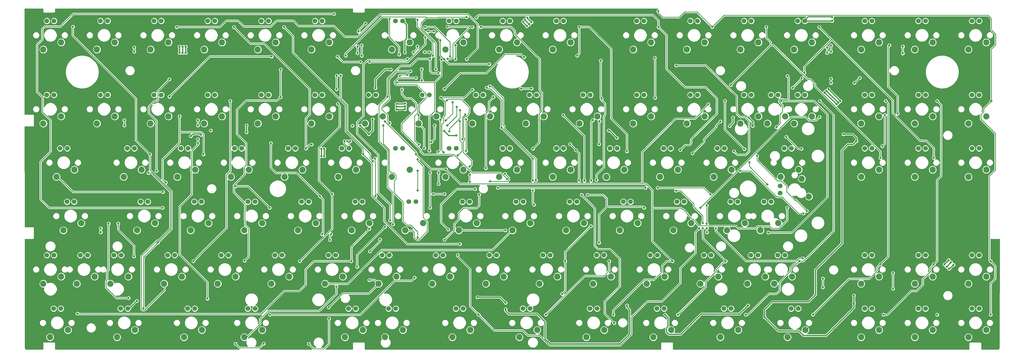
<source format=gbr>
G04 #@! TF.GenerationSoftware,KiCad,Pcbnew,5.1.5-52549c5~84~ubuntu16.04.1*
G04 #@! TF.CreationDate,2020-02-26T23:37:19+06:00*
G04 #@! TF.ProjectId,wasd-kbd80,77617364-2d6b-4626-9438-302e6b696361,rev?*
G04 #@! TF.SameCoordinates,Original*
G04 #@! TF.FileFunction,Copper,L1,Top*
G04 #@! TF.FilePolarity,Positive*
%FSLAX46Y46*%
G04 Gerber Fmt 4.6, Leading zero omitted, Abs format (unit mm)*
G04 Created by KiCad (PCBNEW 5.1.5-52549c5~84~ubuntu16.04.1) date 2020-02-26 23:37:19*
%MOMM*%
%LPD*%
G04 APERTURE LIST*
%ADD10C,2.200000*%
%ADD11C,1.700000*%
%ADD12C,0.800000*%
%ADD13C,0.400000*%
%ADD14C,0.250000*%
%ADD15C,0.254000*%
G04 APERTURE END LIST*
D10*
X385800000Y-162300000D03*
X392150000Y-159760000D03*
D11*
X387070000Y-152140000D03*
X389610000Y-152140000D03*
D10*
X57200000Y-117000000D03*
X63550000Y-114460000D03*
D11*
X58470000Y-106840000D03*
X61010000Y-106840000D03*
D10*
X76250000Y-117000000D03*
X82600000Y-114460000D03*
D11*
X77520000Y-106840000D03*
X80060000Y-106840000D03*
D10*
X95300000Y-117000000D03*
X101650000Y-114460000D03*
D11*
X96570000Y-106840000D03*
X99110000Y-106840000D03*
D10*
X114350000Y-117000000D03*
X120700000Y-114460000D03*
D11*
X115620000Y-106840000D03*
X118160000Y-106840000D03*
D10*
X133400000Y-117000000D03*
X139750000Y-114460000D03*
D11*
X134670000Y-106840000D03*
X137210000Y-106840000D03*
X156260000Y-106840000D03*
X153720000Y-106840000D03*
D10*
X158800000Y-114460000D03*
X152450000Y-117000000D03*
D11*
X184810000Y-106840000D03*
X182270000Y-106840000D03*
D10*
X187350000Y-114460000D03*
X181000000Y-117000000D03*
X200050000Y-117000000D03*
X206400000Y-114460000D03*
D11*
X201320000Y-106840000D03*
X203860000Y-106840000D03*
X222910000Y-106840000D03*
X220370000Y-106840000D03*
D10*
X225450000Y-114460000D03*
X219100000Y-117000000D03*
X238150000Y-117000000D03*
X244500000Y-114460000D03*
D11*
X239420000Y-106840000D03*
X241960000Y-106840000D03*
D10*
X266750000Y-117000000D03*
X273100000Y-114460000D03*
D11*
X268020000Y-106840000D03*
X270560000Y-106840000D03*
X289610000Y-106840000D03*
X287070000Y-106840000D03*
D10*
X292150000Y-114460000D03*
X285800000Y-117000000D03*
X304850000Y-117000000D03*
X311200000Y-114460000D03*
D11*
X306120000Y-106840000D03*
X308660000Y-106840000D03*
X327710000Y-106840000D03*
X325170000Y-106840000D03*
D10*
X330250000Y-114460000D03*
X323900000Y-117000000D03*
D11*
X351510000Y-106840000D03*
X348970000Y-106840000D03*
D10*
X354050000Y-114460000D03*
X347700000Y-117000000D03*
X366750000Y-117000000D03*
X373100000Y-114460000D03*
D11*
X368020000Y-106840000D03*
X370560000Y-106840000D03*
X389610000Y-106840000D03*
X387070000Y-106840000D03*
D10*
X392150000Y-114460000D03*
X385800000Y-117000000D03*
D11*
X61010000Y-133140000D03*
X58470000Y-133140000D03*
D10*
X63550000Y-140760000D03*
X57200000Y-143300000D03*
X76250000Y-143300000D03*
X82600000Y-140760000D03*
D11*
X77520000Y-133140000D03*
X80060000Y-133140000D03*
X99110000Y-133140000D03*
X96570000Y-133140000D03*
D10*
X101650000Y-140760000D03*
X95300000Y-143300000D03*
X114350000Y-143300000D03*
X120700000Y-140760000D03*
D11*
X115620000Y-133140000D03*
X118160000Y-133140000D03*
D10*
X133400000Y-143300000D03*
X139750000Y-140760000D03*
D11*
X134670000Y-133140000D03*
X137210000Y-133140000D03*
D10*
X152450000Y-143300000D03*
X158800000Y-140760000D03*
D11*
X153720000Y-133140000D03*
X156260000Y-133140000D03*
D10*
X171500000Y-143300000D03*
X177850000Y-140760000D03*
D11*
X172770000Y-133140000D03*
X175310000Y-133140000D03*
X194360000Y-133140000D03*
X191820000Y-133140000D03*
D10*
X196900000Y-140760000D03*
X190550000Y-143300000D03*
X209600000Y-143300000D03*
X215950000Y-140760000D03*
D11*
X210870000Y-133140000D03*
X213410000Y-133140000D03*
D10*
X228650000Y-143300000D03*
X235000000Y-140760000D03*
D11*
X229920000Y-133140000D03*
X232460000Y-133140000D03*
D10*
X247700000Y-143300000D03*
X254050000Y-140760000D03*
D11*
X248970000Y-133140000D03*
X251510000Y-133140000D03*
X270560000Y-133140000D03*
X268020000Y-133140000D03*
D10*
X273100000Y-140760000D03*
X266750000Y-143300000D03*
D11*
X289610000Y-133140000D03*
X287070000Y-133140000D03*
D10*
X292150000Y-140760000D03*
X285800000Y-143300000D03*
X304850000Y-143300000D03*
X311200000Y-140760000D03*
D11*
X306120000Y-133140000D03*
X308660000Y-133140000D03*
D10*
X323900000Y-143300000D03*
X330250000Y-140760000D03*
D11*
X325170000Y-133140000D03*
X327710000Y-133140000D03*
D10*
X347700000Y-143300000D03*
X354050000Y-140760000D03*
D11*
X348970000Y-133140000D03*
X351510000Y-133140000D03*
D10*
X366750000Y-143300000D03*
X373100000Y-140760000D03*
D11*
X368020000Y-133140000D03*
X370560000Y-133140000D03*
X389610000Y-133140000D03*
X387070000Y-133140000D03*
D10*
X392150000Y-140760000D03*
X385800000Y-143300000D03*
D11*
X89560000Y-152140000D03*
X87020000Y-152140000D03*
D10*
X92100000Y-159760000D03*
X85750000Y-162300000D03*
D11*
X108610000Y-152140000D03*
X106070000Y-152140000D03*
D10*
X111150000Y-159760000D03*
X104800000Y-162300000D03*
D11*
X127660000Y-152140000D03*
X125120000Y-152140000D03*
D10*
X130200000Y-159760000D03*
X123850000Y-162300000D03*
D11*
X146710000Y-152140000D03*
X144170000Y-152140000D03*
D10*
X149250000Y-159760000D03*
X142900000Y-162300000D03*
D11*
X165760000Y-152140000D03*
X163220000Y-152140000D03*
D10*
X168300000Y-159760000D03*
X161950000Y-162300000D03*
X181000000Y-162300000D03*
X187350000Y-159760000D03*
D11*
X182270000Y-152140000D03*
X184810000Y-152140000D03*
X203860000Y-152140000D03*
X201320000Y-152140000D03*
D10*
X206400000Y-159760000D03*
X200050000Y-162300000D03*
D11*
X222910000Y-152140000D03*
X220370000Y-152140000D03*
D10*
X225450000Y-159760000D03*
X219100000Y-162300000D03*
D11*
X241960000Y-152140000D03*
X239420000Y-152140000D03*
D10*
X244500000Y-159760000D03*
X238150000Y-162300000D03*
D11*
X261010000Y-152140000D03*
X258470000Y-152140000D03*
D10*
X263550000Y-159760000D03*
X257200000Y-162300000D03*
D11*
X280060000Y-152140000D03*
X277520000Y-152140000D03*
D10*
X282600000Y-159760000D03*
X276250000Y-162300000D03*
D11*
X299110000Y-152140000D03*
X296570000Y-152140000D03*
D10*
X301650000Y-159760000D03*
X295300000Y-162300000D03*
X347700000Y-162300000D03*
X354050000Y-159760000D03*
D11*
X348970000Y-152140000D03*
X351510000Y-152140000D03*
D10*
X366750000Y-162300000D03*
X373100000Y-159760000D03*
D11*
X368020000Y-152140000D03*
X370560000Y-152140000D03*
D10*
X90500000Y-181300000D03*
X96850000Y-178760000D03*
D11*
X91770000Y-171140000D03*
X94310000Y-171140000D03*
D10*
X109550000Y-181300000D03*
X115900000Y-178760000D03*
D11*
X110820000Y-171140000D03*
X113360000Y-171140000D03*
D10*
X128600000Y-181300000D03*
X134950000Y-178760000D03*
D11*
X129870000Y-171140000D03*
X132410000Y-171140000D03*
D10*
X147650000Y-181300000D03*
X154000000Y-178760000D03*
D11*
X148920000Y-171140000D03*
X151460000Y-171140000D03*
D10*
X166700000Y-181300000D03*
X173050000Y-178760000D03*
D11*
X167970000Y-171140000D03*
X170510000Y-171140000D03*
D10*
X185750000Y-181300000D03*
X192100000Y-178760000D03*
D11*
X187020000Y-171140000D03*
X189560000Y-171140000D03*
D10*
X204800000Y-181300000D03*
X211150000Y-178760000D03*
D11*
X206070000Y-171140000D03*
X208610000Y-171140000D03*
D10*
X223850000Y-181300000D03*
X230200000Y-178760000D03*
D11*
X225120000Y-171140000D03*
X227660000Y-171140000D03*
D10*
X242900000Y-181300000D03*
X249250000Y-178760000D03*
D11*
X244170000Y-171140000D03*
X246710000Y-171140000D03*
X265760000Y-171140000D03*
X263220000Y-171140000D03*
D10*
X268300000Y-178760000D03*
X261950000Y-181300000D03*
D11*
X284810000Y-171140000D03*
X282270000Y-171140000D03*
D10*
X287350000Y-178760000D03*
X281000000Y-181300000D03*
D11*
X303860000Y-171140000D03*
X301320000Y-171140000D03*
D10*
X306400000Y-178760000D03*
X300050000Y-181300000D03*
D11*
X61010000Y-190140000D03*
X58470000Y-190140000D03*
D10*
X63550000Y-197760000D03*
X57200000Y-200300000D03*
D11*
X84860000Y-190140000D03*
X82320000Y-190140000D03*
D10*
X87400000Y-197760000D03*
X81050000Y-200300000D03*
D11*
X103910000Y-190140000D03*
X101370000Y-190140000D03*
D10*
X106450000Y-197760000D03*
X100100000Y-200300000D03*
D11*
X122960000Y-190140000D03*
X120420000Y-190140000D03*
D10*
X125500000Y-197760000D03*
X119150000Y-200300000D03*
D11*
X142010000Y-190140000D03*
X139470000Y-190140000D03*
D10*
X144550000Y-197760000D03*
X138200000Y-200300000D03*
D11*
X161060000Y-190140000D03*
X158520000Y-190140000D03*
D10*
X163600000Y-197760000D03*
X157250000Y-200300000D03*
D11*
X180110000Y-190140000D03*
X177570000Y-190140000D03*
D10*
X182650000Y-197760000D03*
X176300000Y-200300000D03*
D11*
X199160000Y-190140000D03*
X196620000Y-190140000D03*
D10*
X201700000Y-197760000D03*
X195350000Y-200300000D03*
D11*
X218210000Y-190140000D03*
X215670000Y-190140000D03*
D10*
X220750000Y-197760000D03*
X214400000Y-200300000D03*
D11*
X237260000Y-190140000D03*
X234720000Y-190140000D03*
D10*
X239800000Y-197760000D03*
X233450000Y-200300000D03*
D11*
X256310000Y-190140000D03*
X253770000Y-190140000D03*
D10*
X258850000Y-197760000D03*
X252500000Y-200300000D03*
D11*
X275360000Y-190140000D03*
X272820000Y-190140000D03*
D10*
X277900000Y-197760000D03*
X271550000Y-200300000D03*
X290600000Y-200300000D03*
X296950000Y-197760000D03*
D11*
X291870000Y-190140000D03*
X294410000Y-190140000D03*
X351510000Y-190140000D03*
X348970000Y-190140000D03*
D10*
X354050000Y-197760000D03*
X347700000Y-200300000D03*
D11*
X370560000Y-190140000D03*
X368020000Y-190140000D03*
D10*
X373100000Y-197760000D03*
X366750000Y-200300000D03*
X385800000Y-200300000D03*
X392150000Y-197760000D03*
D11*
X387070000Y-190140000D03*
X389610000Y-190140000D03*
D10*
X128600000Y-219300000D03*
X134950000Y-216760000D03*
D11*
X129870000Y-209140000D03*
X132410000Y-209140000D03*
D10*
X314400000Y-143300000D03*
X320750000Y-140760000D03*
D11*
X315670000Y-133140000D03*
X318210000Y-133140000D03*
D10*
X61900000Y-162300000D03*
X68250000Y-159760000D03*
D11*
X63170000Y-152140000D03*
X65710000Y-152140000D03*
D10*
X64350000Y-181300000D03*
X70700000Y-178760000D03*
D11*
X65620000Y-171140000D03*
X68160000Y-171140000D03*
D10*
X319150000Y-162300000D03*
X325500000Y-159760000D03*
D11*
X320420000Y-152140000D03*
X322960000Y-152140000D03*
D10*
X69100000Y-200300000D03*
X75450000Y-197760000D03*
D11*
X70370000Y-190140000D03*
X72910000Y-190140000D03*
D10*
X307300000Y-200300000D03*
X313650000Y-197760000D03*
D11*
X311110000Y-190140000D03*
X308570000Y-190140000D03*
D10*
X316800000Y-200300000D03*
X323150000Y-197760000D03*
D11*
X318070000Y-190140000D03*
X320610000Y-190140000D03*
D10*
X366750000Y-219300000D03*
X373100000Y-216760000D03*
D11*
X368020000Y-209140000D03*
X370560000Y-209140000D03*
D10*
X385800000Y-219300000D03*
X392150000Y-216760000D03*
D11*
X387070000Y-209140000D03*
X389610000Y-209140000D03*
X60870000Y-209140000D03*
X63410000Y-209140000D03*
D10*
X65950000Y-216760000D03*
X59600000Y-219300000D03*
X83400000Y-219300000D03*
X89750000Y-216760000D03*
D11*
X87210000Y-209140000D03*
X84670000Y-209140000D03*
D10*
X107200000Y-219300000D03*
X113550000Y-216760000D03*
D11*
X111010000Y-209140000D03*
X108470000Y-209140000D03*
D10*
X178600000Y-219300000D03*
X184950000Y-216760000D03*
D11*
X179870000Y-209140000D03*
X182410000Y-209140000D03*
D10*
X250100000Y-219300000D03*
X256450000Y-216760000D03*
D11*
X253910000Y-209140000D03*
X251370000Y-209140000D03*
X275170000Y-209140000D03*
X277710000Y-209140000D03*
D10*
X280250000Y-216760000D03*
X273900000Y-219300000D03*
X297700000Y-219300000D03*
X304050000Y-216760000D03*
D11*
X301510000Y-209140000D03*
X298970000Y-209140000D03*
X322820000Y-209140000D03*
X325360000Y-209140000D03*
D10*
X327900000Y-216760000D03*
X321550000Y-219300000D03*
X347700000Y-219300000D03*
X354050000Y-216760000D03*
D11*
X348970000Y-209140000D03*
X351510000Y-209140000D03*
D10*
X202500000Y-219300000D03*
X208850000Y-216760000D03*
D11*
X206310000Y-209140000D03*
X203770000Y-209140000D03*
X227570000Y-209140000D03*
X230110000Y-209140000D03*
D10*
X232650000Y-216760000D03*
X226300000Y-219300000D03*
X164350000Y-219300000D03*
X170700000Y-216760000D03*
D11*
X168160000Y-209140000D03*
X165620000Y-209140000D03*
D10*
X311900000Y-181300000D03*
X318250000Y-178760000D03*
D11*
X313170000Y-171140000D03*
X315710000Y-171140000D03*
D10*
X329150000Y-169300000D03*
X326610000Y-162950000D03*
D11*
X318990000Y-168030000D03*
X318990000Y-165490000D03*
D12*
X221400000Y-207100000D03*
X211400000Y-205100000D03*
X264500000Y-208000000D03*
X221400000Y-209400000D03*
X278100000Y-211300000D03*
X307500000Y-208000000D03*
X313400000Y-212200000D03*
X345100000Y-207325000D03*
X345100000Y-204500000D03*
X346000000Y-149600000D03*
X109600000Y-147800000D03*
X113187347Y-147312653D03*
X116700000Y-145800000D03*
X129400000Y-146400000D03*
X129400000Y-144025000D03*
X167000000Y-144100000D03*
X169800000Y-144100000D03*
X172800000Y-147100000D03*
X174200000Y-141800000D03*
X175200000Y-130700000D03*
X258000000Y-145800000D03*
X260900000Y-148400000D03*
X309200000Y-144200000D03*
X307762653Y-141237347D03*
X302200000Y-141200000D03*
X301000000Y-144200000D03*
X341400000Y-147100000D03*
X203900000Y-147600000D03*
X199600000Y-146000000D03*
X180600000Y-124100000D03*
X67700000Y-108900000D03*
X95100000Y-154300000D03*
X97900000Y-185700000D03*
X92800000Y-209000000D03*
X209600000Y-131300000D03*
X198500000Y-134100000D03*
X321500000Y-126400000D03*
X317600000Y-144600000D03*
X321100000Y-148100000D03*
X326500000Y-152300000D03*
X197600000Y-164800000D03*
X197600000Y-160800000D03*
X199400000Y-153575000D03*
X354500000Y-155500000D03*
X314000000Y-109000000D03*
X89500000Y-116275000D03*
X89500000Y-117725000D03*
X112100000Y-142124990D03*
X112100000Y-144025000D03*
X112100000Y-148875000D03*
X112100000Y-150325000D03*
X115500000Y-205600000D03*
X214700000Y-130575000D03*
X231100000Y-163600000D03*
X231500000Y-172200000D03*
X231100000Y-167100000D03*
X220000000Y-144800000D03*
X231100000Y-155900000D03*
X254600000Y-150700000D03*
X301400000Y-129600000D03*
X254800000Y-142500000D03*
X373500000Y-155500000D03*
X332800000Y-109000000D03*
X189100000Y-198100000D03*
X137700000Y-211300000D03*
X327499001Y-125275693D03*
X252400000Y-142100000D03*
X251800000Y-163600000D03*
X104600000Y-109000000D03*
X207600000Y-120400000D03*
X217100000Y-133900000D03*
X214400000Y-159200000D03*
X208700219Y-161575000D03*
X208700000Y-164070526D03*
X241500000Y-203925000D03*
X242600000Y-192300000D03*
X150500000Y-152200000D03*
X124900000Y-109000000D03*
X255500000Y-134400000D03*
X253700000Y-163400000D03*
X251700000Y-179800000D03*
X255200000Y-120900000D03*
X205212653Y-138587347D03*
X152500000Y-150800000D03*
X201400000Y-146100000D03*
X362500000Y-115900000D03*
X362500000Y-118400000D03*
X347200000Y-127100000D03*
X345300000Y-128854999D03*
X332900000Y-141000000D03*
X290600000Y-173300000D03*
X290200000Y-180575000D03*
X211800000Y-211300000D03*
X142700000Y-109000000D03*
X170800000Y-154300000D03*
X205200000Y-186200000D03*
X204400000Y-190100000D03*
X204075000Y-137400000D03*
X200700000Y-144025000D03*
X196200000Y-144025000D03*
X195025000Y-149900000D03*
X235700000Y-211300000D03*
X258197347Y-192297347D03*
X160500000Y-104300000D03*
X99600000Y-173300000D03*
X203600000Y-120400000D03*
X203600000Y-115500000D03*
X314400000Y-165000000D03*
X308000000Y-157100000D03*
X306200000Y-152400000D03*
X299300000Y-135300000D03*
X274374999Y-119925001D03*
X274500000Y-134200000D03*
X192800000Y-109000000D03*
X282600000Y-211300000D03*
X299600000Y-192300000D03*
X314700000Y-182100000D03*
X319300000Y-135300000D03*
X207400000Y-141800000D03*
X207400000Y-153100000D03*
X201700000Y-119500000D03*
X281912893Y-167187588D03*
X291400000Y-178700000D03*
X291400000Y-180575000D03*
X201000000Y-181000000D03*
X210600000Y-166600000D03*
X215900000Y-163900000D03*
X221200000Y-161199998D03*
X77600000Y-182025000D03*
X77600000Y-180575000D03*
X86000000Y-144025000D03*
X86000000Y-142124990D03*
X200875000Y-120300000D03*
X209600000Y-109000000D03*
X137600000Y-173300000D03*
X125600000Y-165600000D03*
X231100000Y-152300000D03*
X212600000Y-109000000D03*
X102000000Y-133800000D03*
X138300000Y-119500000D03*
X161700000Y-119500000D03*
X169900000Y-121400000D03*
X173100000Y-121424999D03*
X192900000Y-112700000D03*
X193900000Y-110600000D03*
X195900000Y-110600000D03*
X200800000Y-108900000D03*
X306700000Y-211300000D03*
X325700000Y-192300000D03*
X333000000Y-135300000D03*
X199600000Y-120500000D03*
X337000000Y-115550000D03*
X337000000Y-117725000D03*
X337000000Y-127404999D03*
X337000000Y-128900000D03*
X198200000Y-113700000D03*
X105600000Y-140700000D03*
X100700000Y-164300000D03*
X83800000Y-178900000D03*
X89400000Y-190600000D03*
X155500000Y-169200000D03*
X138000000Y-150325000D03*
X114100000Y-154300000D03*
X215600000Y-122200000D03*
X215800000Y-130100000D03*
X232200000Y-163500000D03*
X212012653Y-168587347D03*
X199700000Y-184700000D03*
X159000000Y-184700000D03*
X159400000Y-182700000D03*
X156200000Y-182700000D03*
X355600000Y-211300000D03*
X373500000Y-193400000D03*
X374700000Y-135300000D03*
X359000000Y-202100000D03*
X359000000Y-196500000D03*
X327200000Y-175300000D03*
X304712653Y-160212653D03*
X264500000Y-153200000D03*
X247600000Y-109000000D03*
X246800000Y-119200000D03*
X200512653Y-135087347D03*
X208600000Y-158700000D03*
X175000000Y-155800000D03*
X175219789Y-169194484D03*
X374700000Y-211300000D03*
X328400000Y-174400000D03*
X310700000Y-154800000D03*
X141500000Y-133900000D03*
X128700000Y-192100000D03*
X196600000Y-124000000D03*
X275700000Y-109000000D03*
X211000000Y-105600000D03*
X207500000Y-105500000D03*
X141500000Y-124100000D03*
X164600000Y-119200000D03*
X283500000Y-152700000D03*
X194600000Y-173300000D03*
X194600000Y-160800000D03*
X197500000Y-153400000D03*
X198300000Y-142000000D03*
X393700000Y-211300000D03*
X393700000Y-192300000D03*
X394000000Y-135300000D03*
X294800000Y-109000000D03*
X195600000Y-119225000D03*
X190100000Y-106400000D03*
X275600000Y-103300000D03*
X171600000Y-107700000D03*
X169200000Y-110600000D03*
X168800000Y-115900000D03*
X168800000Y-118300000D03*
X161400000Y-126300000D03*
X161400000Y-131100000D03*
X161800000Y-136300000D03*
X148300000Y-192300000D03*
X159800000Y-168400000D03*
X195800000Y-168400000D03*
X199700000Y-168400000D03*
X335600000Y-116275000D03*
X335600000Y-118200000D03*
X326600000Y-127200000D03*
X297699847Y-142574847D03*
X287800000Y-153900000D03*
X254600000Y-185700000D03*
X270600000Y-173300000D03*
X323400000Y-130600000D03*
X241900000Y-140400000D03*
X249400000Y-163600000D03*
X250500000Y-168700000D03*
X226900000Y-130900000D03*
X230600000Y-130900000D03*
X207100000Y-140100000D03*
X206100000Y-148900000D03*
X178600000Y-142575000D03*
X189600000Y-154300000D03*
X280700000Y-192300000D03*
X259700000Y-211300000D03*
X321400000Y-173300000D03*
X293400000Y-136500000D03*
X202600000Y-135800000D03*
X200125000Y-142200000D03*
X205200000Y-142500000D03*
X204412154Y-154687846D03*
X200200000Y-159600000D03*
X330600000Y-211300000D03*
X354500000Y-193400000D03*
X356400000Y-135300000D03*
X123600000Y-135300000D03*
X110500000Y-192300000D03*
X182800000Y-128700000D03*
X198600000Y-120600000D03*
X194300000Y-153000000D03*
X244300000Y-150600000D03*
X246400000Y-152800000D03*
X247500000Y-163600000D03*
X248400000Y-168700000D03*
X260000000Y-214300000D03*
X166600000Y-192300000D03*
X69300000Y-210900000D03*
X194600000Y-120300000D03*
X179500000Y-133800000D03*
X181400000Y-179200000D03*
X173000000Y-180800000D03*
X302500000Y-153200000D03*
X282000000Y-122700000D03*
X228000000Y-119700000D03*
X197500000Y-125400000D03*
X199700000Y-131000000D03*
X194325000Y-117900000D03*
X192600000Y-117900000D03*
X99700000Y-167675000D03*
X190200000Y-167100000D03*
X190200000Y-160100000D03*
X192500000Y-152100000D03*
X191600000Y-124000000D03*
X191600000Y-127975000D03*
X190500000Y-140300000D03*
X188700000Y-118000000D03*
X190100000Y-115900000D03*
X170300000Y-115500000D03*
X170300000Y-119200000D03*
X162800000Y-126200000D03*
X174262653Y-156737347D03*
X292900000Y-172500000D03*
X292900000Y-178975000D03*
X292900000Y-180575000D03*
X292900000Y-182025000D03*
X221300000Y-181300000D03*
X189600000Y-127100000D03*
X190600000Y-150900000D03*
X190200000Y-156000000D03*
X186600000Y-126000000D03*
X183800000Y-126375000D03*
X102000000Y-127600000D03*
X97400000Y-160200000D03*
X94500000Y-160900000D03*
X125500000Y-221700000D03*
X135500000Y-221600000D03*
X151500000Y-221700000D03*
X158700000Y-212700000D03*
X158600000Y-208700000D03*
X187600000Y-124700000D03*
X180187806Y-143137500D03*
X178000000Y-144025000D03*
X190200000Y-183975000D03*
X176800000Y-184524990D03*
X173200000Y-188800000D03*
X173000000Y-199000000D03*
X186600000Y-120300000D03*
X180400000Y-177800000D03*
X178600000Y-180100000D03*
X168700000Y-194300000D03*
X161300000Y-201300000D03*
X181300000Y-132800000D03*
X181300000Y-131800000D03*
X181300000Y-130800000D03*
X177600000Y-131900000D03*
X177600000Y-132900000D03*
X177600000Y-130900000D03*
X197400000Y-116300000D03*
X197400000Y-114600000D03*
X54300000Y-107000000D03*
X73200000Y-107000000D03*
X92200000Y-107000000D03*
X111200000Y-107000000D03*
X129900000Y-107000000D03*
X148800000Y-107000000D03*
X177100000Y-107000000D03*
X195800000Y-107000000D03*
X215000000Y-107000000D03*
X233900000Y-107000000D03*
X263000000Y-107000000D03*
X282000000Y-107000000D03*
X301000000Y-107000000D03*
X319900000Y-107000000D03*
X343000000Y-107000000D03*
X361900000Y-107000000D03*
X380800000Y-107000000D03*
X53900000Y-133300000D03*
X72700000Y-133300000D03*
X58300000Y-152300000D03*
X91900000Y-133300000D03*
X110500000Y-133300000D03*
X129400000Y-133300000D03*
X148300000Y-133300000D03*
X167400000Y-133300000D03*
X74500000Y-132000000D03*
X93500000Y-131400000D03*
X187000000Y-133300000D03*
X205900000Y-133300000D03*
X225000000Y-133300000D03*
X243900000Y-133300000D03*
X262700000Y-133300000D03*
X281700000Y-133300000D03*
X300800000Y-133300000D03*
X320200000Y-133300000D03*
X342900000Y-133300000D03*
X362000000Y-133300000D03*
X381000000Y-133300000D03*
X101200000Y-152300000D03*
X102500000Y-151100000D03*
X82200000Y-152300000D03*
X83500000Y-153800000D03*
X120000000Y-152300000D03*
X139000000Y-152300000D03*
X158100000Y-152300000D03*
X177200000Y-152300000D03*
X196000000Y-152300000D03*
X215200000Y-152300000D03*
X234000000Y-152300000D03*
X252800000Y-152300000D03*
X272100000Y-152300000D03*
X291200000Y-152300000D03*
X315000000Y-152300000D03*
X343100000Y-152300000D03*
X362000000Y-152300000D03*
X381200000Y-152300000D03*
X60900000Y-171300000D03*
X87000000Y-171300000D03*
X105900000Y-171300000D03*
X107500000Y-169900000D03*
X88500000Y-169900000D03*
X54200000Y-190300000D03*
X78200000Y-190300000D03*
X97200000Y-190300000D03*
X116200000Y-190300000D03*
X135200000Y-190300000D03*
X153900000Y-190300000D03*
X173000000Y-190300000D03*
X191800000Y-190300000D03*
X211000000Y-190300000D03*
X230000000Y-190300000D03*
X248900000Y-190300000D03*
X267800000Y-190300000D03*
X286900000Y-190300000D03*
X313300000Y-190300000D03*
X343200000Y-190300000D03*
X362300000Y-190300000D03*
X381200000Y-190300000D03*
X56200000Y-209300000D03*
X80100000Y-209300000D03*
X104200000Y-209300000D03*
X125100000Y-209300000D03*
X174300000Y-209300000D03*
X199200000Y-209300000D03*
X223200000Y-209300000D03*
X246200000Y-209300000D03*
X270100000Y-209300000D03*
X294100000Y-209300000D03*
X317300000Y-209300000D03*
X343100000Y-209300000D03*
X362200000Y-209300000D03*
X381200000Y-209300000D03*
X329000000Y-202800000D03*
X308400000Y-171300000D03*
X297500000Y-172500000D03*
X182300000Y-171300000D03*
X163300000Y-171300000D03*
X144400000Y-171300000D03*
X125400000Y-171300000D03*
X201400000Y-171300000D03*
X220300000Y-171300000D03*
X239400000Y-171300000D03*
X258300000Y-171300000D03*
X277300000Y-171300000D03*
X194500000Y-116275000D03*
X192500000Y-141000000D03*
X157000000Y-152300000D03*
X156000000Y-152300000D03*
X157000000Y-154900000D03*
X156000000Y-154900000D03*
X227600000Y-107100000D03*
X228300000Y-106400000D03*
X229100000Y-105700000D03*
X229000000Y-108700000D03*
X229800000Y-108000000D03*
X230600000Y-107300000D03*
X377300000Y-193400000D03*
X378100000Y-194200000D03*
X378900000Y-195000000D03*
X380500000Y-193600000D03*
X379600000Y-192700000D03*
X378800000Y-191900000D03*
X105600000Y-116000000D03*
X106700000Y-116000000D03*
X107800000Y-116000000D03*
X105600000Y-118200000D03*
X107800000Y-118200000D03*
X106700000Y-118200000D03*
X182700000Y-138300000D03*
X182700000Y-137300000D03*
X182700000Y-136300000D03*
X185700000Y-136200000D03*
X185700000Y-137200000D03*
X185700000Y-138200000D03*
X335400000Y-131700000D03*
X336100000Y-131100000D03*
X339000000Y-136500000D03*
X185600000Y-118000000D03*
X334700000Y-132300000D03*
X339600000Y-135900000D03*
X340300000Y-135300000D03*
X164200000Y-149600000D03*
X165200000Y-149600000D03*
X166200000Y-149600000D03*
X90400000Y-206400000D03*
X337400000Y-105525000D03*
X337400000Y-106800000D03*
X183600000Y-118800000D03*
X180177905Y-106145151D03*
X357700000Y-115500000D03*
X360700000Y-139800000D03*
X355200000Y-151400000D03*
X356100000Y-140300000D03*
X80400000Y-178900000D03*
X87500000Y-205400000D03*
X184600000Y-131200000D03*
X221900000Y-163100000D03*
X218600000Y-166200000D03*
X271100000Y-166200000D03*
X275400000Y-166200000D03*
X294200000Y-168600000D03*
X296100000Y-180575000D03*
X327000000Y-191300000D03*
X334100000Y-198500000D03*
X334100000Y-201600000D03*
D13*
X219400000Y-205100000D02*
X221400000Y-207100000D01*
X211400000Y-205100000D02*
X219400000Y-205100000D01*
X264500000Y-208565685D02*
X265474990Y-209540675D01*
X264500000Y-208000000D02*
X264500000Y-208565685D01*
X265474990Y-209540675D02*
X265474990Y-218182534D01*
X265474990Y-218182534D02*
X261982534Y-221674990D01*
X261982534Y-221674990D02*
X237217466Y-221674990D01*
X237217466Y-221674990D02*
X235400000Y-219857524D01*
X235400000Y-213849998D02*
X232650002Y-211100000D01*
X235400000Y-219857524D02*
X235400000Y-213849998D01*
X232650002Y-211100000D02*
X222500000Y-211100000D01*
X221400000Y-210000000D02*
X221400000Y-209400000D01*
X222500000Y-211100000D02*
X221400000Y-210000000D01*
X345100000Y-204500000D02*
X345100000Y-207325000D01*
X313400000Y-212200000D02*
X313400000Y-209500000D01*
X313400000Y-209500000D02*
X316200000Y-206700000D01*
X316200000Y-206700000D02*
X329000000Y-206700000D01*
X329000000Y-206700000D02*
X331500000Y-204200000D01*
X331500000Y-204200000D02*
X331500000Y-195300000D01*
X331500000Y-195300000D02*
X340900000Y-185900000D01*
X344900000Y-150700000D02*
X346000000Y-149600000D01*
X340900000Y-152800000D02*
X343000000Y-150700000D01*
X340900000Y-185900000D02*
X340900000Y-152800000D01*
X343000000Y-150700000D02*
X344900000Y-150700000D01*
X109600000Y-147800000D02*
X110400000Y-147000000D01*
X112874694Y-147000000D02*
X113187347Y-147312653D01*
X110400000Y-147000000D02*
X112874694Y-147000000D01*
X129400000Y-146400000D02*
X129400000Y-144025000D01*
X169800000Y-144100000D02*
X172800000Y-147100000D01*
X172800000Y-147100000D02*
X173199999Y-146700001D01*
X174200000Y-145700000D02*
X174200000Y-141800000D01*
X173199999Y-146700001D02*
X174200000Y-145700000D01*
X178600000Y-124100000D02*
X175200000Y-127500000D01*
X175200000Y-127500000D02*
X175200000Y-127600000D01*
X175200000Y-130700000D02*
X175200000Y-127600000D01*
X258300000Y-145800000D02*
X260900000Y-148400000D01*
X258000000Y-145800000D02*
X258300000Y-145800000D01*
X309200000Y-142674694D02*
X307762653Y-141237347D01*
X309200000Y-144200000D02*
X309200000Y-142674694D01*
X302200000Y-143000000D02*
X301000000Y-144200000D01*
X302200000Y-141200000D02*
X302200000Y-143000000D01*
X341400000Y-147100000D02*
X344700000Y-147100000D01*
X346000000Y-148400000D02*
X346000000Y-149600000D01*
X344700000Y-147100000D02*
X346000000Y-148400000D01*
X201200000Y-147600000D02*
X199600000Y-146000000D01*
X203900000Y-147600000D02*
X201200000Y-147600000D01*
X345100000Y-208900000D02*
X345100000Y-207325000D01*
X335300000Y-218700000D02*
X345100000Y-208900000D01*
X313400000Y-212200000D02*
X318300000Y-217100000D01*
X325569998Y-217100000D02*
X327169998Y-218700000D01*
X327169998Y-218700000D02*
X335300000Y-218700000D01*
X318300000Y-217100000D02*
X325569998Y-217100000D01*
X290800000Y-211100000D02*
X304400000Y-211100000D01*
X279329999Y-218260001D02*
X283639999Y-218260001D01*
X278549999Y-217480001D02*
X279329999Y-218260001D01*
X278100000Y-211300000D02*
X279100000Y-212300000D01*
X279100000Y-215489998D02*
X278549999Y-216039999D01*
X304400000Y-211100000D02*
X307500000Y-208000000D01*
X283639999Y-218260001D02*
X290800000Y-211100000D01*
X279100000Y-212300000D02*
X279100000Y-215489998D01*
X278549999Y-216039999D02*
X278549999Y-217480001D01*
X178600000Y-124100000D02*
X180600000Y-124100000D01*
D14*
X67700000Y-108900000D02*
X67700000Y-112100000D01*
X67700000Y-112100000D02*
X90100000Y-134500000D01*
X90100000Y-134500000D02*
X90100000Y-149300000D01*
X90100000Y-149300000D02*
X95100000Y-154300000D01*
X102700000Y-180900000D02*
X102700000Y-167400000D01*
X95100000Y-159800000D02*
X95100000Y-154300000D01*
X102700000Y-167400000D02*
X95100000Y-159800000D01*
X97900000Y-185700000D02*
X102700000Y-180900000D01*
X97900000Y-185700000D02*
X92800000Y-190800000D01*
X92800000Y-190800000D02*
X92800000Y-209000000D01*
X206800000Y-134100000D02*
X209600000Y-131300000D01*
X198500000Y-134100000D02*
X206800000Y-134100000D01*
X318924999Y-143275001D02*
X317600000Y-144600000D01*
X321500000Y-134849990D02*
X319922992Y-134849990D01*
X318574999Y-134951999D02*
X318574999Y-135648001D01*
X319922992Y-134849990D02*
X319648001Y-134574999D01*
X321899999Y-126799999D02*
X321899999Y-134449991D01*
X321899999Y-134449991D02*
X321500000Y-134849990D01*
X318574999Y-135648001D02*
X318924999Y-135998001D01*
X321500000Y-126400000D02*
X321899999Y-126799999D01*
X319648001Y-134574999D02*
X318951999Y-134574999D01*
X318951999Y-134574999D02*
X318574999Y-134951999D01*
X325300000Y-152300000D02*
X326500000Y-152300000D01*
X321100000Y-148100000D02*
X325300000Y-152300000D01*
X197600000Y-164800000D02*
X197600000Y-160800000D01*
X198750010Y-152925010D02*
X199400000Y-153575000D01*
X199400000Y-143000000D02*
X198750010Y-143649990D01*
X198500000Y-134100000D02*
X200000000Y-135600000D01*
X198750010Y-143649990D02*
X198750010Y-152925010D01*
X200000000Y-135600000D02*
X200000000Y-140300000D01*
X199400000Y-140900000D02*
X199400000Y-143000000D01*
X200000000Y-140300000D02*
X199400000Y-140900000D01*
X318924999Y-139975001D02*
X319700000Y-139200000D01*
X318924999Y-139975001D02*
X318924999Y-143275001D01*
X319700000Y-136800000D02*
X319000000Y-136100000D01*
X319700000Y-139200000D02*
X319700000Y-136800000D01*
X318924999Y-135998001D02*
X319000000Y-136100000D01*
X314000000Y-112801998D02*
X314000000Y-109000000D01*
X354500000Y-155500000D02*
X354500000Y-153301998D01*
X89500000Y-116275000D02*
X89500000Y-117725000D01*
X112100000Y-142124990D02*
X112100000Y-144025000D01*
X112100000Y-148875000D02*
X112100000Y-150325000D01*
X215099999Y-130974999D02*
X216074999Y-130974999D01*
X214700000Y-130575000D02*
X215099999Y-130974999D01*
X216074999Y-130974999D02*
X220000000Y-134900000D01*
X220000000Y-134900000D02*
X220000000Y-144800000D01*
X231100000Y-155900000D02*
X231100000Y-163600000D01*
X220000000Y-144800000D02*
X231100000Y-155900000D01*
X231100000Y-171800000D02*
X231100000Y-167100000D01*
X231500000Y-172200000D02*
X231100000Y-171800000D01*
X112100000Y-150890685D02*
X112100000Y-150325000D01*
X109924999Y-158875999D02*
X109924999Y-153065686D01*
X109924999Y-153065686D02*
X112100000Y-150890685D01*
X115500000Y-199790998D02*
X105700000Y-189990998D01*
X105700000Y-172773002D02*
X109924999Y-168548003D01*
X105700000Y-189990998D02*
X105700000Y-172773002D01*
X109724999Y-159075999D02*
X109924999Y-158875999D01*
X115500000Y-205600000D02*
X115500000Y-199790998D01*
X109724999Y-160444001D02*
X109724999Y-159075999D01*
X109924999Y-168548003D02*
X109924999Y-160644001D01*
X109924999Y-160644001D02*
X109724999Y-160444001D01*
X254600000Y-150700000D02*
X254600000Y-142700000D01*
X254600000Y-142700000D02*
X254800000Y-142500000D01*
X328799670Y-127600330D02*
X329700330Y-127600330D01*
X331300000Y-129200000D02*
X331300000Y-130100000D01*
X329700330Y-127600330D02*
X331300000Y-129200000D01*
X354500000Y-153301998D02*
X331300000Y-130100000D01*
X316550000Y-115450000D02*
X316600000Y-115500000D01*
X315550000Y-115450000D02*
X316550000Y-115450000D01*
X301400000Y-129600000D02*
X315550000Y-115450000D01*
X328799670Y-127600330D02*
X316600000Y-115500000D01*
X315550000Y-115450000D02*
X315550000Y-114350000D01*
X315550000Y-114350000D02*
X314000000Y-112800000D01*
X314000000Y-112800000D02*
X314000000Y-112801998D01*
X188014999Y-199185001D02*
X181965999Y-199185001D01*
X189100000Y-198100000D02*
X188014999Y-199185001D01*
X181965999Y-199185001D02*
X169851000Y-211300000D01*
X169851000Y-211300000D02*
X137700000Y-211300000D01*
X337200000Y-113400000D02*
X332800000Y-109000000D01*
X327499001Y-123100999D02*
X327499001Y-125275693D01*
X337200000Y-113400000D02*
X327499001Y-123100999D01*
X251800000Y-142700000D02*
X251800000Y-163600000D01*
X252400000Y-142100000D02*
X251800000Y-142700000D01*
X119900000Y-109000000D02*
X104600000Y-109000000D01*
X122100000Y-106800000D02*
X119900000Y-109000000D01*
X140000000Y-106800000D02*
X138000000Y-108800000D01*
X128400000Y-108800000D02*
X126400000Y-106800000D01*
X208000000Y-104500000D02*
X176800000Y-104500000D01*
X207600000Y-120400000D02*
X211500000Y-116500000D01*
X164200000Y-112400000D02*
X160400000Y-108600000D01*
X211500000Y-108000000D02*
X208000000Y-104500000D01*
X211500000Y-116500000D02*
X211500000Y-108000000D01*
X126400000Y-106800000D02*
X122100000Y-106800000D01*
X168900000Y-112400000D02*
X164200000Y-112400000D01*
X146100000Y-106800000D02*
X140000000Y-106800000D01*
X176800000Y-104500000D02*
X168900000Y-112400000D01*
X138000000Y-108800000D02*
X128400000Y-108800000D01*
X160400000Y-108600000D02*
X147900000Y-108600000D01*
X147900000Y-108600000D02*
X146100000Y-106800000D01*
X208700219Y-164070307D02*
X208700000Y-164070526D01*
X208700219Y-161575000D02*
X208700219Y-164070307D01*
X358900000Y-135100000D02*
X337200000Y-113400000D01*
X358900000Y-139590998D02*
X358900000Y-135100000D01*
X373500000Y-155500000D02*
X373500000Y-152000000D01*
X373500000Y-152000000D02*
X370900000Y-149400000D01*
X370900000Y-149400000D02*
X368700000Y-149400000D01*
X368700000Y-149400000D02*
X358900000Y-139590998D01*
X215500000Y-135600000D02*
X217100000Y-133900000D01*
X215500000Y-138600000D02*
X215500000Y-135600000D01*
X214400000Y-139700000D02*
X215500000Y-138600000D01*
X214400000Y-159200000D02*
X214400000Y-139700000D01*
X242600000Y-202825000D02*
X241500000Y-203925000D01*
X242600000Y-192300000D02*
X242600000Y-202825000D01*
X150500000Y-152200000D02*
X150500000Y-141400000D01*
X150500000Y-141400000D02*
X151800000Y-140100000D01*
X151800000Y-140100000D02*
X151800000Y-131000000D01*
X151800000Y-131000000D02*
X135700000Y-114900000D01*
X135700000Y-114900000D02*
X130800000Y-114900000D01*
X130800000Y-114900000D02*
X124900000Y-109000000D01*
X242600000Y-188900000D02*
X242600000Y-192300000D01*
X251700000Y-179800000D02*
X242600000Y-188900000D01*
X255200000Y-134100000D02*
X255500000Y-134400000D01*
X255200000Y-120900000D02*
X255200000Y-134100000D01*
X151900000Y-150800000D02*
X150500000Y-152200000D01*
X152500000Y-150800000D02*
X151900000Y-150800000D01*
X205212653Y-138587347D02*
X205212653Y-141421662D01*
X201400000Y-145534315D02*
X201400000Y-146100000D01*
X201400000Y-145234315D02*
X201400000Y-145534315D01*
X205212653Y-141421662D02*
X201400000Y-145234315D01*
X255500000Y-134965685D02*
X255500000Y-134400000D01*
X256100000Y-135600000D02*
X255500000Y-134965685D01*
X253700000Y-163400000D02*
X253700000Y-161600000D01*
X256700000Y-140300000D02*
X256700000Y-136200000D01*
X253700000Y-161600000D02*
X256295001Y-159004999D01*
X256700000Y-136200000D02*
X256100000Y-135600000D01*
X256295001Y-159004999D02*
X256295001Y-140704999D01*
X256295001Y-140704999D02*
X256700000Y-140300000D01*
X362500000Y-115900000D02*
X362500000Y-118400000D01*
X345445001Y-128854999D02*
X345300000Y-128854999D01*
X347200000Y-127100000D02*
X345445001Y-128854999D01*
X322900000Y-141000000D02*
X290600000Y-173300000D01*
X332900000Y-141000000D02*
X331714999Y-142185001D01*
X331714999Y-142185001D02*
X329165999Y-142185001D01*
X329165999Y-142185001D02*
X327980998Y-141000000D01*
X327980998Y-141000000D02*
X322900000Y-141000000D01*
X290200000Y-180575000D02*
X288800000Y-181975000D01*
X288800000Y-189473002D02*
X283500000Y-194773002D01*
X288800000Y-181975000D02*
X288800000Y-189473002D01*
X283500000Y-194773002D02*
X283500000Y-200000000D01*
X283500000Y-200000000D02*
X276900000Y-206600000D01*
X271726998Y-206600000D02*
X266000000Y-212326998D01*
X276900000Y-206600000D02*
X271726998Y-206600000D01*
X266000000Y-212326998D02*
X266000000Y-218400000D01*
X266000000Y-218400000D02*
X262200000Y-222200000D01*
X262200000Y-222200000D02*
X237000000Y-222200000D01*
X237000000Y-222200000D02*
X233500000Y-218700000D01*
X233500000Y-218700000D02*
X229300000Y-218700000D01*
X229300000Y-218700000D02*
X227500000Y-216900000D01*
X227500000Y-216900000D02*
X217400000Y-216900000D01*
X217400000Y-216900000D02*
X211800000Y-211300000D01*
X142700000Y-109000000D02*
X145900000Y-112200000D01*
X145900000Y-112200000D02*
X145900000Y-118100000D01*
X145900000Y-118100000D02*
X164700000Y-136900000D01*
X164700000Y-136900000D02*
X164700000Y-146200000D01*
X164700000Y-146200000D02*
X170800000Y-152300000D01*
X170800000Y-152300000D02*
X170800000Y-154300000D01*
X170800000Y-154300000D02*
X174000000Y-157500000D01*
X174000000Y-157500000D02*
X174000000Y-169000000D01*
X174000000Y-169000000D02*
X178300000Y-173300000D01*
X178300000Y-173300000D02*
X178300000Y-178000000D01*
X178300000Y-178000000D02*
X186500000Y-186200000D01*
X186500000Y-186200000D02*
X205200000Y-186200000D01*
X204400000Y-190665685D02*
X208800000Y-195065685D01*
X204400000Y-190100000D02*
X204400000Y-190665685D01*
X208800000Y-208300000D02*
X211800000Y-211300000D01*
X208800000Y-195065685D02*
X208800000Y-208300000D01*
X204075000Y-140650000D02*
X200700000Y-144025000D01*
X204075000Y-137400000D02*
X204075000Y-140650000D01*
X196200000Y-148700000D02*
X195100000Y-149800000D01*
X196200000Y-144025000D02*
X196200000Y-148700000D01*
X195100000Y-149825000D02*
X195025000Y-149900000D01*
X195100000Y-149800000D02*
X195100000Y-149825000D01*
X63300000Y-108800000D02*
X67800000Y-104300000D01*
X56800000Y-109700000D02*
X57700000Y-108800000D01*
X55000000Y-115300000D02*
X56800000Y-113500000D01*
X59200000Y-173300000D02*
X56200000Y-170300000D01*
X56800000Y-113500000D02*
X56800000Y-109700000D01*
X99600000Y-173300000D02*
X59200000Y-173300000D01*
X67800000Y-104300000D02*
X160500000Y-104300000D01*
X59800000Y-142100000D02*
X57000000Y-139300000D01*
X59800000Y-153300000D02*
X59800000Y-142100000D01*
X55000000Y-132000000D02*
X55000000Y-115300000D01*
X57700000Y-108800000D02*
X63300000Y-108800000D01*
X56200000Y-156900000D02*
X59800000Y-153300000D01*
X57000000Y-139300000D02*
X57000000Y-134000000D01*
X56200000Y-170300000D02*
X56200000Y-156900000D01*
X57000000Y-134000000D02*
X55000000Y-132000000D01*
X203600000Y-120400000D02*
X203600000Y-115500000D01*
X308000000Y-158600000D02*
X308000000Y-157100000D01*
X314400000Y-165000000D02*
X308000000Y-158600000D01*
X299300000Y-145500000D02*
X299300000Y-135300000D01*
X306200000Y-152400000D02*
X299300000Y-145500000D01*
X274500000Y-120050002D02*
X274374999Y-119925001D01*
X274500000Y-134200000D02*
X274500000Y-120050002D01*
X256354999Y-197545001D02*
X258197347Y-195702653D01*
X249454999Y-197545001D02*
X256354999Y-197545001D01*
X258197347Y-195702653D02*
X258197347Y-192297347D01*
X235700000Y-211300000D02*
X249454999Y-197545001D01*
X314700000Y-182100000D02*
X323100000Y-182100000D01*
X323100000Y-182100000D02*
X335700000Y-169500000D01*
X335700000Y-169500000D02*
X335700000Y-140100000D01*
X335700000Y-140100000D02*
X330900000Y-135300000D01*
X330900000Y-135300000D02*
X319500000Y-135300000D01*
X207400000Y-141800000D02*
X207400000Y-153100000D01*
X192800000Y-109000000D02*
X196279002Y-109000000D01*
X201700000Y-114420998D02*
X201700000Y-118934315D01*
X201700000Y-118934315D02*
X201700000Y-119500000D01*
X196279002Y-109000000D02*
X201700000Y-114420998D01*
X282478578Y-167187588D02*
X282490990Y-167200000D01*
X281912893Y-167187588D02*
X282478578Y-167187588D01*
X282490990Y-167200000D02*
X283600000Y-167200000D01*
X283600000Y-167200000D02*
X288300000Y-171900000D01*
X288300000Y-171900000D02*
X288300000Y-173000000D01*
X291400000Y-176100000D02*
X291400000Y-178700000D01*
X288300000Y-173000000D02*
X291400000Y-176100000D01*
X291500000Y-184200000D02*
X291400000Y-180575000D01*
X299600000Y-192300000D02*
X291500000Y-184200000D01*
X201000000Y-181000000D02*
X198500000Y-178500000D01*
X198500000Y-178500000D02*
X198500000Y-172100000D01*
X198500000Y-172100000D02*
X204000000Y-166600000D01*
X204000000Y-166600000D02*
X210600000Y-166600000D01*
X299200001Y-192699999D02*
X299600000Y-192300000D01*
X298700999Y-192699999D02*
X299200001Y-192699999D01*
X282600000Y-211300000D02*
X292400000Y-201500000D01*
X292400000Y-201500000D02*
X292400000Y-199700000D01*
X296200000Y-195400000D02*
X298700999Y-192699999D01*
X292400000Y-199700000D02*
X296200000Y-195900000D01*
X296200000Y-195900000D02*
X296200000Y-195400000D01*
X215900000Y-163900000D02*
X222173002Y-163900000D01*
X221599999Y-161599997D02*
X221200000Y-161199998D01*
X222625001Y-162624999D02*
X221599999Y-161599997D01*
X222625001Y-163448001D02*
X222625001Y-162624999D01*
X222173002Y-163900000D02*
X222625001Y-163448001D01*
X77600000Y-182025000D02*
X77600000Y-180575000D01*
X86000000Y-144025000D02*
X86000000Y-142124990D01*
X129900000Y-165600000D02*
X125600000Y-165600000D01*
X137600000Y-173300000D02*
X129900000Y-165600000D01*
X208800998Y-109000000D02*
X209034315Y-109000000D01*
X202700000Y-115100998D02*
X208800998Y-109000000D01*
X202700000Y-119573002D02*
X202700000Y-115100998D01*
X200875000Y-120300000D02*
X201973002Y-120300000D01*
X209034315Y-109000000D02*
X209600000Y-109000000D01*
X201973002Y-120300000D02*
X202700000Y-119573002D01*
X116300000Y-119500000D02*
X138300000Y-119500000D01*
X102000000Y-133800000D02*
X116300000Y-119500000D01*
X161700000Y-119500000D02*
X163600000Y-121400000D01*
X163600000Y-121400000D02*
X169900000Y-121400000D01*
X192900000Y-115073002D02*
X192900000Y-112700000D01*
X186548003Y-121424999D02*
X192900000Y-115073002D01*
X173100000Y-121424999D02*
X186548003Y-121424999D01*
X193900000Y-110600000D02*
X195900000Y-110600000D01*
X209500000Y-108900000D02*
X209600000Y-109000000D01*
X200800000Y-108900000D02*
X209500000Y-108900000D01*
X233365001Y-150034999D02*
X231100000Y-152300000D01*
X233365001Y-139734999D02*
X233365001Y-150034999D01*
X234300000Y-138800000D02*
X233365001Y-139734999D01*
X233485001Y-120385999D02*
X233485001Y-120485999D01*
X223300000Y-109000000D02*
X224649501Y-110349501D01*
X212600000Y-109000000D02*
X223300000Y-109000000D01*
X224948503Y-111849501D02*
X233485001Y-120385999D01*
X233485001Y-120485999D02*
X233500000Y-131400000D01*
X233500000Y-131400000D02*
X234300000Y-132200000D01*
X234300000Y-132200000D02*
X234300000Y-138800000D01*
X224948503Y-111849501D02*
X224948503Y-111848503D01*
X224948503Y-111848503D02*
X224700000Y-111600000D01*
X224649501Y-110349501D02*
X224700000Y-111600000D01*
X325700000Y-192300000D02*
X327200000Y-192300000D01*
X327200000Y-192300000D02*
X337900000Y-181600000D01*
X337900000Y-181600000D02*
X337900000Y-140200000D01*
X337900000Y-140200000D02*
X333000000Y-135300000D01*
X337000000Y-115550000D02*
X337000000Y-117725000D01*
X337000000Y-127404999D02*
X337000000Y-128900000D01*
X199600000Y-120500000D02*
X198200000Y-119100000D01*
X198200000Y-119100000D02*
X198200000Y-113700000D01*
X105600000Y-150100000D02*
X99600000Y-156100000D01*
X99600000Y-163200000D02*
X100700000Y-164300000D01*
X99600000Y-156100000D02*
X99600000Y-163200000D01*
X83800000Y-178900000D02*
X83800000Y-181100000D01*
X89400000Y-186700000D02*
X89400000Y-190600000D01*
X83800000Y-181100000D02*
X89400000Y-186700000D01*
X147174999Y-160874999D02*
X140474999Y-160874999D01*
X155500000Y-169200000D02*
X147174999Y-160874999D01*
X140474999Y-160874999D02*
X139874999Y-160874999D01*
X139874999Y-160874999D02*
X138000000Y-159000000D01*
X138000000Y-159000000D02*
X138000000Y-150325000D01*
X114100000Y-154300000D02*
X114100000Y-147200000D01*
X113300000Y-146400000D02*
X105600000Y-146400000D01*
X114100000Y-147200000D02*
X113300000Y-146400000D01*
X105600000Y-146400000D02*
X105600000Y-150100000D01*
X105600000Y-140700000D02*
X105600000Y-146400000D01*
X201300000Y-122200000D02*
X215600000Y-122200000D01*
X199600000Y-120500000D02*
X201300000Y-122200000D01*
X216365685Y-130100000D02*
X220450010Y-134184325D01*
X215800000Y-130100000D02*
X216365685Y-130100000D01*
X220450010Y-134184325D02*
X220450010Y-143750010D01*
X220450010Y-143750010D02*
X220900000Y-144200000D01*
X220900000Y-144200000D02*
X220900000Y-145063590D01*
X220900000Y-145063590D02*
X228173757Y-152337347D01*
X228173757Y-152337347D02*
X230768205Y-154931795D01*
X232200000Y-155926998D02*
X232200000Y-163500000D01*
X231204797Y-154931795D02*
X232200000Y-155926998D01*
X230768205Y-154931795D02*
X231204797Y-154931795D01*
X212012653Y-168587347D02*
X212012653Y-172487347D01*
X212012653Y-172487347D02*
X211100000Y-173400000D01*
X211100000Y-173400000D02*
X206500000Y-173400000D01*
X206500000Y-173400000D02*
X204800000Y-175100000D01*
X204800000Y-175100000D02*
X204800000Y-177400000D01*
X204800000Y-177400000D02*
X203200000Y-179000000D01*
X203200000Y-181200000D02*
X199700000Y-184700000D01*
X203200000Y-179000000D02*
X203200000Y-181200000D01*
X159000000Y-183100000D02*
X159400000Y-182700000D01*
X159000000Y-184700000D02*
X159000000Y-183100000D01*
X155899999Y-169599999D02*
X155500000Y-169200000D01*
X156599999Y-170299999D02*
X155899999Y-169599999D01*
X156599999Y-182300001D02*
X156599999Y-170299999D01*
X156200000Y-182700000D02*
X156599999Y-182300001D01*
X307509002Y-211300000D02*
X306700000Y-211300000D01*
X317600000Y-203900000D02*
X314900000Y-203900000D01*
X318750499Y-202749501D02*
X317600000Y-203900000D01*
X314900000Y-203900000D02*
X307509002Y-211300000D01*
X318750499Y-202749501D02*
X318750499Y-199649501D01*
X318750499Y-199649501D02*
X322600000Y-195800000D01*
X322600000Y-195800000D02*
X322600000Y-194500000D01*
X322600000Y-194500000D02*
X323700000Y-193400000D01*
X324600000Y-193400000D02*
X325700000Y-192300000D01*
X323700000Y-193400000D02*
X324600000Y-193400000D01*
X355600000Y-211300000D02*
X357009002Y-211300000D01*
X359000000Y-202100000D02*
X359000000Y-196500000D01*
X247600000Y-109000000D02*
X251200000Y-109000000D01*
X258900000Y-116700000D02*
X258900000Y-141500000D01*
X264500000Y-147100000D02*
X264500000Y-153200000D01*
X251200000Y-109000000D02*
X258900000Y-116700000D01*
X258900000Y-141500000D02*
X264500000Y-147100000D01*
X247600000Y-118400000D02*
X247600000Y-109000000D01*
X246800000Y-119200000D02*
X247600000Y-118400000D01*
X175000000Y-155800000D02*
X175000000Y-157100000D01*
X175219789Y-157319789D02*
X175219789Y-169194484D01*
X175000000Y-157100000D02*
X175219789Y-157319789D01*
X376100000Y-136700000D02*
X374700000Y-135300000D01*
X374700000Y-192200000D02*
X374700000Y-163400000D01*
X373500000Y-193400000D02*
X374700000Y-192200000D01*
X376100000Y-162000000D02*
X376100000Y-136700000D01*
X374700000Y-163400000D02*
X376100000Y-162000000D01*
X372300000Y-196000000D02*
X372300000Y-194700000D01*
X372300000Y-194700000D02*
X373500000Y-193400000D01*
X365454501Y-202854501D02*
X367445499Y-202854501D01*
X357009002Y-211300000D02*
X365454501Y-202854501D01*
X367445499Y-202854501D02*
X369600000Y-200700000D01*
X372300000Y-196000000D02*
X369600000Y-198700000D01*
X369600000Y-200700000D02*
X369600000Y-198700000D01*
X208500000Y-137500000D02*
X205687348Y-134687348D01*
X208500000Y-139400000D02*
X208500000Y-137500000D01*
X205687348Y-134687348D02*
X200912652Y-134687348D01*
X207448001Y-140825001D02*
X208135001Y-140138001D01*
X208135001Y-140138001D02*
X208135001Y-139764999D01*
X207011409Y-140825001D02*
X207448001Y-140825001D01*
X208600000Y-158700000D02*
X208795001Y-158504999D01*
X208135001Y-139764999D02*
X208500000Y-139400000D01*
X206550010Y-148277008D02*
X206550010Y-141286400D01*
X206448001Y-149625001D02*
X206825001Y-149248001D01*
X206825001Y-148551999D02*
X206550010Y-148277008D01*
X206825001Y-149248001D02*
X206825001Y-148551999D01*
X200912652Y-134687348D02*
X200512653Y-135087347D01*
X206550010Y-141286400D02*
X207011409Y-140825001D01*
X308512653Y-160212653D02*
X304712653Y-160212653D01*
X327200000Y-175300000D02*
X325500000Y-175300000D01*
X325500000Y-175300000D02*
X319600000Y-169400000D01*
X319600000Y-169400000D02*
X317700000Y-169400000D01*
X317700000Y-169400000D02*
X308512653Y-160212653D01*
X208600000Y-158700000D02*
X209300000Y-158000000D01*
X209300000Y-158000000D02*
X209300000Y-156500000D01*
X206448001Y-153648001D02*
X206448001Y-149625001D01*
X209300000Y-156500000D02*
X206448001Y-153648001D01*
X324183997Y-170564999D02*
X321200000Y-167581002D01*
X324564999Y-170564999D02*
X324183997Y-170564999D01*
X328400000Y-174400000D02*
X324564999Y-170564999D01*
X310700000Y-156409002D02*
X310700000Y-154800000D01*
X321200000Y-167581002D02*
X321200000Y-165541000D01*
X321200000Y-165541000D02*
X319384001Y-163725001D01*
X318015999Y-163725001D02*
X310700000Y-156409002D01*
X319384001Y-163725001D02*
X318015999Y-163725001D01*
X275700000Y-109000000D02*
X275700000Y-106600000D01*
X275700000Y-106600000D02*
X273800000Y-104700000D01*
X211900000Y-104700000D02*
X211000000Y-105600000D01*
X273800000Y-104700000D02*
X211900000Y-104700000D01*
X191400000Y-107600000D02*
X191400000Y-109500000D01*
X207500000Y-105500000D02*
X197400000Y-105500000D01*
X197400000Y-105500000D02*
X197200000Y-105700000D01*
X191400000Y-109500000D02*
X196600000Y-114700000D01*
X193300000Y-105700000D02*
X191400000Y-107600000D01*
X196600000Y-114700000D02*
X196600000Y-124000000D01*
X197200000Y-105700000D02*
X193300000Y-105700000D01*
X141500000Y-133900000D02*
X141500000Y-124100000D01*
X177606848Y-105420150D02*
X193020150Y-105420150D01*
X193020150Y-105420150D02*
X193300000Y-105700000D01*
X164600000Y-118426998D02*
X177606848Y-105420150D01*
X164600000Y-119200000D02*
X164600000Y-118426998D01*
X275700000Y-109000000D02*
X278600000Y-111900000D01*
X278600000Y-111900000D02*
X278600000Y-123900000D01*
X278600000Y-123900000D02*
X285100000Y-130400000D01*
X285100000Y-130400000D02*
X292400000Y-130400000D01*
X292400000Y-130400000D02*
X296400000Y-134400000D01*
X296400000Y-134400000D02*
X296400000Y-139800000D01*
X296400000Y-139800000D02*
X287325000Y-148875000D01*
X287325000Y-148875000D02*
X287325000Y-150375000D01*
X283500000Y-152700000D02*
X285200000Y-151000000D01*
X286700000Y-151000000D02*
X287325000Y-150375000D01*
X285200000Y-151000000D02*
X286700000Y-151000000D01*
X194600000Y-173300000D02*
X194600000Y-160800000D01*
X198300000Y-152600000D02*
X198300000Y-142000000D01*
X197500000Y-153400000D02*
X198300000Y-152600000D01*
X128914999Y-171924001D02*
X128914999Y-175003999D01*
X128694999Y-171704001D02*
X128914999Y-171924001D01*
X129300000Y-135100000D02*
X126000000Y-138400000D01*
X128914999Y-179405997D02*
X130125001Y-180615999D01*
X140300000Y-135100000D02*
X129300000Y-135100000D01*
X126000000Y-138400000D02*
X126000000Y-147000000D01*
X130125001Y-180615999D02*
X130125001Y-190674999D01*
X126000000Y-147000000D02*
X129200000Y-150200000D01*
X130125001Y-190674999D02*
X128700000Y-192100000D01*
X128914999Y-175003999D02*
X128814999Y-175103999D01*
X129200000Y-150200000D02*
X129200000Y-158100000D01*
X128814999Y-175103999D02*
X128814999Y-177336001D01*
X129200000Y-158100000D02*
X128700000Y-158600000D01*
X128814999Y-177336001D02*
X128914999Y-177436001D01*
X128700000Y-158600000D02*
X128700000Y-161426998D01*
X124874999Y-165251999D02*
X124874999Y-167784001D01*
X128914999Y-177436001D02*
X128914999Y-179405997D01*
X128694999Y-171604001D02*
X128694999Y-171704001D01*
X124874999Y-167784001D02*
X128694999Y-171604001D01*
X141500000Y-133900000D02*
X140300000Y-135100000D01*
X128700000Y-161426998D02*
X124874999Y-165251999D01*
X394000000Y-106000000D02*
X392800000Y-104800000D01*
X299000000Y-104800000D02*
X294800000Y-109000000D01*
X392800000Y-104800000D02*
X299000000Y-104800000D01*
X190100000Y-108836410D02*
X190100000Y-106400000D01*
X195600000Y-114336410D02*
X190100000Y-108836410D01*
X195600000Y-119225000D02*
X195600000Y-114336410D01*
X275600000Y-103865685D02*
X277234315Y-105500000D01*
X275600000Y-103300000D02*
X275600000Y-103865685D01*
X277234315Y-105500000D02*
X283100000Y-105500000D01*
X283100000Y-105500000D02*
X285000000Y-103600000D01*
X289400000Y-103600000D02*
X294800000Y-109000000D01*
X285000000Y-103600000D02*
X289400000Y-103600000D01*
X169200000Y-110100000D02*
X169200000Y-110600000D01*
X171600000Y-107700000D02*
X169200000Y-110100000D01*
X168800000Y-115900000D02*
X168800000Y-118300000D01*
X161400000Y-126300000D02*
X161400000Y-131100000D01*
X161800000Y-136300000D02*
X162500000Y-137000000D01*
X162500000Y-137000000D02*
X162500000Y-144500000D01*
X162500000Y-144500000D02*
X155100000Y-151900000D01*
X155100000Y-151900000D02*
X155100000Y-163700000D01*
X155100000Y-163700000D02*
X159800000Y-168400000D01*
X159800000Y-168400000D02*
X159800000Y-180800000D01*
X159800000Y-180800000D02*
X148300000Y-192300000D01*
X195800000Y-168400000D02*
X199700000Y-168400000D01*
X391300000Y-139100000D02*
X391300000Y-138000000D01*
X391300000Y-138000000D02*
X394000000Y-135300000D01*
X395400000Y-146900000D02*
X390200000Y-141700000D01*
X393700000Y-192300000D02*
X393300001Y-191900001D01*
X393300001Y-191900001D02*
X393300001Y-161999999D01*
X390200000Y-141700000D02*
X390200000Y-140200000D01*
X393300001Y-161999999D02*
X395400000Y-159900000D01*
X390200000Y-140200000D02*
X391300000Y-139100000D01*
X395400000Y-159900000D02*
X395400000Y-146900000D01*
X395300000Y-193900000D02*
X393700000Y-192300000D01*
X393700000Y-200200000D02*
X395300000Y-198600000D01*
X395300000Y-198600000D02*
X395300000Y-193900000D01*
X393700000Y-211300000D02*
X393700000Y-200200000D01*
X394000000Y-106000000D02*
X394000000Y-110000000D01*
X394000000Y-110000000D02*
X395500000Y-111500000D01*
X395500000Y-115300000D02*
X394000000Y-116800000D01*
X395500000Y-111500000D02*
X395500000Y-115300000D01*
X394000000Y-135300000D02*
X394000000Y-116800000D01*
X335600000Y-116275000D02*
X335600000Y-118200000D01*
X296200000Y-144074694D02*
X296200000Y-144600000D01*
X297699847Y-142574847D02*
X296200000Y-144074694D01*
X291925000Y-148875000D02*
X296200000Y-144600000D01*
X291900000Y-149800000D02*
X287800000Y-153900000D01*
X291925000Y-149775000D02*
X291900000Y-149800000D01*
X291925000Y-148875000D02*
X291925000Y-149775000D01*
X254600000Y-185700000D02*
X254600000Y-175600000D01*
X270200001Y-172900001D02*
X257299999Y-172900001D01*
X270600000Y-173300000D02*
X270200001Y-172900001D01*
X326600000Y-127400000D02*
X326600000Y-127200000D01*
X323400000Y-130600000D02*
X326600000Y-127400000D01*
X249400000Y-147900000D02*
X249400000Y-163600000D01*
X241900000Y-140400000D02*
X249400000Y-147900000D01*
X250500000Y-168700000D02*
X256000000Y-168700000D01*
X256000000Y-168700000D02*
X257300000Y-170000000D01*
X257300000Y-172900000D02*
X254600000Y-175600000D01*
X257300000Y-170000000D02*
X257300000Y-172900000D01*
X257299999Y-172900001D02*
X257300000Y-172900000D01*
X226900000Y-130900000D02*
X230600000Y-130900000D01*
X206100000Y-141100000D02*
X206100000Y-148900000D01*
X207100000Y-140100000D02*
X206100000Y-141100000D01*
X189600000Y-153575000D02*
X189600000Y-154300000D01*
X178600000Y-142575000D02*
X189600000Y-153575000D01*
X194845001Y-159545001D02*
X200145001Y-159545001D01*
X189600000Y-154300000D02*
X194845001Y-159545001D01*
X200145001Y-159545001D02*
X205395526Y-164795526D01*
X271295526Y-164795526D02*
X273500000Y-167000000D01*
X273500000Y-185100000D02*
X280700000Y-192300000D01*
X273500000Y-167000000D02*
X273500000Y-173400000D01*
X273500000Y-173400000D02*
X273500000Y-185100000D01*
X205395526Y-164795526D02*
X269904474Y-164795526D01*
X269904474Y-164795526D02*
X271295526Y-164795526D01*
X293100998Y-136500000D02*
X293400000Y-136500000D01*
X202600000Y-139725000D02*
X200125000Y-142200000D01*
X202600000Y-135800000D02*
X202600000Y-139725000D01*
X205200000Y-142500000D02*
X205200000Y-149400000D01*
X205200000Y-149400000D02*
X205900000Y-150100000D01*
X205900000Y-153200000D02*
X204412154Y-154687846D01*
X205900000Y-150100000D02*
X205900000Y-153200000D01*
X277000000Y-196000000D02*
X277000000Y-193900000D01*
X259700000Y-211300000D02*
X259700000Y-209790998D01*
X278600000Y-192300000D02*
X280700000Y-192300000D01*
X270615999Y-198874999D02*
X274125001Y-198874999D01*
X277000000Y-193900000D02*
X278600000Y-192300000D01*
X259700000Y-209790998D02*
X270615999Y-198874999D01*
X274125001Y-198874999D02*
X277000000Y-196000000D01*
X291200000Y-138700000D02*
X293400000Y-136500000D01*
X291200000Y-139100000D02*
X291200000Y-138700000D01*
X269904474Y-164795526D02*
X269904474Y-153422524D01*
X281726998Y-141600000D02*
X288700000Y-141600000D01*
X269904474Y-153422524D02*
X281726998Y-141600000D01*
X288700000Y-141600000D02*
X291200000Y-139100000D01*
X321400000Y-177719002D02*
X321400000Y-173300000D01*
X318519002Y-180600000D02*
X321400000Y-177719002D01*
X316021998Y-180600000D02*
X318519002Y-180600000D01*
X315296997Y-179874999D02*
X316021998Y-180600000D01*
X310915999Y-179874999D02*
X315296997Y-179874999D01*
X290060998Y-179700000D02*
X303200000Y-179700000D01*
X284255997Y-173894999D02*
X284656001Y-173894999D01*
X303200000Y-179700000D02*
X304100000Y-180600000D01*
X285865001Y-175504003D02*
X287695997Y-177334999D01*
X310190998Y-180600000D02*
X310915999Y-179874999D01*
X284656001Y-173894999D02*
X285865001Y-175103999D01*
X283760998Y-173400000D02*
X284255997Y-173894999D01*
X285865001Y-175103999D02*
X285865001Y-175504003D01*
X273500000Y-173400000D02*
X283760998Y-173400000D01*
X304100000Y-180600000D02*
X310190998Y-180600000D01*
X287695997Y-177334999D02*
X288034001Y-177334999D01*
X288034001Y-177334999D02*
X288775001Y-178075999D01*
X288775001Y-178075999D02*
X288775001Y-178414003D01*
X288775001Y-178414003D02*
X290060998Y-179700000D01*
X182800000Y-128700000D02*
X196200000Y-128700000D01*
X198600000Y-126300000D02*
X196200000Y-128700000D01*
X198600000Y-120600000D02*
X198600000Y-126300000D01*
X196200000Y-128700000D02*
X196200000Y-138900000D01*
X194300000Y-140800000D02*
X194300000Y-153000000D01*
X196200000Y-138900000D02*
X194300000Y-140800000D01*
X246400000Y-152700000D02*
X246400000Y-152800000D01*
X244300000Y-150600000D02*
X246400000Y-152700000D01*
X247500000Y-153900000D02*
X247500000Y-163600000D01*
X246400000Y-152800000D02*
X247500000Y-153900000D01*
X248400000Y-168700000D02*
X253100000Y-173400000D01*
X253100000Y-173400000D02*
X253100000Y-186800000D01*
X253100000Y-186800000D02*
X254300000Y-188000000D01*
X254300000Y-188000000D02*
X258500000Y-188000000D01*
X258500000Y-188000000D02*
X262000000Y-191500000D01*
X262000000Y-191500000D02*
X262000000Y-201200000D01*
X262000000Y-201200000D02*
X256600000Y-206600000D01*
X256600000Y-206600000D02*
X256600000Y-210900000D01*
X256600000Y-210900000D02*
X260000000Y-214300000D01*
X357300000Y-136200000D02*
X356400000Y-135300000D01*
X357300000Y-190600000D02*
X357300000Y-136200000D01*
X354500000Y-193400000D02*
X357300000Y-190600000D01*
X343400000Y-198500000D02*
X350600000Y-198500000D01*
X330600000Y-211300000D02*
X343400000Y-198500000D01*
X353300000Y-195800000D02*
X353300000Y-194500000D01*
X350600000Y-198500000D02*
X353300000Y-195800000D01*
X353300000Y-194500000D02*
X354500000Y-193400000D01*
X122300000Y-180500000D02*
X110500000Y-192300000D01*
X122300000Y-161500000D02*
X122300000Y-180500000D01*
X123600000Y-160200000D02*
X122300000Y-161500000D01*
X123600000Y-135300000D02*
X123600000Y-160200000D01*
X166600000Y-192300000D02*
X153300000Y-192300000D01*
X153300000Y-192300000D02*
X150400000Y-195200000D01*
X150400000Y-195200000D02*
X150400000Y-200600000D01*
X150400000Y-200600000D02*
X148100000Y-202900000D01*
X148100000Y-202900000D02*
X142800000Y-202900000D01*
X142800000Y-202900000D02*
X134600000Y-211100000D01*
X69500000Y-211100000D02*
X69300000Y-210900000D01*
X134600000Y-211100000D02*
X69500000Y-211100000D01*
X190126998Y-120300000D02*
X187626998Y-122800000D01*
X194600000Y-120300000D02*
X190126998Y-120300000D01*
X187626998Y-122800000D02*
X184100000Y-122800000D01*
X179500000Y-127400000D02*
X179500000Y-133800000D01*
X184100000Y-122800000D02*
X179500000Y-127400000D01*
X176424999Y-136875001D02*
X176424999Y-149624999D01*
X179500000Y-133800000D02*
X176424999Y-136875001D01*
X179574999Y-161615999D02*
X179574999Y-165974999D01*
X179635001Y-161555997D02*
X179574999Y-161615999D01*
X179635001Y-152835001D02*
X179635001Y-161555997D01*
X176424999Y-149624999D02*
X179635001Y-152835001D01*
X181400000Y-167800000D02*
X181400000Y-179200000D01*
X179574999Y-165974999D02*
X181400000Y-167800000D01*
X166600000Y-187200000D02*
X166600000Y-192300000D01*
X173000000Y-180800000D02*
X166600000Y-187200000D01*
X302500000Y-153200000D02*
X303700000Y-154400000D01*
X303700000Y-154400000D02*
X306700000Y-154400000D01*
X306700000Y-154400000D02*
X307900000Y-153200000D01*
X307900000Y-153200000D02*
X307900000Y-142400000D01*
X307900000Y-142400000D02*
X306500000Y-141000000D01*
X306500000Y-141000000D02*
X304700000Y-141000000D01*
X304700000Y-141000000D02*
X303500000Y-139800000D01*
X303500000Y-139800000D02*
X303500000Y-133600000D01*
X303500000Y-133600000D02*
X292600000Y-122700000D01*
X292600000Y-122700000D02*
X282000000Y-122700000D01*
X228000000Y-119700000D02*
X227000000Y-118700000D01*
X227000000Y-118700000D02*
X221200000Y-118700000D01*
X221200000Y-118700000D02*
X214500000Y-125400000D01*
X197500000Y-125400000D02*
X195300000Y-125400000D01*
X194600000Y-124700000D02*
X194600000Y-120300000D01*
X195300000Y-125400000D02*
X194600000Y-124700000D01*
X214500000Y-125400000D02*
X205300000Y-125400000D01*
X205300000Y-125400000D02*
X199700000Y-131000000D01*
X194325000Y-117900000D02*
X192600000Y-117900000D01*
X67675000Y-167675000D02*
X99700000Y-167675000D01*
X62300000Y-162300000D02*
X67675000Y-167675000D01*
X190200000Y-167100000D02*
X190200000Y-160100000D01*
X192500000Y-152100000D02*
X192500000Y-145300000D01*
X192500000Y-145300000D02*
X190400000Y-143200000D01*
X191600000Y-124000000D02*
X191600000Y-127975000D01*
X190500000Y-143300000D02*
X190500000Y-140300000D01*
X190100000Y-116600000D02*
X190100000Y-115900000D01*
X188700000Y-118000000D02*
X190100000Y-116600000D01*
X170300000Y-115500000D02*
X170300000Y-119200000D01*
X162800000Y-126200000D02*
X162800000Y-134363590D01*
X162800000Y-134363590D02*
X165150010Y-136713600D01*
X165150010Y-136713600D02*
X165150010Y-146013600D01*
X173212653Y-154076243D02*
X173212653Y-155687347D01*
X165150010Y-146013600D02*
X173212653Y-154076243D01*
X173212653Y-155687347D02*
X174262653Y-156737347D01*
X292900000Y-172500000D02*
X292900000Y-178975000D01*
X292900000Y-180575000D02*
X292900000Y-182025000D01*
X221300000Y-181300000D02*
X204600000Y-181300000D01*
X192100000Y-176700000D02*
X193600000Y-178200000D01*
X190200000Y-156565685D02*
X192100000Y-158465685D01*
X188400000Y-181400000D02*
X185600000Y-181400000D01*
X192100000Y-158465685D02*
X192100000Y-176700000D01*
X189000000Y-182000000D02*
X188400000Y-181400000D01*
X190548001Y-184700001D02*
X189851999Y-184700001D01*
X190200000Y-156000000D02*
X190200000Y-156565685D01*
X189000000Y-183848002D02*
X189000000Y-182000000D01*
X193600000Y-178200000D02*
X193600000Y-181648002D01*
X193600000Y-181648002D02*
X190548001Y-184700001D01*
X189851999Y-184700001D02*
X189000000Y-183848002D01*
X189074999Y-140651999D02*
X189074999Y-149374999D01*
X182074999Y-128351999D02*
X182074999Y-129048001D01*
X182074999Y-129048001D02*
X182526998Y-129500000D01*
X182526998Y-129500000D02*
X189869002Y-129500000D01*
X183326998Y-127100000D02*
X182074999Y-128351999D01*
X189600000Y-127100000D02*
X183326998Y-127100000D01*
X189869002Y-129500000D02*
X193100000Y-132730998D01*
X193100000Y-132730998D02*
X193100000Y-134300000D01*
X193100000Y-134300000D02*
X190151999Y-137248001D01*
X190151999Y-137248001D02*
X190151999Y-139574999D01*
X189074999Y-149374999D02*
X190600000Y-150900000D01*
X190151999Y-139574999D02*
X189074999Y-140651999D01*
X216745001Y-188254999D02*
X177345001Y-188254999D01*
X223700000Y-181300000D02*
X216745001Y-188254999D01*
X177345001Y-188254999D02*
X165300000Y-200300000D01*
X165300000Y-200300000D02*
X157300000Y-200300000D01*
X184175000Y-126000000D02*
X183800000Y-126375000D01*
X186600000Y-126000000D02*
X184175000Y-126000000D01*
X102000000Y-127600000D02*
X97945001Y-131654999D01*
X94500000Y-160900000D02*
X95563590Y-160900000D01*
X95563590Y-160900000D02*
X102249990Y-167586400D01*
X102249990Y-167586400D02*
X102249990Y-180713600D01*
X102249990Y-180713600D02*
X98063590Y-184900000D01*
X92451999Y-209725001D02*
X93148001Y-209725001D01*
X98063590Y-184900000D02*
X97626998Y-184900000D01*
X93148001Y-209725001D02*
X100300000Y-202573002D01*
X92074999Y-190451999D02*
X92074999Y-209348001D01*
X97626998Y-184900000D02*
X92074999Y-190451999D01*
X92074999Y-209348001D02*
X92451999Y-209725001D01*
X100300000Y-202573002D02*
X100300000Y-200200000D01*
X97400000Y-142300000D02*
X97300000Y-142300000D01*
X97400000Y-142300000D02*
X97400000Y-160200000D01*
X97300000Y-142300000D02*
X94700000Y-139700000D01*
X94700000Y-139700000D02*
X94700000Y-137300000D01*
X96700000Y-135300000D02*
X97600000Y-135300000D01*
X94700000Y-137300000D02*
X96700000Y-135300000D01*
X97600000Y-135300000D02*
X97900000Y-135000000D01*
X97900000Y-131700000D02*
X97945001Y-131654999D01*
X97900000Y-135000000D02*
X97900000Y-131700000D01*
X134029999Y-223070001D02*
X135500000Y-221600000D01*
X126870001Y-223070001D02*
X134029999Y-223070001D01*
X125500000Y-221700000D02*
X126870001Y-223070001D01*
X151500000Y-221700000D02*
X153200000Y-223400000D01*
X157000000Y-223400000D02*
X158700000Y-221700000D01*
X153200000Y-223400000D02*
X157000000Y-223400000D01*
X158700000Y-221700000D02*
X158700000Y-212700000D01*
X158600000Y-208700000D02*
X163500000Y-203800000D01*
X163500000Y-203800000D02*
X172800000Y-203800000D01*
X172800000Y-203800000D02*
X176300000Y-200300000D01*
X187600000Y-124700000D02*
X182836410Y-124700000D01*
X182836410Y-124700000D02*
X179950010Y-127586400D01*
X179950010Y-127586400D02*
X179950010Y-132800000D01*
X180225001Y-133451999D02*
X180225001Y-134574999D01*
X179950010Y-133177008D02*
X180225001Y-133451999D01*
X179950010Y-132800000D02*
X179950010Y-133177008D01*
X180225001Y-134574999D02*
X177500000Y-137300000D01*
X177500000Y-138339002D02*
X179400000Y-140239002D01*
X177500000Y-137300000D02*
X177500000Y-138339002D01*
X179400000Y-142349694D02*
X180187806Y-143137500D01*
X179400000Y-140239002D02*
X179400000Y-142349694D01*
X178000000Y-144025000D02*
X178000000Y-150563590D01*
X178000000Y-150563590D02*
X180085011Y-152648601D01*
X180085011Y-152648601D02*
X180085011Y-160085011D01*
X181684001Y-160874999D02*
X182500000Y-161690998D01*
X180874999Y-160874999D02*
X181684001Y-160874999D01*
X180085011Y-160085011D02*
X180874999Y-160874999D01*
X182500000Y-161690998D02*
X182500000Y-163100000D01*
X182500000Y-163100000D02*
X181850010Y-163749990D01*
X181850010Y-163749990D02*
X181850010Y-168050010D01*
X181850010Y-168050010D02*
X185000000Y-171200000D01*
X185000000Y-171200000D02*
X185000000Y-178000000D01*
X185000000Y-178000000D02*
X186400000Y-179400000D01*
X186400000Y-179400000D02*
X187700000Y-179400000D01*
X190200000Y-181900000D02*
X190200000Y-183975000D01*
X187700000Y-179400000D02*
X190200000Y-181900000D01*
X176800000Y-185200000D02*
X173200000Y-188800000D01*
X176800000Y-184524990D02*
X176800000Y-185200000D01*
X173000000Y-199000000D02*
X175000000Y-199000000D01*
X175000000Y-199000000D02*
X176300000Y-200300000D01*
X186200001Y-120699999D02*
X172500001Y-120699999D01*
X186600000Y-120300000D02*
X186200001Y-120699999D01*
X172500001Y-120699999D02*
X170900000Y-122300000D01*
X170900000Y-122300000D02*
X170900000Y-140700000D01*
X170900000Y-140700000D02*
X168700000Y-142900000D01*
X168700000Y-142900000D02*
X168700000Y-146900000D01*
X168700000Y-146900000D02*
X174500000Y-152700000D01*
X174500000Y-152700000D02*
X175500000Y-153700000D01*
X175500000Y-153700000D02*
X176100000Y-154300000D01*
X176100000Y-154300000D02*
X176100000Y-167900000D01*
X180400000Y-172200000D02*
X180400000Y-177800000D01*
X176100000Y-167900000D02*
X180400000Y-172200000D01*
X168700000Y-190000000D02*
X168700000Y-194300000D01*
X178600000Y-180100000D02*
X168700000Y-190000000D01*
X161300000Y-201300000D02*
X161300000Y-203900000D01*
X161300000Y-203900000D02*
X155200000Y-210000000D01*
X155200000Y-210000000D02*
X137100000Y-210000000D01*
X137100000Y-210000000D02*
X134200000Y-212900000D01*
X134200000Y-214601002D02*
X129501002Y-219300000D01*
X134200000Y-212900000D02*
X134200000Y-214601002D01*
X129501002Y-219300000D02*
X128500000Y-219300000D01*
X197400000Y-114600000D02*
X197400000Y-116300000D01*
D13*
X186200000Y-108200000D02*
X184800000Y-106800000D01*
X186200000Y-113100000D02*
X186200000Y-108200000D01*
X185600000Y-113700000D02*
X186200000Y-113100000D01*
X185600000Y-118000000D02*
X185600000Y-113700000D01*
D14*
X334800000Y-132300000D02*
X334700000Y-132300000D01*
D13*
X339000000Y-136500000D02*
X334800000Y-132300000D01*
X335400000Y-131700000D02*
X339600000Y-135900000D01*
X336100000Y-131100000D02*
X340300000Y-135300000D01*
D14*
X185600000Y-136300000D02*
X185700000Y-136200000D01*
D13*
X182700000Y-136300000D02*
X185600000Y-136300000D01*
D14*
X185600000Y-137300000D02*
X185700000Y-137200000D01*
D13*
X182700000Y-137300000D02*
X185600000Y-137300000D01*
D14*
X185600000Y-138300000D02*
X185700000Y-138200000D01*
D13*
X182700000Y-138300000D02*
X185600000Y-138300000D01*
X105600000Y-116000000D02*
X105600000Y-118200000D01*
X106700000Y-116000000D02*
X106700000Y-118200000D01*
X107800000Y-116000000D02*
X107800000Y-118200000D01*
X377300000Y-193400000D02*
X378800000Y-191900000D01*
X378100000Y-194200000D02*
X379600000Y-192700000D01*
X379100000Y-195000000D02*
X380500000Y-193600000D01*
X378900000Y-195000000D02*
X379100000Y-195000000D01*
X227600000Y-107300000D02*
X229000000Y-108700000D01*
X227600000Y-107100000D02*
X227600000Y-107300000D01*
X228300000Y-106500000D02*
X229800000Y-108000000D01*
D14*
X228300000Y-106400000D02*
X228300000Y-106500000D01*
D13*
X229100000Y-105800000D02*
X230600000Y-107300000D01*
D14*
X229100000Y-105700000D02*
X229100000Y-105800000D01*
X164200000Y-150530000D02*
X164200000Y-149600000D01*
X165810000Y-152140000D02*
X164200000Y-150530000D01*
X165810000Y-150210000D02*
X165200000Y-149600000D01*
X165810000Y-152140000D02*
X165810000Y-150210000D01*
X165810000Y-152140000D02*
X165810000Y-149990000D01*
X165810000Y-149990000D02*
X166200000Y-149600000D01*
D13*
X90400000Y-206400000D02*
X87600000Y-209200000D01*
X87600000Y-209200000D02*
X87400000Y-209200000D01*
X156000000Y-152300000D02*
X156000000Y-154900000D01*
X157000000Y-152300000D02*
X157000000Y-154900000D01*
X327310000Y-106840000D02*
X328824990Y-105325010D01*
X337200010Y-105325010D02*
X337400000Y-105525000D01*
X328824990Y-105325010D02*
X337200010Y-105325010D01*
X337360000Y-106840000D02*
X337400000Y-106800000D01*
X327310000Y-106840000D02*
X337360000Y-106840000D01*
D14*
X183600000Y-118800000D02*
X183600000Y-116000000D01*
X183600000Y-116000000D02*
X180177905Y-112577905D01*
X180177905Y-112577905D02*
X180177905Y-106145151D01*
X357297836Y-115902164D02*
X357297836Y-130197836D01*
X357700000Y-115500000D02*
X357297836Y-115902164D01*
X357297836Y-130197836D02*
X360700000Y-133600000D01*
X360700000Y-133600000D02*
X360700000Y-139800000D01*
X356100000Y-140865685D02*
X356100000Y-140300000D01*
X356100000Y-150500000D02*
X356100000Y-140865685D01*
X355200000Y-151400000D02*
X356100000Y-150500000D01*
X79500000Y-201700000D02*
X83200000Y-205400000D01*
X79500000Y-199300000D02*
X79500000Y-201700000D01*
X83200000Y-205400000D02*
X87500000Y-205400000D01*
X80400000Y-178900000D02*
X80400000Y-195338998D01*
X80400000Y-195338998D02*
X79874999Y-195863999D01*
X79874999Y-195863999D02*
X79874999Y-198925001D01*
X79874999Y-198925001D02*
X79500000Y-199300000D01*
X218600000Y-166200000D02*
X271100000Y-166200000D01*
X291800000Y-166200000D02*
X294200000Y-168600000D01*
X275400000Y-166200000D02*
X291800000Y-166200000D01*
X296100000Y-180575000D02*
X296100000Y-181600000D01*
X296100000Y-181600000D02*
X306700000Y-192200000D01*
X306700000Y-192200000D02*
X319600000Y-192200000D01*
X325564588Y-191300000D02*
X327000000Y-191300000D01*
X324664588Y-192200000D02*
X325564588Y-191300000D01*
X319600000Y-192200000D02*
X324664588Y-192200000D01*
X334100000Y-198500000D02*
X334100000Y-201600000D01*
X221500001Y-162700001D02*
X221900000Y-163100000D01*
X219801999Y-160874999D02*
X221500001Y-162573001D01*
X209574001Y-160874999D02*
X219801999Y-160874999D01*
X202999002Y-154300000D02*
X209574001Y-160874999D01*
X192300000Y-154300000D02*
X202999002Y-154300000D01*
X187900000Y-134400000D02*
X189700000Y-136200000D01*
X184600000Y-133000000D02*
X186000000Y-134400000D01*
X186000000Y-134400000D02*
X187900000Y-134400000D01*
X184600000Y-131200000D02*
X184600000Y-133000000D01*
X189700000Y-138219002D02*
X184600000Y-143319002D01*
X184600000Y-143319002D02*
X184600000Y-146000000D01*
X184600000Y-146000000D02*
X191300000Y-152700000D01*
X191300000Y-152700000D02*
X191300000Y-153300000D01*
X221500001Y-162573001D02*
X221500001Y-162700001D01*
X189700000Y-136200000D02*
X189700000Y-138219002D01*
X191300000Y-153300000D02*
X192300000Y-154300000D01*
D15*
G36*
X57044000Y-103477601D02*
G01*
X57041794Y-103500000D01*
X57050598Y-103589392D01*
X57076673Y-103675348D01*
X57119016Y-103754566D01*
X57151850Y-103794575D01*
X57175999Y-103824001D01*
X57245434Y-103880984D01*
X57324652Y-103923327D01*
X57410608Y-103949402D01*
X57500000Y-103958206D01*
X57522399Y-103956000D01*
X60977601Y-103956000D01*
X61000000Y-103958206D01*
X61089392Y-103949402D01*
X61175348Y-103923327D01*
X61254566Y-103880984D01*
X61324001Y-103824001D01*
X61380984Y-103754566D01*
X61423327Y-103675348D01*
X61449402Y-103589392D01*
X61456000Y-103522399D01*
X61456000Y-103522398D01*
X61458206Y-103500000D01*
X61456000Y-103477601D01*
X61456000Y-102527000D01*
X167044000Y-102527000D01*
X167044000Y-103477601D01*
X167041794Y-103500000D01*
X167050598Y-103589392D01*
X167076673Y-103675348D01*
X167119016Y-103754566D01*
X167151850Y-103794575D01*
X167175999Y-103824001D01*
X167245434Y-103880984D01*
X167324652Y-103923327D01*
X167410608Y-103949402D01*
X167500000Y-103958206D01*
X167522399Y-103956000D01*
X170977601Y-103956000D01*
X171000000Y-103958206D01*
X171089392Y-103949402D01*
X171175348Y-103923327D01*
X171254566Y-103880984D01*
X171324001Y-103824001D01*
X171380984Y-103754566D01*
X171423327Y-103675348D01*
X171449402Y-103589392D01*
X171456000Y-103522399D01*
X171456000Y-103522398D01*
X171458206Y-103500000D01*
X171456000Y-103477601D01*
X171456000Y-102527000D01*
X275482859Y-102527000D01*
X275372191Y-102549013D01*
X275230058Y-102607887D01*
X275102141Y-102693358D01*
X274993358Y-102802141D01*
X274907887Y-102930058D01*
X274849013Y-103072191D01*
X274819000Y-103223078D01*
X274819000Y-103376922D01*
X274849013Y-103527809D01*
X274907887Y-103669942D01*
X274993358Y-103797859D01*
X275094871Y-103899372D01*
X275101322Y-103964877D01*
X275130255Y-104060259D01*
X275139333Y-104077242D01*
X275177242Y-104148164D01*
X275240474Y-104225212D01*
X275259780Y-104241057D01*
X276858943Y-105840220D01*
X276874788Y-105859527D01*
X276951836Y-105922759D01*
X277039740Y-105969745D01*
X277112922Y-105991944D01*
X277135121Y-105998678D01*
X277145009Y-105999652D01*
X277209461Y-106006000D01*
X277209468Y-106006000D01*
X277234314Y-106008447D01*
X277259160Y-106006000D01*
X283075154Y-106006000D01*
X283100000Y-106008447D01*
X283124846Y-106006000D01*
X283124854Y-106006000D01*
X283199193Y-105998678D01*
X283294575Y-105969745D01*
X283382479Y-105922759D01*
X283459527Y-105859527D01*
X283475376Y-105840215D01*
X285209592Y-104106000D01*
X289190409Y-104106000D01*
X294019000Y-108934592D01*
X294019000Y-109076922D01*
X294049013Y-109227809D01*
X294107887Y-109369942D01*
X294193358Y-109497859D01*
X294302141Y-109606642D01*
X294430058Y-109692113D01*
X294572191Y-109750987D01*
X294723078Y-109781000D01*
X294876922Y-109781000D01*
X295027809Y-109750987D01*
X295169942Y-109692113D01*
X295297859Y-109606642D01*
X295406642Y-109497859D01*
X295492113Y-109369942D01*
X295550987Y-109227809D01*
X295581000Y-109076922D01*
X295581000Y-108934591D01*
X297796834Y-106718757D01*
X304889000Y-106718757D01*
X304889000Y-106961243D01*
X304936307Y-107199069D01*
X305029102Y-107423097D01*
X305163820Y-107624717D01*
X305335283Y-107796180D01*
X305536903Y-107930898D01*
X305760931Y-108023693D01*
X305998757Y-108071000D01*
X306241243Y-108071000D01*
X306479069Y-108023693D01*
X306703097Y-107930898D01*
X306904717Y-107796180D01*
X307076180Y-107624717D01*
X307210898Y-107423097D01*
X307303693Y-107199069D01*
X307351000Y-106961243D01*
X307351000Y-106718757D01*
X307429000Y-106718757D01*
X307429000Y-106961243D01*
X307476307Y-107199069D01*
X307569102Y-107423097D01*
X307703820Y-107624717D01*
X307875283Y-107796180D01*
X308076903Y-107930898D01*
X308300931Y-108023693D01*
X308538757Y-108071000D01*
X308781243Y-108071000D01*
X309019069Y-108023693D01*
X309243097Y-107930898D01*
X309444717Y-107796180D01*
X309616180Y-107624717D01*
X309750898Y-107423097D01*
X309843693Y-107199069D01*
X309891000Y-106961243D01*
X309891000Y-106718757D01*
X323939000Y-106718757D01*
X323939000Y-106961243D01*
X323986307Y-107199069D01*
X324079102Y-107423097D01*
X324213820Y-107624717D01*
X324385283Y-107796180D01*
X324586903Y-107930898D01*
X324810931Y-108023693D01*
X325048757Y-108071000D01*
X325291243Y-108071000D01*
X325529069Y-108023693D01*
X325753097Y-107930898D01*
X325954717Y-107796180D01*
X326126180Y-107624717D01*
X326260898Y-107423097D01*
X326353693Y-107199069D01*
X326401000Y-106961243D01*
X326401000Y-106718757D01*
X326353693Y-106480931D01*
X326260898Y-106256903D01*
X326126180Y-106055283D01*
X325954717Y-105883820D01*
X325753097Y-105749102D01*
X325529069Y-105656307D01*
X325291243Y-105609000D01*
X325048757Y-105609000D01*
X324810931Y-105656307D01*
X324586903Y-105749102D01*
X324385283Y-105883820D01*
X324213820Y-106055283D01*
X324079102Y-106256903D01*
X323986307Y-106480931D01*
X323939000Y-106718757D01*
X309891000Y-106718757D01*
X309843693Y-106480931D01*
X309750898Y-106256903D01*
X309616180Y-106055283D01*
X309444717Y-105883820D01*
X309243097Y-105749102D01*
X309019069Y-105656307D01*
X308781243Y-105609000D01*
X308538757Y-105609000D01*
X308300931Y-105656307D01*
X308076903Y-105749102D01*
X307875283Y-105883820D01*
X307703820Y-106055283D01*
X307569102Y-106256903D01*
X307476307Y-106480931D01*
X307429000Y-106718757D01*
X307351000Y-106718757D01*
X307303693Y-106480931D01*
X307210898Y-106256903D01*
X307076180Y-106055283D01*
X306904717Y-105883820D01*
X306703097Y-105749102D01*
X306479069Y-105656307D01*
X306241243Y-105609000D01*
X305998757Y-105609000D01*
X305760931Y-105656307D01*
X305536903Y-105749102D01*
X305335283Y-105883820D01*
X305163820Y-106055283D01*
X305029102Y-106256903D01*
X304936307Y-106480931D01*
X304889000Y-106718757D01*
X297796834Y-106718757D01*
X299209592Y-105306000D01*
X328022342Y-105306000D01*
X327719342Y-105609000D01*
X327588757Y-105609000D01*
X327350931Y-105656307D01*
X327126903Y-105749102D01*
X326925283Y-105883820D01*
X326753820Y-106055283D01*
X326619102Y-106256903D01*
X326526307Y-106480931D01*
X326479000Y-106718757D01*
X326479000Y-106961243D01*
X326526307Y-107199069D01*
X326619102Y-107423097D01*
X326753820Y-107624717D01*
X326925283Y-107796180D01*
X327126903Y-107930898D01*
X327350931Y-108023693D01*
X327588757Y-108071000D01*
X327831243Y-108071000D01*
X328069069Y-108023693D01*
X328293097Y-107930898D01*
X328494717Y-107796180D01*
X328666180Y-107624717D01*
X328800898Y-107423097D01*
X328801767Y-107421000D01*
X336923629Y-107421000D01*
X337030058Y-107492113D01*
X337172191Y-107550987D01*
X337323078Y-107581000D01*
X337476922Y-107581000D01*
X337627809Y-107550987D01*
X337769942Y-107492113D01*
X337897859Y-107406642D01*
X338006642Y-107297859D01*
X338092113Y-107169942D01*
X338150987Y-107027809D01*
X338181000Y-106876922D01*
X338181000Y-106723078D01*
X338180141Y-106718757D01*
X347739000Y-106718757D01*
X347739000Y-106961243D01*
X347786307Y-107199069D01*
X347879102Y-107423097D01*
X348013820Y-107624717D01*
X348185283Y-107796180D01*
X348386903Y-107930898D01*
X348610931Y-108023693D01*
X348848757Y-108071000D01*
X349091243Y-108071000D01*
X349329069Y-108023693D01*
X349553097Y-107930898D01*
X349754717Y-107796180D01*
X349926180Y-107624717D01*
X350060898Y-107423097D01*
X350153693Y-107199069D01*
X350201000Y-106961243D01*
X350201000Y-106718757D01*
X350279000Y-106718757D01*
X350279000Y-106961243D01*
X350326307Y-107199069D01*
X350419102Y-107423097D01*
X350553820Y-107624717D01*
X350725283Y-107796180D01*
X350926903Y-107930898D01*
X351150931Y-108023693D01*
X351388757Y-108071000D01*
X351631243Y-108071000D01*
X351869069Y-108023693D01*
X352093097Y-107930898D01*
X352294717Y-107796180D01*
X352466180Y-107624717D01*
X352600898Y-107423097D01*
X352693693Y-107199069D01*
X352741000Y-106961243D01*
X352741000Y-106718757D01*
X366789000Y-106718757D01*
X366789000Y-106961243D01*
X366836307Y-107199069D01*
X366929102Y-107423097D01*
X367063820Y-107624717D01*
X367235283Y-107796180D01*
X367436903Y-107930898D01*
X367660931Y-108023693D01*
X367898757Y-108071000D01*
X368141243Y-108071000D01*
X368379069Y-108023693D01*
X368603097Y-107930898D01*
X368804717Y-107796180D01*
X368976180Y-107624717D01*
X369110898Y-107423097D01*
X369203693Y-107199069D01*
X369251000Y-106961243D01*
X369251000Y-106718757D01*
X369329000Y-106718757D01*
X369329000Y-106961243D01*
X369376307Y-107199069D01*
X369469102Y-107423097D01*
X369603820Y-107624717D01*
X369775283Y-107796180D01*
X369976903Y-107930898D01*
X370200931Y-108023693D01*
X370438757Y-108071000D01*
X370681243Y-108071000D01*
X370919069Y-108023693D01*
X371143097Y-107930898D01*
X371344717Y-107796180D01*
X371516180Y-107624717D01*
X371650898Y-107423097D01*
X371743693Y-107199069D01*
X371791000Y-106961243D01*
X371791000Y-106718757D01*
X385839000Y-106718757D01*
X385839000Y-106961243D01*
X385886307Y-107199069D01*
X385979102Y-107423097D01*
X386113820Y-107624717D01*
X386285283Y-107796180D01*
X386486903Y-107930898D01*
X386710931Y-108023693D01*
X386948757Y-108071000D01*
X387191243Y-108071000D01*
X387429069Y-108023693D01*
X387653097Y-107930898D01*
X387854717Y-107796180D01*
X388026180Y-107624717D01*
X388160898Y-107423097D01*
X388253693Y-107199069D01*
X388301000Y-106961243D01*
X388301000Y-106718757D01*
X388379000Y-106718757D01*
X388379000Y-106961243D01*
X388426307Y-107199069D01*
X388519102Y-107423097D01*
X388653820Y-107624717D01*
X388825283Y-107796180D01*
X389026903Y-107930898D01*
X389250931Y-108023693D01*
X389488757Y-108071000D01*
X389731243Y-108071000D01*
X389969069Y-108023693D01*
X390193097Y-107930898D01*
X390394717Y-107796180D01*
X390566180Y-107624717D01*
X390700898Y-107423097D01*
X390793693Y-107199069D01*
X390841000Y-106961243D01*
X390841000Y-106718757D01*
X390793693Y-106480931D01*
X390700898Y-106256903D01*
X390566180Y-106055283D01*
X390394717Y-105883820D01*
X390193097Y-105749102D01*
X389969069Y-105656307D01*
X389731243Y-105609000D01*
X389488757Y-105609000D01*
X389250931Y-105656307D01*
X389026903Y-105749102D01*
X388825283Y-105883820D01*
X388653820Y-106055283D01*
X388519102Y-106256903D01*
X388426307Y-106480931D01*
X388379000Y-106718757D01*
X388301000Y-106718757D01*
X388253693Y-106480931D01*
X388160898Y-106256903D01*
X388026180Y-106055283D01*
X387854717Y-105883820D01*
X387653097Y-105749102D01*
X387429069Y-105656307D01*
X387191243Y-105609000D01*
X386948757Y-105609000D01*
X386710931Y-105656307D01*
X386486903Y-105749102D01*
X386285283Y-105883820D01*
X386113820Y-106055283D01*
X385979102Y-106256903D01*
X385886307Y-106480931D01*
X385839000Y-106718757D01*
X371791000Y-106718757D01*
X371743693Y-106480931D01*
X371650898Y-106256903D01*
X371516180Y-106055283D01*
X371344717Y-105883820D01*
X371143097Y-105749102D01*
X370919069Y-105656307D01*
X370681243Y-105609000D01*
X370438757Y-105609000D01*
X370200931Y-105656307D01*
X369976903Y-105749102D01*
X369775283Y-105883820D01*
X369603820Y-106055283D01*
X369469102Y-106256903D01*
X369376307Y-106480931D01*
X369329000Y-106718757D01*
X369251000Y-106718757D01*
X369203693Y-106480931D01*
X369110898Y-106256903D01*
X368976180Y-106055283D01*
X368804717Y-105883820D01*
X368603097Y-105749102D01*
X368379069Y-105656307D01*
X368141243Y-105609000D01*
X367898757Y-105609000D01*
X367660931Y-105656307D01*
X367436903Y-105749102D01*
X367235283Y-105883820D01*
X367063820Y-106055283D01*
X366929102Y-106256903D01*
X366836307Y-106480931D01*
X366789000Y-106718757D01*
X352741000Y-106718757D01*
X352693693Y-106480931D01*
X352600898Y-106256903D01*
X352466180Y-106055283D01*
X352294717Y-105883820D01*
X352093097Y-105749102D01*
X351869069Y-105656307D01*
X351631243Y-105609000D01*
X351388757Y-105609000D01*
X351150931Y-105656307D01*
X350926903Y-105749102D01*
X350725283Y-105883820D01*
X350553820Y-106055283D01*
X350419102Y-106256903D01*
X350326307Y-106480931D01*
X350279000Y-106718757D01*
X350201000Y-106718757D01*
X350153693Y-106480931D01*
X350060898Y-106256903D01*
X349926180Y-106055283D01*
X349754717Y-105883820D01*
X349553097Y-105749102D01*
X349329069Y-105656307D01*
X349091243Y-105609000D01*
X348848757Y-105609000D01*
X348610931Y-105656307D01*
X348386903Y-105749102D01*
X348185283Y-105883820D01*
X348013820Y-106055283D01*
X347879102Y-106256903D01*
X347786307Y-106480931D01*
X347739000Y-106718757D01*
X338180141Y-106718757D01*
X338150987Y-106572191D01*
X338092113Y-106430058D01*
X338006642Y-106302141D01*
X337897859Y-106193358D01*
X337851677Y-106162500D01*
X337897859Y-106131642D01*
X338006642Y-106022859D01*
X338092113Y-105894942D01*
X338150987Y-105752809D01*
X338181000Y-105601922D01*
X338181000Y-105448078D01*
X338152739Y-105306000D01*
X392590409Y-105306000D01*
X393494000Y-106209592D01*
X393494001Y-109975144D01*
X393491553Y-110000000D01*
X393501322Y-110099192D01*
X393530255Y-110194574D01*
X393549222Y-110230058D01*
X393577242Y-110282479D01*
X393640474Y-110359527D01*
X393659780Y-110375372D01*
X394994000Y-111709592D01*
X394994001Y-115090407D01*
X393659780Y-116424628D01*
X393640474Y-116440473D01*
X393577242Y-116517521D01*
X393552127Y-116564508D01*
X393530255Y-116605426D01*
X393501322Y-116700808D01*
X393491553Y-116800000D01*
X393494001Y-116824856D01*
X393494000Y-134701499D01*
X393393358Y-134802141D01*
X393307887Y-134930058D01*
X393249013Y-135072191D01*
X393219000Y-135223078D01*
X393219000Y-135365408D01*
X390959781Y-137624628D01*
X390940474Y-137640473D01*
X390877242Y-137717521D01*
X390875744Y-137720324D01*
X390830255Y-137805426D01*
X390801322Y-137900808D01*
X390791553Y-138000000D01*
X390794001Y-138024856D01*
X390794000Y-138890408D01*
X390530225Y-139154184D01*
X390629500Y-138914512D01*
X390721000Y-138454508D01*
X390721000Y-137985492D01*
X390629500Y-137525488D01*
X390450015Y-137092173D01*
X390189444Y-136702201D01*
X389857799Y-136370556D01*
X389467827Y-136109985D01*
X389034512Y-135930500D01*
X388574508Y-135839000D01*
X388105492Y-135839000D01*
X387645488Y-135930500D01*
X387212173Y-136109985D01*
X386822201Y-136370556D01*
X386490556Y-136702201D01*
X386229985Y-137092173D01*
X386050500Y-137525488D01*
X385959000Y-137985492D01*
X385959000Y-138454508D01*
X386050500Y-138914512D01*
X386229985Y-139347827D01*
X386490556Y-139737799D01*
X386822201Y-140069444D01*
X387212173Y-140330015D01*
X387645488Y-140509500D01*
X388105492Y-140601000D01*
X388574508Y-140601000D01*
X389034512Y-140509500D01*
X389467827Y-140330015D01*
X389693606Y-140179154D01*
X389691553Y-140200000D01*
X389694001Y-140224856D01*
X389694000Y-141675153D01*
X389691553Y-141700000D01*
X389694000Y-141724846D01*
X389694000Y-141724853D01*
X389701322Y-141799192D01*
X389730255Y-141894574D01*
X389777241Y-141982479D01*
X389840473Y-142059527D01*
X389859785Y-142075376D01*
X394894001Y-147109593D01*
X394894000Y-159690408D01*
X392959782Y-161624627D01*
X392940475Y-161640472D01*
X392877243Y-161717520D01*
X392877242Y-161717522D01*
X392830256Y-161805425D01*
X392801323Y-161900807D01*
X392791554Y-161999999D01*
X392794002Y-162024853D01*
X392794001Y-191875155D01*
X392791554Y-191900001D01*
X392794001Y-191924847D01*
X392794001Y-191924854D01*
X392801323Y-191999193D01*
X392830256Y-192094575D01*
X392877242Y-192182480D01*
X392919000Y-192233362D01*
X392919000Y-192376922D01*
X392949013Y-192527809D01*
X393007887Y-192669942D01*
X393093358Y-192797859D01*
X393202141Y-192906642D01*
X393330058Y-192992113D01*
X393472191Y-193050987D01*
X393623078Y-193081000D01*
X393765409Y-193081000D01*
X394794001Y-194109593D01*
X394794000Y-198390408D01*
X393359780Y-199824628D01*
X393340474Y-199840473D01*
X393277242Y-199917521D01*
X393252127Y-199964508D01*
X393230255Y-200005426D01*
X393201322Y-200100808D01*
X393191553Y-200200000D01*
X393194001Y-200224856D01*
X393194000Y-210701499D01*
X393093358Y-210802141D01*
X393007887Y-210930058D01*
X392949013Y-211072191D01*
X392919000Y-211223078D01*
X392919000Y-211376922D01*
X392949013Y-211527809D01*
X393007887Y-211669942D01*
X393093358Y-211797859D01*
X393202141Y-211906642D01*
X393330058Y-211992113D01*
X393472191Y-212050987D01*
X393623078Y-212081000D01*
X393776922Y-212081000D01*
X393927809Y-212050987D01*
X394069942Y-211992113D01*
X394197859Y-211906642D01*
X394306642Y-211797859D01*
X394392113Y-211669942D01*
X394450987Y-211527809D01*
X394481000Y-211376922D01*
X394481000Y-211223078D01*
X394450987Y-211072191D01*
X394392113Y-210930058D01*
X394306642Y-210802141D01*
X394206000Y-210701499D01*
X394206000Y-200409591D01*
X395640220Y-198975372D01*
X395659527Y-198959527D01*
X395722759Y-198882479D01*
X395769745Y-198794575D01*
X395798678Y-198699193D01*
X395806000Y-198624854D01*
X395806000Y-198624853D01*
X395808448Y-198600000D01*
X395806000Y-198575146D01*
X395806000Y-193924854D01*
X395808448Y-193900000D01*
X395798678Y-193800807D01*
X395769745Y-193705425D01*
X395757479Y-193682478D01*
X395722759Y-193617521D01*
X395659527Y-193540473D01*
X395640220Y-193524628D01*
X394481000Y-192365409D01*
X394481000Y-192223078D01*
X394450987Y-192072191D01*
X394392113Y-191930058D01*
X394306642Y-191802141D01*
X394197859Y-191693358D01*
X394069942Y-191607887D01*
X393927809Y-191549013D01*
X393806001Y-191524784D01*
X393806001Y-184413358D01*
X393824652Y-184423327D01*
X393910608Y-184449402D01*
X394000000Y-184458206D01*
X394022399Y-184456000D01*
X396805353Y-184456000D01*
X396773485Y-223112559D01*
X396617131Y-223406618D01*
X396481433Y-223573000D01*
X390456000Y-223573000D01*
X390456000Y-221522399D01*
X390458206Y-221500000D01*
X390449402Y-221410608D01*
X390423327Y-221324652D01*
X390380984Y-221245434D01*
X390324001Y-221175999D01*
X390254566Y-221119016D01*
X390175348Y-221076673D01*
X390089392Y-221050598D01*
X390022399Y-221044000D01*
X390000000Y-221041794D01*
X389977601Y-221044000D01*
X386522399Y-221044000D01*
X386500000Y-221041794D01*
X386477601Y-221044000D01*
X386410608Y-221050598D01*
X386324652Y-221076673D01*
X386245434Y-221119016D01*
X386175999Y-221175999D01*
X386119016Y-221245434D01*
X386076673Y-221324652D01*
X386050598Y-221410608D01*
X386041794Y-221500000D01*
X386044001Y-221522409D01*
X386044000Y-223573000D01*
X280956000Y-223573000D01*
X280956000Y-221522399D01*
X280958206Y-221500000D01*
X280949402Y-221410608D01*
X280923327Y-221324652D01*
X280880984Y-221245434D01*
X280824001Y-221175999D01*
X280754566Y-221119016D01*
X280675348Y-221076673D01*
X280589392Y-221050598D01*
X280522399Y-221044000D01*
X280500000Y-221041794D01*
X280477601Y-221044000D01*
X277022399Y-221044000D01*
X277000000Y-221041794D01*
X276977601Y-221044000D01*
X276910608Y-221050598D01*
X276824652Y-221076673D01*
X276745434Y-221119016D01*
X276675999Y-221175999D01*
X276619016Y-221245434D01*
X276576673Y-221324652D01*
X276550598Y-221410608D01*
X276541794Y-221500000D01*
X276544001Y-221522409D01*
X276544000Y-223573000D01*
X171456000Y-223573000D01*
X171456000Y-221522399D01*
X171458206Y-221500000D01*
X171449402Y-221410608D01*
X171423327Y-221324652D01*
X171380984Y-221245434D01*
X171324001Y-221175999D01*
X171254566Y-221119016D01*
X171175348Y-221076673D01*
X171089392Y-221050598D01*
X171022399Y-221044000D01*
X171000000Y-221041794D01*
X170977601Y-221044000D01*
X167522399Y-221044000D01*
X167500000Y-221041794D01*
X167477601Y-221044000D01*
X167410608Y-221050598D01*
X167324652Y-221076673D01*
X167245434Y-221119016D01*
X167175999Y-221175999D01*
X167119016Y-221245434D01*
X167076673Y-221324652D01*
X167050598Y-221410608D01*
X167041794Y-221500000D01*
X167044001Y-221522409D01*
X167044000Y-223573000D01*
X157542591Y-223573000D01*
X159040220Y-222075372D01*
X159059527Y-222059527D01*
X159122759Y-221982479D01*
X159169745Y-221894575D01*
X159198678Y-221799193D01*
X159206000Y-221724854D01*
X159206000Y-221724847D01*
X159208447Y-221700001D01*
X159206000Y-221675155D01*
X159206000Y-221032275D01*
X176884000Y-221032275D01*
X176884000Y-221407725D01*
X176957247Y-221775960D01*
X177100925Y-222122829D01*
X177309513Y-222435004D01*
X177574996Y-222700487D01*
X177887171Y-222909075D01*
X178234040Y-223052753D01*
X178602275Y-223126000D01*
X178977725Y-223126000D01*
X179345960Y-223052753D01*
X179692829Y-222909075D01*
X180005004Y-222700487D01*
X180270487Y-222435004D01*
X180479075Y-222122829D01*
X180622753Y-221775960D01*
X180696000Y-221407725D01*
X180696000Y-221032275D01*
X229234000Y-221032275D01*
X229234000Y-221407725D01*
X229307247Y-221775960D01*
X229450925Y-222122829D01*
X229659513Y-222435004D01*
X229924996Y-222700487D01*
X230237171Y-222909075D01*
X230584040Y-223052753D01*
X230952275Y-223126000D01*
X231327725Y-223126000D01*
X231695960Y-223052753D01*
X232042829Y-222909075D01*
X232355004Y-222700487D01*
X232620487Y-222435004D01*
X232829075Y-222122829D01*
X232972753Y-221775960D01*
X233046000Y-221407725D01*
X233046000Y-221032275D01*
X232972753Y-220664040D01*
X232829075Y-220317171D01*
X232620487Y-220004996D01*
X232355004Y-219739513D01*
X232042829Y-219530925D01*
X231695960Y-219387247D01*
X231327725Y-219314000D01*
X230952275Y-219314000D01*
X230584040Y-219387247D01*
X230237171Y-219530925D01*
X229924996Y-219739513D01*
X229659513Y-220004996D01*
X229450925Y-220317171D01*
X229307247Y-220664040D01*
X229234000Y-221032275D01*
X180696000Y-221032275D01*
X180622753Y-220664040D01*
X180479075Y-220317171D01*
X180270487Y-220004996D01*
X180016294Y-219750803D01*
X180024086Y-219731992D01*
X180081000Y-219445866D01*
X180081000Y-219154134D01*
X201019000Y-219154134D01*
X201019000Y-219445866D01*
X201075914Y-219731992D01*
X201187555Y-220001517D01*
X201349632Y-220244083D01*
X201555917Y-220450368D01*
X201798483Y-220612445D01*
X202068008Y-220724086D01*
X202354134Y-220781000D01*
X202645866Y-220781000D01*
X202931992Y-220724086D01*
X203201517Y-220612445D01*
X203444083Y-220450368D01*
X203650368Y-220244083D01*
X203812445Y-220001517D01*
X203924086Y-219731992D01*
X203981000Y-219445866D01*
X203981000Y-219154134D01*
X224819000Y-219154134D01*
X224819000Y-219445866D01*
X224875914Y-219731992D01*
X224987555Y-220001517D01*
X225149632Y-220244083D01*
X225355917Y-220450368D01*
X225598483Y-220612445D01*
X225868008Y-220724086D01*
X226154134Y-220781000D01*
X226445866Y-220781000D01*
X226731992Y-220724086D01*
X227001517Y-220612445D01*
X227244083Y-220450368D01*
X227450368Y-220244083D01*
X227612445Y-220001517D01*
X227724086Y-219731992D01*
X227781000Y-219445866D01*
X227781000Y-219154134D01*
X227724086Y-218868008D01*
X227612445Y-218598483D01*
X227450368Y-218355917D01*
X227244083Y-218149632D01*
X227001517Y-217987555D01*
X226731992Y-217875914D01*
X226445866Y-217819000D01*
X226154134Y-217819000D01*
X225868008Y-217875914D01*
X225598483Y-217987555D01*
X225355917Y-218149632D01*
X225149632Y-218355917D01*
X224987555Y-218598483D01*
X224875914Y-218868008D01*
X224819000Y-219154134D01*
X203981000Y-219154134D01*
X203924086Y-218868008D01*
X203812445Y-218598483D01*
X203650368Y-218355917D01*
X203444083Y-218149632D01*
X203201517Y-217987555D01*
X202931992Y-217875914D01*
X202645866Y-217819000D01*
X202354134Y-217819000D01*
X202068008Y-217875914D01*
X201798483Y-217987555D01*
X201555917Y-218149632D01*
X201349632Y-218355917D01*
X201187555Y-218598483D01*
X201075914Y-218868008D01*
X201019000Y-219154134D01*
X180081000Y-219154134D01*
X180024086Y-218868008D01*
X179912445Y-218598483D01*
X179750368Y-218355917D01*
X179544083Y-218149632D01*
X179301517Y-217987555D01*
X179031992Y-217875914D01*
X178745866Y-217819000D01*
X178454134Y-217819000D01*
X178168008Y-217875914D01*
X177898483Y-217987555D01*
X177655917Y-218149632D01*
X177449632Y-218355917D01*
X177287555Y-218598483D01*
X177175914Y-218868008D01*
X177119000Y-219154134D01*
X177119000Y-219445866D01*
X177175914Y-219731992D01*
X177287555Y-220001517D01*
X177299696Y-220019688D01*
X177100925Y-220317171D01*
X176957247Y-220664040D01*
X176884000Y-221032275D01*
X159206000Y-221032275D01*
X159206000Y-219154134D01*
X162869000Y-219154134D01*
X162869000Y-219445866D01*
X162925914Y-219731992D01*
X163037555Y-220001517D01*
X163199632Y-220244083D01*
X163405917Y-220450368D01*
X163648483Y-220612445D01*
X163918008Y-220724086D01*
X164204134Y-220781000D01*
X164495866Y-220781000D01*
X164781992Y-220724086D01*
X165051517Y-220612445D01*
X165294083Y-220450368D01*
X165500368Y-220244083D01*
X165662445Y-220001517D01*
X165774086Y-219731992D01*
X165831000Y-219445866D01*
X165831000Y-219154134D01*
X165774086Y-218868008D01*
X165662445Y-218598483D01*
X165500368Y-218355917D01*
X165294083Y-218149632D01*
X165051517Y-217987555D01*
X164781992Y-217875914D01*
X164495866Y-217819000D01*
X164204134Y-217819000D01*
X163918008Y-217875914D01*
X163648483Y-217987555D01*
X163405917Y-218149632D01*
X163199632Y-218355917D01*
X163037555Y-218598483D01*
X162925914Y-218868008D01*
X162869000Y-219154134D01*
X159206000Y-219154134D01*
X159206000Y-216614134D01*
X169219000Y-216614134D01*
X169219000Y-216905866D01*
X169275914Y-217191992D01*
X169387555Y-217461517D01*
X169549632Y-217704083D01*
X169755917Y-217910368D01*
X169998483Y-218072445D01*
X170268008Y-218184086D01*
X170554134Y-218241000D01*
X170845866Y-218241000D01*
X171131992Y-218184086D01*
X171401517Y-218072445D01*
X171644083Y-217910368D01*
X171850368Y-217704083D01*
X172012445Y-217461517D01*
X172124086Y-217191992D01*
X172181000Y-216905866D01*
X172181000Y-216614134D01*
X183469000Y-216614134D01*
X183469000Y-216905866D01*
X183525914Y-217191992D01*
X183637555Y-217461517D01*
X183799632Y-217704083D01*
X184005917Y-217910368D01*
X184248483Y-218072445D01*
X184518008Y-218184086D01*
X184804134Y-218241000D01*
X185095866Y-218241000D01*
X185381992Y-218184086D01*
X185651517Y-218072445D01*
X185894083Y-217910368D01*
X186100368Y-217704083D01*
X186262445Y-217461517D01*
X186374086Y-217191992D01*
X186431000Y-216905866D01*
X186431000Y-216614134D01*
X207369000Y-216614134D01*
X207369000Y-216905866D01*
X207425914Y-217191992D01*
X207537555Y-217461517D01*
X207699632Y-217704083D01*
X207905917Y-217910368D01*
X208148483Y-218072445D01*
X208418008Y-218184086D01*
X208704134Y-218241000D01*
X208995866Y-218241000D01*
X209281992Y-218184086D01*
X209551517Y-218072445D01*
X209794083Y-217910368D01*
X210000368Y-217704083D01*
X210162445Y-217461517D01*
X210274086Y-217191992D01*
X210331000Y-216905866D01*
X210331000Y-216614134D01*
X210274086Y-216328008D01*
X210162445Y-216058483D01*
X210000368Y-215815917D01*
X209794083Y-215609632D01*
X209551517Y-215447555D01*
X209281992Y-215335914D01*
X208995866Y-215279000D01*
X208704134Y-215279000D01*
X208418008Y-215335914D01*
X208148483Y-215447555D01*
X207905917Y-215609632D01*
X207699632Y-215815917D01*
X207537555Y-216058483D01*
X207425914Y-216328008D01*
X207369000Y-216614134D01*
X186431000Y-216614134D01*
X186374086Y-216328008D01*
X186262445Y-216058483D01*
X186100368Y-215815917D01*
X185894083Y-215609632D01*
X185651517Y-215447555D01*
X185381992Y-215335914D01*
X185095866Y-215279000D01*
X184804134Y-215279000D01*
X184518008Y-215335914D01*
X184248483Y-215447555D01*
X184005917Y-215609632D01*
X183799632Y-215815917D01*
X183637555Y-216058483D01*
X183525914Y-216328008D01*
X183469000Y-216614134D01*
X172181000Y-216614134D01*
X172124086Y-216328008D01*
X172012445Y-216058483D01*
X171850368Y-215815917D01*
X171644083Y-215609632D01*
X171401517Y-215447555D01*
X171131992Y-215335914D01*
X170845866Y-215279000D01*
X170554134Y-215279000D01*
X170268008Y-215335914D01*
X169998483Y-215447555D01*
X169755917Y-215609632D01*
X169549632Y-215815917D01*
X169387555Y-216058483D01*
X169275914Y-216328008D01*
X169219000Y-216614134D01*
X159206000Y-216614134D01*
X159206000Y-214098757D01*
X160579000Y-214098757D01*
X160579000Y-214341243D01*
X160626307Y-214579069D01*
X160719102Y-214803097D01*
X160853820Y-215004717D01*
X161025283Y-215176180D01*
X161226903Y-215310898D01*
X161450931Y-215403693D01*
X161688757Y-215451000D01*
X161931243Y-215451000D01*
X162169069Y-215403693D01*
X162393097Y-215310898D01*
X162594717Y-215176180D01*
X162766180Y-215004717D01*
X162900898Y-214803097D01*
X162993693Y-214579069D01*
X163041000Y-214341243D01*
X163041000Y-214098757D01*
X163018470Y-213985492D01*
X164509000Y-213985492D01*
X164509000Y-214454508D01*
X164600500Y-214914512D01*
X164779985Y-215347827D01*
X165040556Y-215737799D01*
X165372201Y-216069444D01*
X165762173Y-216330015D01*
X166195488Y-216509500D01*
X166655492Y-216601000D01*
X167124508Y-216601000D01*
X167584512Y-216509500D01*
X168017827Y-216330015D01*
X168407799Y-216069444D01*
X168739444Y-215737799D01*
X169000015Y-215347827D01*
X169179500Y-214914512D01*
X169271000Y-214454508D01*
X169271000Y-214098757D01*
X170739000Y-214098757D01*
X170739000Y-214341243D01*
X170786307Y-214579069D01*
X170879102Y-214803097D01*
X171013820Y-215004717D01*
X171185283Y-215176180D01*
X171386903Y-215310898D01*
X171610931Y-215403693D01*
X171848757Y-215451000D01*
X172091243Y-215451000D01*
X172329069Y-215403693D01*
X172553097Y-215310898D01*
X172754717Y-215176180D01*
X172926180Y-215004717D01*
X173060898Y-214803097D01*
X173153693Y-214579069D01*
X173201000Y-214341243D01*
X173201000Y-214098757D01*
X174829000Y-214098757D01*
X174829000Y-214341243D01*
X174876307Y-214579069D01*
X174969102Y-214803097D01*
X175103820Y-215004717D01*
X175275283Y-215176180D01*
X175476903Y-215310898D01*
X175700931Y-215403693D01*
X175938757Y-215451000D01*
X176181243Y-215451000D01*
X176419069Y-215403693D01*
X176643097Y-215310898D01*
X176844717Y-215176180D01*
X177016180Y-215004717D01*
X177150898Y-214803097D01*
X177243693Y-214579069D01*
X177291000Y-214341243D01*
X177291000Y-214098757D01*
X177268470Y-213985492D01*
X178759000Y-213985492D01*
X178759000Y-214454508D01*
X178850500Y-214914512D01*
X179029985Y-215347827D01*
X179290556Y-215737799D01*
X179622201Y-216069444D01*
X180012173Y-216330015D01*
X180445488Y-216509500D01*
X180905492Y-216601000D01*
X181374508Y-216601000D01*
X181834512Y-216509500D01*
X182267827Y-216330015D01*
X182657799Y-216069444D01*
X182989444Y-215737799D01*
X183250015Y-215347827D01*
X183429500Y-214914512D01*
X183521000Y-214454508D01*
X183521000Y-214098757D01*
X184989000Y-214098757D01*
X184989000Y-214341243D01*
X185036307Y-214579069D01*
X185129102Y-214803097D01*
X185263820Y-215004717D01*
X185435283Y-215176180D01*
X185636903Y-215310898D01*
X185860931Y-215403693D01*
X186098757Y-215451000D01*
X186341243Y-215451000D01*
X186579069Y-215403693D01*
X186803097Y-215310898D01*
X187004717Y-215176180D01*
X187176180Y-215004717D01*
X187310898Y-214803097D01*
X187403693Y-214579069D01*
X187451000Y-214341243D01*
X187451000Y-214098757D01*
X198729000Y-214098757D01*
X198729000Y-214341243D01*
X198776307Y-214579069D01*
X198869102Y-214803097D01*
X199003820Y-215004717D01*
X199175283Y-215176180D01*
X199376903Y-215310898D01*
X199600931Y-215403693D01*
X199838757Y-215451000D01*
X200081243Y-215451000D01*
X200319069Y-215403693D01*
X200543097Y-215310898D01*
X200744717Y-215176180D01*
X200916180Y-215004717D01*
X201050898Y-214803097D01*
X201143693Y-214579069D01*
X201191000Y-214341243D01*
X201191000Y-214098757D01*
X201168470Y-213985492D01*
X202659000Y-213985492D01*
X202659000Y-214454508D01*
X202750500Y-214914512D01*
X202929985Y-215347827D01*
X203190556Y-215737799D01*
X203522201Y-216069444D01*
X203912173Y-216330015D01*
X204345488Y-216509500D01*
X204805492Y-216601000D01*
X205274508Y-216601000D01*
X205734512Y-216509500D01*
X206167827Y-216330015D01*
X206557799Y-216069444D01*
X206889444Y-215737799D01*
X207150015Y-215347827D01*
X207329500Y-214914512D01*
X207421000Y-214454508D01*
X207421000Y-214098757D01*
X208889000Y-214098757D01*
X208889000Y-214341243D01*
X208936307Y-214579069D01*
X209029102Y-214803097D01*
X209163820Y-215004717D01*
X209335283Y-215176180D01*
X209536903Y-215310898D01*
X209760931Y-215403693D01*
X209998757Y-215451000D01*
X210241243Y-215451000D01*
X210479069Y-215403693D01*
X210703097Y-215310898D01*
X210904717Y-215176180D01*
X211076180Y-215004717D01*
X211210898Y-214803097D01*
X211303693Y-214579069D01*
X211351000Y-214341243D01*
X211351000Y-214098757D01*
X211303693Y-213860931D01*
X211210898Y-213636903D01*
X211076180Y-213435283D01*
X210904717Y-213263820D01*
X210703097Y-213129102D01*
X210479069Y-213036307D01*
X210241243Y-212989000D01*
X209998757Y-212989000D01*
X209760931Y-213036307D01*
X209536903Y-213129102D01*
X209335283Y-213263820D01*
X209163820Y-213435283D01*
X209029102Y-213636903D01*
X208936307Y-213860931D01*
X208889000Y-214098757D01*
X207421000Y-214098757D01*
X207421000Y-213985492D01*
X207329500Y-213525488D01*
X207150015Y-213092173D01*
X206889444Y-212702201D01*
X206557799Y-212370556D01*
X206167827Y-212109985D01*
X205734512Y-211930500D01*
X205274508Y-211839000D01*
X204805492Y-211839000D01*
X204345488Y-211930500D01*
X203912173Y-212109985D01*
X203522201Y-212370556D01*
X203190556Y-212702201D01*
X202929985Y-213092173D01*
X202750500Y-213525488D01*
X202659000Y-213985492D01*
X201168470Y-213985492D01*
X201143693Y-213860931D01*
X201050898Y-213636903D01*
X200916180Y-213435283D01*
X200744717Y-213263820D01*
X200543097Y-213129102D01*
X200319069Y-213036307D01*
X200081243Y-212989000D01*
X199838757Y-212989000D01*
X199600931Y-213036307D01*
X199376903Y-213129102D01*
X199175283Y-213263820D01*
X199003820Y-213435283D01*
X198869102Y-213636903D01*
X198776307Y-213860931D01*
X198729000Y-214098757D01*
X187451000Y-214098757D01*
X187403693Y-213860931D01*
X187310898Y-213636903D01*
X187176180Y-213435283D01*
X187004717Y-213263820D01*
X186803097Y-213129102D01*
X186579069Y-213036307D01*
X186341243Y-212989000D01*
X186098757Y-212989000D01*
X185860931Y-213036307D01*
X185636903Y-213129102D01*
X185435283Y-213263820D01*
X185263820Y-213435283D01*
X185129102Y-213636903D01*
X185036307Y-213860931D01*
X184989000Y-214098757D01*
X183521000Y-214098757D01*
X183521000Y-213985492D01*
X183429500Y-213525488D01*
X183250015Y-213092173D01*
X182989444Y-212702201D01*
X182657799Y-212370556D01*
X182267827Y-212109985D01*
X181834512Y-211930500D01*
X181374508Y-211839000D01*
X180905492Y-211839000D01*
X180445488Y-211930500D01*
X180012173Y-212109985D01*
X179622201Y-212370556D01*
X179290556Y-212702201D01*
X179029985Y-213092173D01*
X178850500Y-213525488D01*
X178759000Y-213985492D01*
X177268470Y-213985492D01*
X177243693Y-213860931D01*
X177150898Y-213636903D01*
X177016180Y-213435283D01*
X176844717Y-213263820D01*
X176643097Y-213129102D01*
X176419069Y-213036307D01*
X176181243Y-212989000D01*
X175938757Y-212989000D01*
X175700931Y-213036307D01*
X175476903Y-213129102D01*
X175275283Y-213263820D01*
X175103820Y-213435283D01*
X174969102Y-213636903D01*
X174876307Y-213860931D01*
X174829000Y-214098757D01*
X173201000Y-214098757D01*
X173153693Y-213860931D01*
X173060898Y-213636903D01*
X172926180Y-213435283D01*
X172754717Y-213263820D01*
X172553097Y-213129102D01*
X172329069Y-213036307D01*
X172091243Y-212989000D01*
X171848757Y-212989000D01*
X171610931Y-213036307D01*
X171386903Y-213129102D01*
X171185283Y-213263820D01*
X171013820Y-213435283D01*
X170879102Y-213636903D01*
X170786307Y-213860931D01*
X170739000Y-214098757D01*
X169271000Y-214098757D01*
X169271000Y-213985492D01*
X169179500Y-213525488D01*
X169000015Y-213092173D01*
X168739444Y-212702201D01*
X168407799Y-212370556D01*
X168017827Y-212109985D01*
X167584512Y-211930500D01*
X167124508Y-211839000D01*
X166655492Y-211839000D01*
X166195488Y-211930500D01*
X165762173Y-212109985D01*
X165372201Y-212370556D01*
X165040556Y-212702201D01*
X164779985Y-213092173D01*
X164600500Y-213525488D01*
X164509000Y-213985492D01*
X163018470Y-213985492D01*
X162993693Y-213860931D01*
X162900898Y-213636903D01*
X162766180Y-213435283D01*
X162594717Y-213263820D01*
X162393097Y-213129102D01*
X162169069Y-213036307D01*
X161931243Y-212989000D01*
X161688757Y-212989000D01*
X161450931Y-213036307D01*
X161226903Y-213129102D01*
X161025283Y-213263820D01*
X160853820Y-213435283D01*
X160719102Y-213636903D01*
X160626307Y-213860931D01*
X160579000Y-214098757D01*
X159206000Y-214098757D01*
X159206000Y-213298501D01*
X159306642Y-213197859D01*
X159392113Y-213069942D01*
X159450987Y-212927809D01*
X159481000Y-212776922D01*
X159481000Y-212623078D01*
X159450987Y-212472191D01*
X159392113Y-212330058D01*
X159306642Y-212202141D01*
X159197859Y-212093358D01*
X159069942Y-212007887D01*
X158927809Y-211949013D01*
X158776922Y-211919000D01*
X158623078Y-211919000D01*
X158472191Y-211949013D01*
X158330058Y-212007887D01*
X158202141Y-212093358D01*
X158093358Y-212202141D01*
X158007887Y-212330058D01*
X157949013Y-212472191D01*
X157919000Y-212623078D01*
X157919000Y-212776922D01*
X157949013Y-212927809D01*
X158007887Y-213069942D01*
X158093358Y-213197859D01*
X158194001Y-213298502D01*
X158194000Y-221490408D01*
X156790409Y-222894000D01*
X155915390Y-222894000D01*
X156205004Y-222700487D01*
X156470487Y-222435004D01*
X156679075Y-222122829D01*
X156822753Y-221775960D01*
X156896000Y-221407725D01*
X156896000Y-221032275D01*
X156822753Y-220664040D01*
X156679075Y-220317171D01*
X156470487Y-220004996D01*
X156205004Y-219739513D01*
X155892829Y-219530925D01*
X155545960Y-219387247D01*
X155177725Y-219314000D01*
X154802275Y-219314000D01*
X154434040Y-219387247D01*
X154087171Y-219530925D01*
X153774996Y-219739513D01*
X153509513Y-220004996D01*
X153300925Y-220317171D01*
X153157247Y-220664040D01*
X153084000Y-221032275D01*
X153084000Y-221407725D01*
X153157247Y-221775960D01*
X153300925Y-222122829D01*
X153509513Y-222435004D01*
X153774996Y-222700487D01*
X154064610Y-222894000D01*
X153409592Y-222894000D01*
X152281000Y-221765409D01*
X152281000Y-221623078D01*
X152250987Y-221472191D01*
X152192113Y-221330058D01*
X152106642Y-221202141D01*
X151997859Y-221093358D01*
X151869942Y-221007887D01*
X151727809Y-220949013D01*
X151576922Y-220919000D01*
X151423078Y-220919000D01*
X151272191Y-220949013D01*
X151130058Y-221007887D01*
X151002141Y-221093358D01*
X150893358Y-221202141D01*
X150807887Y-221330058D01*
X150749013Y-221472191D01*
X150719000Y-221623078D01*
X150719000Y-221776922D01*
X150749013Y-221927809D01*
X150807887Y-222069942D01*
X150893358Y-222197859D01*
X151002141Y-222306642D01*
X151130058Y-222392113D01*
X151272191Y-222450987D01*
X151423078Y-222481000D01*
X151565409Y-222481000D01*
X152657408Y-223573000D01*
X134085322Y-223573000D01*
X134129192Y-223568679D01*
X134224574Y-223539746D01*
X134312478Y-223492760D01*
X134389526Y-223429528D01*
X134405375Y-223410216D01*
X135434592Y-222381000D01*
X135576922Y-222381000D01*
X135727809Y-222350987D01*
X135869942Y-222292113D01*
X135997859Y-222206642D01*
X136106642Y-222097859D01*
X136192113Y-221969942D01*
X136250987Y-221827809D01*
X136281000Y-221676922D01*
X136281000Y-221523078D01*
X136250987Y-221372191D01*
X136192113Y-221230058D01*
X136106642Y-221102141D01*
X135997859Y-220993358D01*
X135869942Y-220907887D01*
X135727809Y-220849013D01*
X135576922Y-220819000D01*
X135423078Y-220819000D01*
X135272191Y-220849013D01*
X135130058Y-220907887D01*
X135002141Y-220993358D01*
X134893358Y-221102141D01*
X134807887Y-221230058D01*
X134749013Y-221372191D01*
X134719000Y-221523078D01*
X134719000Y-221665408D01*
X133820408Y-222564001D01*
X132491490Y-222564001D01*
X132620487Y-222435004D01*
X132829075Y-222122829D01*
X132972753Y-221775960D01*
X133046000Y-221407725D01*
X133046000Y-221032275D01*
X132972753Y-220664040D01*
X132829075Y-220317171D01*
X132620487Y-220004996D01*
X132355004Y-219739513D01*
X132042829Y-219530925D01*
X131695960Y-219387247D01*
X131327725Y-219314000D01*
X130952275Y-219314000D01*
X130584040Y-219387247D01*
X130237171Y-219530925D01*
X130037549Y-219664308D01*
X130081000Y-219445866D01*
X130081000Y-219435593D01*
X132902459Y-216614134D01*
X133469000Y-216614134D01*
X133469000Y-216905866D01*
X133525914Y-217191992D01*
X133637555Y-217461517D01*
X133799632Y-217704083D01*
X134005917Y-217910368D01*
X134248483Y-218072445D01*
X134518008Y-218184086D01*
X134804134Y-218241000D01*
X135095866Y-218241000D01*
X135381992Y-218184086D01*
X135651517Y-218072445D01*
X135894083Y-217910368D01*
X136100368Y-217704083D01*
X136262445Y-217461517D01*
X136374086Y-217191992D01*
X136431000Y-216905866D01*
X136431000Y-216614134D01*
X136374086Y-216328008D01*
X136262445Y-216058483D01*
X136100368Y-215815917D01*
X135894083Y-215609632D01*
X135651517Y-215447555D01*
X135381992Y-215335914D01*
X135095866Y-215279000D01*
X134804134Y-215279000D01*
X134518008Y-215335914D01*
X134248483Y-215447555D01*
X134005917Y-215609632D01*
X133799632Y-215815917D01*
X133637555Y-216058483D01*
X133525914Y-216328008D01*
X133469000Y-216614134D01*
X132902459Y-216614134D01*
X134540220Y-214976374D01*
X134559527Y-214960529D01*
X134622759Y-214883481D01*
X134669745Y-214795577D01*
X134698678Y-214700195D01*
X134706000Y-214625856D01*
X134708448Y-214601002D01*
X134706000Y-214576148D01*
X134706000Y-214098757D01*
X134989000Y-214098757D01*
X134989000Y-214341243D01*
X135036307Y-214579069D01*
X135129102Y-214803097D01*
X135263820Y-215004717D01*
X135435283Y-215176180D01*
X135636903Y-215310898D01*
X135860931Y-215403693D01*
X136098757Y-215451000D01*
X136341243Y-215451000D01*
X136579069Y-215403693D01*
X136803097Y-215310898D01*
X137004717Y-215176180D01*
X137176180Y-215004717D01*
X137310898Y-214803097D01*
X137403693Y-214579069D01*
X137451000Y-214341243D01*
X137451000Y-214098757D01*
X137403693Y-213860931D01*
X137310898Y-213636903D01*
X137176180Y-213435283D01*
X137004717Y-213263820D01*
X136803097Y-213129102D01*
X136579069Y-213036307D01*
X136341243Y-212989000D01*
X136098757Y-212989000D01*
X135860931Y-213036307D01*
X135636903Y-213129102D01*
X135435283Y-213263820D01*
X135263820Y-213435283D01*
X135129102Y-213636903D01*
X135036307Y-213860931D01*
X134989000Y-214098757D01*
X134706000Y-214098757D01*
X134706000Y-213109591D01*
X136592513Y-211223078D01*
X136919000Y-211223078D01*
X136919000Y-211376922D01*
X136949013Y-211527809D01*
X137007887Y-211669942D01*
X137093358Y-211797859D01*
X137202141Y-211906642D01*
X137330058Y-211992113D01*
X137472191Y-212050987D01*
X137623078Y-212081000D01*
X137776922Y-212081000D01*
X137927809Y-212050987D01*
X138069942Y-211992113D01*
X138197859Y-211906642D01*
X138298501Y-211806000D01*
X169826154Y-211806000D01*
X169851000Y-211808447D01*
X169875846Y-211806000D01*
X169875854Y-211806000D01*
X169950193Y-211798678D01*
X170045575Y-211769745D01*
X170133479Y-211722759D01*
X170210527Y-211659527D01*
X170226376Y-211640215D01*
X176480486Y-205386105D01*
X176409000Y-205745492D01*
X176409000Y-206214508D01*
X176500500Y-206674512D01*
X176679985Y-207107827D01*
X176940556Y-207497799D01*
X177272201Y-207829444D01*
X177662173Y-208090015D01*
X178095488Y-208269500D01*
X178555492Y-208361000D01*
X178910000Y-208361000D01*
X178779102Y-208556903D01*
X178686307Y-208780931D01*
X178639000Y-209018757D01*
X178639000Y-209261243D01*
X178686307Y-209499069D01*
X178779102Y-209723097D01*
X178913820Y-209924717D01*
X179085283Y-210096180D01*
X179286903Y-210230898D01*
X179510931Y-210323693D01*
X179748757Y-210371000D01*
X179991243Y-210371000D01*
X180229069Y-210323693D01*
X180453097Y-210230898D01*
X180654717Y-210096180D01*
X180826180Y-209924717D01*
X180960898Y-209723097D01*
X181053693Y-209499069D01*
X181101000Y-209261243D01*
X181101000Y-209018757D01*
X181179000Y-209018757D01*
X181179000Y-209261243D01*
X181226307Y-209499069D01*
X181319102Y-209723097D01*
X181453820Y-209924717D01*
X181625283Y-210096180D01*
X181826903Y-210230898D01*
X182050931Y-210323693D01*
X182288757Y-210371000D01*
X182531243Y-210371000D01*
X182769069Y-210323693D01*
X182993097Y-210230898D01*
X183194717Y-210096180D01*
X183366180Y-209924717D01*
X183500898Y-209723097D01*
X183593693Y-209499069D01*
X183641000Y-209261243D01*
X183641000Y-209018757D01*
X202539000Y-209018757D01*
X202539000Y-209261243D01*
X202586307Y-209499069D01*
X202679102Y-209723097D01*
X202813820Y-209924717D01*
X202985283Y-210096180D01*
X203186903Y-210230898D01*
X203410931Y-210323693D01*
X203648757Y-210371000D01*
X203891243Y-210371000D01*
X204129069Y-210323693D01*
X204353097Y-210230898D01*
X204554717Y-210096180D01*
X204726180Y-209924717D01*
X204860898Y-209723097D01*
X204953693Y-209499069D01*
X205001000Y-209261243D01*
X205001000Y-209018757D01*
X205079000Y-209018757D01*
X205079000Y-209261243D01*
X205126307Y-209499069D01*
X205219102Y-209723097D01*
X205353820Y-209924717D01*
X205525283Y-210096180D01*
X205726903Y-210230898D01*
X205950931Y-210323693D01*
X206188757Y-210371000D01*
X206431243Y-210371000D01*
X206669069Y-210323693D01*
X206893097Y-210230898D01*
X207094717Y-210096180D01*
X207266180Y-209924717D01*
X207400898Y-209723097D01*
X207493693Y-209499069D01*
X207541000Y-209261243D01*
X207541000Y-209018757D01*
X207493693Y-208780931D01*
X207400898Y-208556903D01*
X207266180Y-208355283D01*
X207094717Y-208183820D01*
X206893097Y-208049102D01*
X206669069Y-207956307D01*
X206431243Y-207909000D01*
X206188757Y-207909000D01*
X205950931Y-207956307D01*
X205726903Y-208049102D01*
X205525283Y-208183820D01*
X205353820Y-208355283D01*
X205219102Y-208556903D01*
X205126307Y-208780931D01*
X205079000Y-209018757D01*
X205001000Y-209018757D01*
X204953693Y-208780931D01*
X204860898Y-208556903D01*
X204726180Y-208355283D01*
X204554717Y-208183820D01*
X204353097Y-208049102D01*
X204129069Y-207956307D01*
X203891243Y-207909000D01*
X203648757Y-207909000D01*
X203410931Y-207956307D01*
X203186903Y-208049102D01*
X202985283Y-208183820D01*
X202813820Y-208355283D01*
X202679102Y-208556903D01*
X202586307Y-208780931D01*
X202539000Y-209018757D01*
X183641000Y-209018757D01*
X183593693Y-208780931D01*
X183500898Y-208556903D01*
X183366180Y-208355283D01*
X183194717Y-208183820D01*
X182993097Y-208049102D01*
X182769069Y-207956307D01*
X182531243Y-207909000D01*
X182288757Y-207909000D01*
X182050931Y-207956307D01*
X181826903Y-208049102D01*
X181625283Y-208183820D01*
X181453820Y-208355283D01*
X181319102Y-208556903D01*
X181226307Y-208780931D01*
X181179000Y-209018757D01*
X181101000Y-209018757D01*
X181053693Y-208780931D01*
X180960898Y-208556903D01*
X180826180Y-208355283D01*
X180654717Y-208183820D01*
X180453097Y-208049102D01*
X180229069Y-207956307D01*
X180143430Y-207939272D01*
X180307799Y-207829444D01*
X180639444Y-207497799D01*
X180900015Y-207107827D01*
X181079500Y-206674512D01*
X181171000Y-206214508D01*
X181171000Y-205745492D01*
X181079500Y-205285488D01*
X180900015Y-204852173D01*
X180639444Y-204462201D01*
X180307799Y-204130556D01*
X179917827Y-203869985D01*
X179484512Y-203690500D01*
X179024508Y-203599000D01*
X178555492Y-203599000D01*
X178196106Y-203670486D01*
X181712458Y-200154134D01*
X193869000Y-200154134D01*
X193869000Y-200445866D01*
X193925914Y-200731992D01*
X194037555Y-201001517D01*
X194199632Y-201244083D01*
X194405917Y-201450368D01*
X194648483Y-201612445D01*
X194918008Y-201724086D01*
X195204134Y-201781000D01*
X195495866Y-201781000D01*
X195781992Y-201724086D01*
X196051517Y-201612445D01*
X196294083Y-201450368D01*
X196500368Y-201244083D01*
X196662445Y-201001517D01*
X196774086Y-200731992D01*
X196831000Y-200445866D01*
X196831000Y-200154134D01*
X196774086Y-199868008D01*
X196662445Y-199598483D01*
X196500368Y-199355917D01*
X196294083Y-199149632D01*
X196051517Y-198987555D01*
X195781992Y-198875914D01*
X195495866Y-198819000D01*
X195204134Y-198819000D01*
X194918008Y-198875914D01*
X194648483Y-198987555D01*
X194405917Y-199149632D01*
X194199632Y-199355917D01*
X194037555Y-199598483D01*
X193925914Y-199868008D01*
X193869000Y-200154134D01*
X181712458Y-200154134D01*
X182175591Y-199691001D01*
X187990153Y-199691001D01*
X188014999Y-199693448D01*
X188039845Y-199691001D01*
X188039853Y-199691001D01*
X188114192Y-199683679D01*
X188209574Y-199654746D01*
X188297478Y-199607760D01*
X188374526Y-199544528D01*
X188390375Y-199525216D01*
X189034592Y-198881000D01*
X189176922Y-198881000D01*
X189327809Y-198850987D01*
X189469942Y-198792113D01*
X189597859Y-198706642D01*
X189706642Y-198597859D01*
X189792113Y-198469942D01*
X189850987Y-198327809D01*
X189881000Y-198176922D01*
X189881000Y-198023078D01*
X189850987Y-197872191D01*
X189792113Y-197730058D01*
X189714656Y-197614134D01*
X200219000Y-197614134D01*
X200219000Y-197905866D01*
X200275914Y-198191992D01*
X200387555Y-198461517D01*
X200549632Y-198704083D01*
X200755917Y-198910368D01*
X200998483Y-199072445D01*
X201268008Y-199184086D01*
X201554134Y-199241000D01*
X201845866Y-199241000D01*
X202131992Y-199184086D01*
X202401517Y-199072445D01*
X202644083Y-198910368D01*
X202850368Y-198704083D01*
X203012445Y-198461517D01*
X203124086Y-198191992D01*
X203181000Y-197905866D01*
X203181000Y-197614134D01*
X203124086Y-197328008D01*
X203012445Y-197058483D01*
X202850368Y-196815917D01*
X202644083Y-196609632D01*
X202401517Y-196447555D01*
X202131992Y-196335914D01*
X201845866Y-196279000D01*
X201554134Y-196279000D01*
X201268008Y-196335914D01*
X200998483Y-196447555D01*
X200755917Y-196609632D01*
X200549632Y-196815917D01*
X200387555Y-197058483D01*
X200275914Y-197328008D01*
X200219000Y-197614134D01*
X189714656Y-197614134D01*
X189706642Y-197602141D01*
X189597859Y-197493358D01*
X189469942Y-197407887D01*
X189327809Y-197349013D01*
X189176922Y-197319000D01*
X189023078Y-197319000D01*
X188872191Y-197349013D01*
X188730058Y-197407887D01*
X188602141Y-197493358D01*
X188493358Y-197602141D01*
X188407887Y-197730058D01*
X188349013Y-197872191D01*
X188319000Y-198023078D01*
X188319000Y-198165408D01*
X187805408Y-198679001D01*
X183817127Y-198679001D01*
X183962445Y-198461517D01*
X184074086Y-198191992D01*
X184131000Y-197905866D01*
X184131000Y-197614134D01*
X184074086Y-197328008D01*
X183962445Y-197058483D01*
X183800368Y-196815917D01*
X183594083Y-196609632D01*
X183351517Y-196447555D01*
X183081992Y-196335914D01*
X182795866Y-196279000D01*
X182504134Y-196279000D01*
X182218008Y-196335914D01*
X181948483Y-196447555D01*
X181705917Y-196609632D01*
X181499632Y-196815917D01*
X181337555Y-197058483D01*
X181225914Y-197328008D01*
X181169000Y-197614134D01*
X181169000Y-197905866D01*
X181225914Y-198191992D01*
X181337555Y-198461517D01*
X181499632Y-198704083D01*
X181614464Y-198818915D01*
X181606472Y-198825474D01*
X181590628Y-198844780D01*
X169641409Y-210794000D01*
X138298501Y-210794000D01*
X138197859Y-210693358D01*
X138069942Y-210607887D01*
X137927809Y-210549013D01*
X137776922Y-210519000D01*
X137623078Y-210519000D01*
X137472191Y-210549013D01*
X137330058Y-210607887D01*
X137202141Y-210693358D01*
X137093358Y-210802141D01*
X137007887Y-210930058D01*
X136949013Y-211072191D01*
X136919000Y-211223078D01*
X136592513Y-211223078D01*
X137309592Y-210506000D01*
X155175154Y-210506000D01*
X155200000Y-210508447D01*
X155224846Y-210506000D01*
X155224854Y-210506000D01*
X155299193Y-210498678D01*
X155394575Y-210469745D01*
X155482479Y-210422759D01*
X155559527Y-210359527D01*
X155575376Y-210340215D01*
X157292513Y-208623078D01*
X157819000Y-208623078D01*
X157819000Y-208776922D01*
X157849013Y-208927809D01*
X157907887Y-209069942D01*
X157993358Y-209197859D01*
X158102141Y-209306642D01*
X158230058Y-209392113D01*
X158372191Y-209450987D01*
X158523078Y-209481000D01*
X158676922Y-209481000D01*
X158827809Y-209450987D01*
X158969942Y-209392113D01*
X159097859Y-209306642D01*
X159206642Y-209197859D01*
X159292113Y-209069942D01*
X159313314Y-209018757D01*
X164389000Y-209018757D01*
X164389000Y-209261243D01*
X164436307Y-209499069D01*
X164529102Y-209723097D01*
X164663820Y-209924717D01*
X164835283Y-210096180D01*
X165036903Y-210230898D01*
X165260931Y-210323693D01*
X165498757Y-210371000D01*
X165741243Y-210371000D01*
X165979069Y-210323693D01*
X166203097Y-210230898D01*
X166404717Y-210096180D01*
X166576180Y-209924717D01*
X166710898Y-209723097D01*
X166803693Y-209499069D01*
X166851000Y-209261243D01*
X166851000Y-209018757D01*
X166929000Y-209018757D01*
X166929000Y-209261243D01*
X166976307Y-209499069D01*
X167069102Y-209723097D01*
X167203820Y-209924717D01*
X167375283Y-210096180D01*
X167576903Y-210230898D01*
X167800931Y-210323693D01*
X168038757Y-210371000D01*
X168281243Y-210371000D01*
X168519069Y-210323693D01*
X168743097Y-210230898D01*
X168944717Y-210096180D01*
X169116180Y-209924717D01*
X169250898Y-209723097D01*
X169343693Y-209499069D01*
X169391000Y-209261243D01*
X169391000Y-209018757D01*
X169343693Y-208780931D01*
X169250898Y-208556903D01*
X169116180Y-208355283D01*
X168944717Y-208183820D01*
X168743097Y-208049102D01*
X168519069Y-207956307D01*
X168281243Y-207909000D01*
X168038757Y-207909000D01*
X167800931Y-207956307D01*
X167576903Y-208049102D01*
X167375283Y-208183820D01*
X167203820Y-208355283D01*
X167069102Y-208556903D01*
X166976307Y-208780931D01*
X166929000Y-209018757D01*
X166851000Y-209018757D01*
X166803693Y-208780931D01*
X166710898Y-208556903D01*
X166576180Y-208355283D01*
X166404717Y-208183820D01*
X166203097Y-208049102D01*
X165979069Y-207956307D01*
X165741243Y-207909000D01*
X165498757Y-207909000D01*
X165260931Y-207956307D01*
X165036903Y-208049102D01*
X164835283Y-208183820D01*
X164663820Y-208355283D01*
X164529102Y-208556903D01*
X164436307Y-208780931D01*
X164389000Y-209018757D01*
X159313314Y-209018757D01*
X159350987Y-208927809D01*
X159381000Y-208776922D01*
X159381000Y-208634591D01*
X162743200Y-205272392D01*
X162732552Y-205325922D01*
X162732552Y-205674078D01*
X162800474Y-206015546D01*
X162933708Y-206337201D01*
X163127133Y-206626682D01*
X163373318Y-206872867D01*
X163662799Y-207066292D01*
X163984454Y-207199526D01*
X164325922Y-207267448D01*
X164674078Y-207267448D01*
X165015546Y-207199526D01*
X165337201Y-207066292D01*
X165626682Y-206872867D01*
X165872867Y-206626682D01*
X166066292Y-206337201D01*
X166199526Y-206015546D01*
X166267448Y-205674078D01*
X166267448Y-205325922D01*
X166199526Y-204984454D01*
X166066292Y-204662799D01*
X165872867Y-204373318D01*
X165805549Y-204306000D01*
X172775154Y-204306000D01*
X172800000Y-204308447D01*
X172824846Y-204306000D01*
X172824854Y-204306000D01*
X172899193Y-204298678D01*
X172994575Y-204269745D01*
X173082479Y-204222759D01*
X173159527Y-204159527D01*
X173175376Y-204140215D01*
X175672491Y-201643100D01*
X175868008Y-201724086D01*
X176154134Y-201781000D01*
X176445866Y-201781000D01*
X176731992Y-201724086D01*
X177001517Y-201612445D01*
X177244083Y-201450368D01*
X177450368Y-201244083D01*
X177612445Y-201001517D01*
X177724086Y-200731992D01*
X177781000Y-200445866D01*
X177781000Y-200154134D01*
X177724086Y-199868008D01*
X177612445Y-199598483D01*
X177450368Y-199355917D01*
X177244083Y-199149632D01*
X177001517Y-198987555D01*
X176731992Y-198875914D01*
X176445866Y-198819000D01*
X176154134Y-198819000D01*
X175868008Y-198875914D01*
X175672491Y-198956900D01*
X175375376Y-198659785D01*
X175359527Y-198640473D01*
X175282479Y-198577241D01*
X175194575Y-198530255D01*
X175099193Y-198501322D01*
X175024854Y-198494000D01*
X175024846Y-198494000D01*
X175000000Y-198491553D01*
X174975154Y-198494000D01*
X173598501Y-198494000D01*
X173497859Y-198393358D01*
X173369942Y-198307887D01*
X173227809Y-198249013D01*
X173076922Y-198219000D01*
X172923078Y-198219000D01*
X172772191Y-198249013D01*
X172630058Y-198307887D01*
X172502141Y-198393358D01*
X172393358Y-198502141D01*
X172307887Y-198630058D01*
X172249013Y-198772191D01*
X172219000Y-198923078D01*
X172219000Y-199076922D01*
X172249013Y-199227809D01*
X172307887Y-199369942D01*
X172393358Y-199497859D01*
X172502141Y-199606642D01*
X172630058Y-199692113D01*
X172772191Y-199750987D01*
X172923078Y-199781000D01*
X173076922Y-199781000D01*
X173227809Y-199750987D01*
X173369942Y-199692113D01*
X173497859Y-199606642D01*
X173598501Y-199506000D01*
X174790409Y-199506000D01*
X174956900Y-199672491D01*
X174875914Y-199868008D01*
X174819000Y-200154134D01*
X174819000Y-200445866D01*
X174875914Y-200731992D01*
X174956900Y-200927509D01*
X172590409Y-203294000D01*
X163524845Y-203294000D01*
X163499999Y-203291553D01*
X163475153Y-203294000D01*
X163475146Y-203294000D01*
X163410694Y-203300348D01*
X163400806Y-203301322D01*
X163378607Y-203308056D01*
X163305425Y-203330255D01*
X163217521Y-203377241D01*
X163140473Y-203440473D01*
X163124629Y-203459779D01*
X158665409Y-207919000D01*
X158523078Y-207919000D01*
X158372191Y-207949013D01*
X158230058Y-208007887D01*
X158102141Y-208093358D01*
X157993358Y-208202141D01*
X157907887Y-208330058D01*
X157849013Y-208472191D01*
X157819000Y-208623078D01*
X157292513Y-208623078D01*
X161640222Y-204275370D01*
X161659527Y-204259527D01*
X161722759Y-204182479D01*
X161769745Y-204094575D01*
X161798678Y-203999193D01*
X161806000Y-203924854D01*
X161808448Y-203900000D01*
X161806000Y-203875146D01*
X161806000Y-201898501D01*
X161906642Y-201797859D01*
X161992113Y-201669942D01*
X162050987Y-201527809D01*
X162081000Y-201376922D01*
X162081000Y-201223078D01*
X162050987Y-201072191D01*
X161992113Y-200930058D01*
X161909220Y-200806000D01*
X165275154Y-200806000D01*
X165300000Y-200808447D01*
X165324846Y-200806000D01*
X165324854Y-200806000D01*
X165399193Y-200798678D01*
X165494575Y-200769745D01*
X165582479Y-200722759D01*
X165659527Y-200659527D01*
X165675376Y-200640215D01*
X171216834Y-195098757D01*
X172529000Y-195098757D01*
X172529000Y-195341243D01*
X172576307Y-195579069D01*
X172669102Y-195803097D01*
X172803820Y-196004717D01*
X172975283Y-196176180D01*
X173176903Y-196310898D01*
X173400931Y-196403693D01*
X173638757Y-196451000D01*
X173881243Y-196451000D01*
X174119069Y-196403693D01*
X174343097Y-196310898D01*
X174544717Y-196176180D01*
X174716180Y-196004717D01*
X174850898Y-195803097D01*
X174943693Y-195579069D01*
X174991000Y-195341243D01*
X174991000Y-195098757D01*
X174968470Y-194985492D01*
X176459000Y-194985492D01*
X176459000Y-195454508D01*
X176550500Y-195914512D01*
X176729985Y-196347827D01*
X176990556Y-196737799D01*
X177322201Y-197069444D01*
X177712173Y-197330015D01*
X178145488Y-197509500D01*
X178605492Y-197601000D01*
X179074508Y-197601000D01*
X179534512Y-197509500D01*
X179967827Y-197330015D01*
X180357799Y-197069444D01*
X180689444Y-196737799D01*
X180950015Y-196347827D01*
X181129500Y-195914512D01*
X181221000Y-195454508D01*
X181221000Y-195098757D01*
X182689000Y-195098757D01*
X182689000Y-195341243D01*
X182736307Y-195579069D01*
X182829102Y-195803097D01*
X182963820Y-196004717D01*
X183135283Y-196176180D01*
X183336903Y-196310898D01*
X183560931Y-196403693D01*
X183798757Y-196451000D01*
X184041243Y-196451000D01*
X184279069Y-196403693D01*
X184503097Y-196310898D01*
X184704717Y-196176180D01*
X184876180Y-196004717D01*
X185010898Y-195803097D01*
X185103693Y-195579069D01*
X185151000Y-195341243D01*
X185151000Y-195098757D01*
X191579000Y-195098757D01*
X191579000Y-195341243D01*
X191626307Y-195579069D01*
X191719102Y-195803097D01*
X191853820Y-196004717D01*
X192025283Y-196176180D01*
X192226903Y-196310898D01*
X192450931Y-196403693D01*
X192688757Y-196451000D01*
X192931243Y-196451000D01*
X193169069Y-196403693D01*
X193393097Y-196310898D01*
X193594717Y-196176180D01*
X193766180Y-196004717D01*
X193900898Y-195803097D01*
X193993693Y-195579069D01*
X194041000Y-195341243D01*
X194041000Y-195098757D01*
X194018470Y-194985492D01*
X195509000Y-194985492D01*
X195509000Y-195454508D01*
X195600500Y-195914512D01*
X195779985Y-196347827D01*
X196040556Y-196737799D01*
X196372201Y-197069444D01*
X196762173Y-197330015D01*
X197195488Y-197509500D01*
X197655492Y-197601000D01*
X198124508Y-197601000D01*
X198584512Y-197509500D01*
X199017827Y-197330015D01*
X199407799Y-197069444D01*
X199739444Y-196737799D01*
X200000015Y-196347827D01*
X200179500Y-195914512D01*
X200271000Y-195454508D01*
X200271000Y-195098757D01*
X201739000Y-195098757D01*
X201739000Y-195341243D01*
X201786307Y-195579069D01*
X201879102Y-195803097D01*
X202013820Y-196004717D01*
X202185283Y-196176180D01*
X202386903Y-196310898D01*
X202610931Y-196403693D01*
X202848757Y-196451000D01*
X203091243Y-196451000D01*
X203329069Y-196403693D01*
X203553097Y-196310898D01*
X203754717Y-196176180D01*
X203926180Y-196004717D01*
X204060898Y-195803097D01*
X204153693Y-195579069D01*
X204201000Y-195341243D01*
X204201000Y-195098757D01*
X204153693Y-194860931D01*
X204060898Y-194636903D01*
X203926180Y-194435283D01*
X203754717Y-194263820D01*
X203553097Y-194129102D01*
X203329069Y-194036307D01*
X203091243Y-193989000D01*
X202848757Y-193989000D01*
X202610931Y-194036307D01*
X202386903Y-194129102D01*
X202185283Y-194263820D01*
X202013820Y-194435283D01*
X201879102Y-194636903D01*
X201786307Y-194860931D01*
X201739000Y-195098757D01*
X200271000Y-195098757D01*
X200271000Y-194985492D01*
X200179500Y-194525488D01*
X200000015Y-194092173D01*
X199739444Y-193702201D01*
X199407799Y-193370556D01*
X199017827Y-193109985D01*
X198584512Y-192930500D01*
X198124508Y-192839000D01*
X197655492Y-192839000D01*
X197195488Y-192930500D01*
X196762173Y-193109985D01*
X196372201Y-193370556D01*
X196040556Y-193702201D01*
X195779985Y-194092173D01*
X195600500Y-194525488D01*
X195509000Y-194985492D01*
X194018470Y-194985492D01*
X193993693Y-194860931D01*
X193900898Y-194636903D01*
X193766180Y-194435283D01*
X193594717Y-194263820D01*
X193393097Y-194129102D01*
X193169069Y-194036307D01*
X192931243Y-193989000D01*
X192688757Y-193989000D01*
X192450931Y-194036307D01*
X192226903Y-194129102D01*
X192025283Y-194263820D01*
X191853820Y-194435283D01*
X191719102Y-194636903D01*
X191626307Y-194860931D01*
X191579000Y-195098757D01*
X185151000Y-195098757D01*
X185103693Y-194860931D01*
X185010898Y-194636903D01*
X184876180Y-194435283D01*
X184704717Y-194263820D01*
X184503097Y-194129102D01*
X184279069Y-194036307D01*
X184041243Y-193989000D01*
X183798757Y-193989000D01*
X183560931Y-194036307D01*
X183336903Y-194129102D01*
X183135283Y-194263820D01*
X182963820Y-194435283D01*
X182829102Y-194636903D01*
X182736307Y-194860931D01*
X182689000Y-195098757D01*
X181221000Y-195098757D01*
X181221000Y-194985492D01*
X181129500Y-194525488D01*
X180950015Y-194092173D01*
X180689444Y-193702201D01*
X180357799Y-193370556D01*
X179967827Y-193109985D01*
X179534512Y-192930500D01*
X179074508Y-192839000D01*
X178605492Y-192839000D01*
X178145488Y-192930500D01*
X177712173Y-193109985D01*
X177322201Y-193370556D01*
X176990556Y-193702201D01*
X176729985Y-194092173D01*
X176550500Y-194525488D01*
X176459000Y-194985492D01*
X174968470Y-194985492D01*
X174943693Y-194860931D01*
X174850898Y-194636903D01*
X174716180Y-194435283D01*
X174544717Y-194263820D01*
X174343097Y-194129102D01*
X174119069Y-194036307D01*
X173881243Y-193989000D01*
X173638757Y-193989000D01*
X173400931Y-194036307D01*
X173176903Y-194129102D01*
X172975283Y-194263820D01*
X172803820Y-194435283D01*
X172669102Y-194636903D01*
X172576307Y-194860931D01*
X172529000Y-195098757D01*
X171216834Y-195098757D01*
X176349470Y-189966122D01*
X176339000Y-190018757D01*
X176339000Y-190261243D01*
X176386307Y-190499069D01*
X176479102Y-190723097D01*
X176613820Y-190924717D01*
X176785283Y-191096180D01*
X176986903Y-191230898D01*
X177210931Y-191323693D01*
X177448757Y-191371000D01*
X177691243Y-191371000D01*
X177929069Y-191323693D01*
X178153097Y-191230898D01*
X178354717Y-191096180D01*
X178526180Y-190924717D01*
X178660898Y-190723097D01*
X178753693Y-190499069D01*
X178801000Y-190261243D01*
X178801000Y-190018757D01*
X178879000Y-190018757D01*
X178879000Y-190261243D01*
X178926307Y-190499069D01*
X179019102Y-190723097D01*
X179153820Y-190924717D01*
X179325283Y-191096180D01*
X179526903Y-191230898D01*
X179750931Y-191323693D01*
X179988757Y-191371000D01*
X180231243Y-191371000D01*
X180469069Y-191323693D01*
X180693097Y-191230898D01*
X180894717Y-191096180D01*
X181066180Y-190924717D01*
X181200898Y-190723097D01*
X181293693Y-190499069D01*
X181341000Y-190261243D01*
X181341000Y-190018757D01*
X195389000Y-190018757D01*
X195389000Y-190261243D01*
X195436307Y-190499069D01*
X195529102Y-190723097D01*
X195663820Y-190924717D01*
X195835283Y-191096180D01*
X196036903Y-191230898D01*
X196260931Y-191323693D01*
X196498757Y-191371000D01*
X196741243Y-191371000D01*
X196979069Y-191323693D01*
X197203097Y-191230898D01*
X197404717Y-191096180D01*
X197576180Y-190924717D01*
X197710898Y-190723097D01*
X197803693Y-190499069D01*
X197851000Y-190261243D01*
X197851000Y-190018757D01*
X197929000Y-190018757D01*
X197929000Y-190261243D01*
X197976307Y-190499069D01*
X198069102Y-190723097D01*
X198203820Y-190924717D01*
X198375283Y-191096180D01*
X198576903Y-191230898D01*
X198800931Y-191323693D01*
X199038757Y-191371000D01*
X199281243Y-191371000D01*
X199519069Y-191323693D01*
X199743097Y-191230898D01*
X199944717Y-191096180D01*
X200116180Y-190924717D01*
X200250898Y-190723097D01*
X200343693Y-190499069D01*
X200391000Y-190261243D01*
X200391000Y-190018757D01*
X200343693Y-189780931D01*
X200250898Y-189556903D01*
X200116180Y-189355283D01*
X199944717Y-189183820D01*
X199743097Y-189049102D01*
X199519069Y-188956307D01*
X199281243Y-188909000D01*
X199038757Y-188909000D01*
X198800931Y-188956307D01*
X198576903Y-189049102D01*
X198375283Y-189183820D01*
X198203820Y-189355283D01*
X198069102Y-189556903D01*
X197976307Y-189780931D01*
X197929000Y-190018757D01*
X197851000Y-190018757D01*
X197803693Y-189780931D01*
X197710898Y-189556903D01*
X197576180Y-189355283D01*
X197404717Y-189183820D01*
X197203097Y-189049102D01*
X196979069Y-188956307D01*
X196741243Y-188909000D01*
X196498757Y-188909000D01*
X196260931Y-188956307D01*
X196036903Y-189049102D01*
X195835283Y-189183820D01*
X195663820Y-189355283D01*
X195529102Y-189556903D01*
X195436307Y-189780931D01*
X195389000Y-190018757D01*
X181341000Y-190018757D01*
X181293693Y-189780931D01*
X181200898Y-189556903D01*
X181066180Y-189355283D01*
X180894717Y-189183820D01*
X180693097Y-189049102D01*
X180469069Y-188956307D01*
X180231243Y-188909000D01*
X179988757Y-188909000D01*
X179750931Y-188956307D01*
X179526903Y-189049102D01*
X179325283Y-189183820D01*
X179153820Y-189355283D01*
X179019102Y-189556903D01*
X178926307Y-189780931D01*
X178879000Y-190018757D01*
X178801000Y-190018757D01*
X178753693Y-189780931D01*
X178660898Y-189556903D01*
X178526180Y-189355283D01*
X178354717Y-189183820D01*
X178153097Y-189049102D01*
X177929069Y-188956307D01*
X177691243Y-188909000D01*
X177448757Y-188909000D01*
X177396122Y-188919470D01*
X177554593Y-188760999D01*
X216720155Y-188760999D01*
X216745001Y-188763446D01*
X216769847Y-188760999D01*
X216769855Y-188760999D01*
X216844194Y-188753677D01*
X216939576Y-188724744D01*
X217027480Y-188677758D01*
X217104528Y-188614526D01*
X217120377Y-188595214D01*
X223121306Y-182594286D01*
X223148483Y-182612445D01*
X223418008Y-182724086D01*
X223704134Y-182781000D01*
X223995866Y-182781000D01*
X224281992Y-182724086D01*
X224551517Y-182612445D01*
X224794083Y-182450368D01*
X225000368Y-182244083D01*
X225162445Y-182001517D01*
X225274086Y-181731992D01*
X225331000Y-181445866D01*
X225331000Y-181154134D01*
X241419000Y-181154134D01*
X241419000Y-181445866D01*
X241475914Y-181731992D01*
X241587555Y-182001517D01*
X241749632Y-182244083D01*
X241955917Y-182450368D01*
X242198483Y-182612445D01*
X242468008Y-182724086D01*
X242754134Y-182781000D01*
X243045866Y-182781000D01*
X243331992Y-182724086D01*
X243601517Y-182612445D01*
X243844083Y-182450368D01*
X244050368Y-182244083D01*
X244212445Y-182001517D01*
X244324086Y-181731992D01*
X244381000Y-181445866D01*
X244381000Y-181154134D01*
X244324086Y-180868008D01*
X244212445Y-180598483D01*
X244050368Y-180355917D01*
X243844083Y-180149632D01*
X243601517Y-179987555D01*
X243331992Y-179875914D01*
X243045866Y-179819000D01*
X242754134Y-179819000D01*
X242468008Y-179875914D01*
X242198483Y-179987555D01*
X241955917Y-180149632D01*
X241749632Y-180355917D01*
X241587555Y-180598483D01*
X241475914Y-180868008D01*
X241419000Y-181154134D01*
X225331000Y-181154134D01*
X225274086Y-180868008D01*
X225162445Y-180598483D01*
X225000368Y-180355917D01*
X224794083Y-180149632D01*
X224551517Y-179987555D01*
X224281992Y-179875914D01*
X223995866Y-179819000D01*
X223704134Y-179819000D01*
X223418008Y-179875914D01*
X223148483Y-179987555D01*
X222905917Y-180149632D01*
X222699632Y-180355917D01*
X222537555Y-180598483D01*
X222425914Y-180868008D01*
X222369000Y-181154134D01*
X222369000Y-181445866D01*
X222425914Y-181731992D01*
X222462966Y-181821442D01*
X216535410Y-187748999D01*
X177369855Y-187748999D01*
X177345001Y-187746551D01*
X177320147Y-187748999D01*
X177245808Y-187756321D01*
X177150426Y-187785254D01*
X177062522Y-187832240D01*
X176985474Y-187895472D01*
X176969630Y-187914778D01*
X165090409Y-199794000D01*
X158643431Y-199794000D01*
X158562445Y-199598483D01*
X158400368Y-199355917D01*
X158194083Y-199149632D01*
X157951517Y-198987555D01*
X157681992Y-198875914D01*
X157395866Y-198819000D01*
X157104134Y-198819000D01*
X156818008Y-198875914D01*
X156548483Y-198987555D01*
X156305917Y-199149632D01*
X156099632Y-199355917D01*
X155937555Y-199598483D01*
X155825914Y-199868008D01*
X155769000Y-200154134D01*
X155769000Y-200445866D01*
X155825914Y-200731992D01*
X155937555Y-201001517D01*
X156099632Y-201244083D01*
X156305917Y-201450368D01*
X156548483Y-201612445D01*
X156818008Y-201724086D01*
X157104134Y-201781000D01*
X157395866Y-201781000D01*
X157681992Y-201724086D01*
X157951517Y-201612445D01*
X158194083Y-201450368D01*
X158400368Y-201244083D01*
X158562445Y-201001517D01*
X158643431Y-200806000D01*
X160690780Y-200806000D01*
X160607887Y-200930058D01*
X160549013Y-201072191D01*
X160519000Y-201223078D01*
X160519000Y-201376922D01*
X160549013Y-201527809D01*
X160607887Y-201669942D01*
X160693358Y-201797859D01*
X160794000Y-201898501D01*
X160794001Y-203690407D01*
X154990409Y-209494000D01*
X137124845Y-209494000D01*
X137099999Y-209491553D01*
X137075153Y-209494000D01*
X137075146Y-209494000D01*
X137014229Y-209500000D01*
X137000806Y-209501322D01*
X136978607Y-209508056D01*
X136905425Y-209530255D01*
X136862268Y-209553323D01*
X140670099Y-205745492D01*
X152609000Y-205745492D01*
X152609000Y-206214508D01*
X152700500Y-206674512D01*
X152879985Y-207107827D01*
X153140556Y-207497799D01*
X153472201Y-207829444D01*
X153862173Y-208090015D01*
X154295488Y-208269500D01*
X154755492Y-208361000D01*
X155224508Y-208361000D01*
X155684512Y-208269500D01*
X156117827Y-208090015D01*
X156507799Y-207829444D01*
X156839444Y-207497799D01*
X157100015Y-207107827D01*
X157279500Y-206674512D01*
X157371000Y-206214508D01*
X157371000Y-205745492D01*
X157279500Y-205285488D01*
X157100015Y-204852173D01*
X156839444Y-204462201D01*
X156507799Y-204130556D01*
X156117827Y-203869985D01*
X155684512Y-203690500D01*
X155224508Y-203599000D01*
X154755492Y-203599000D01*
X154295488Y-203690500D01*
X153862173Y-203869985D01*
X153472201Y-204130556D01*
X153140556Y-204462201D01*
X152879985Y-204852173D01*
X152700500Y-205285488D01*
X152609000Y-205745492D01*
X140670099Y-205745492D01*
X143009592Y-203406000D01*
X148075154Y-203406000D01*
X148100000Y-203408447D01*
X148124846Y-203406000D01*
X148124854Y-203406000D01*
X148199193Y-203398678D01*
X148294575Y-203369745D01*
X148382479Y-203322759D01*
X148459527Y-203259527D01*
X148475376Y-203240215D01*
X150740220Y-200975372D01*
X150759527Y-200959527D01*
X150822759Y-200882479D01*
X150869745Y-200794575D01*
X150890894Y-200724854D01*
X150898678Y-200699194D01*
X150904486Y-200640222D01*
X150906000Y-200624854D01*
X150906000Y-200624847D01*
X150908447Y-200600001D01*
X150906000Y-200575155D01*
X150906000Y-197614134D01*
X162119000Y-197614134D01*
X162119000Y-197905866D01*
X162175914Y-198191992D01*
X162287555Y-198461517D01*
X162449632Y-198704083D01*
X162655917Y-198910368D01*
X162898483Y-199072445D01*
X163168008Y-199184086D01*
X163454134Y-199241000D01*
X163745866Y-199241000D01*
X164031992Y-199184086D01*
X164301517Y-199072445D01*
X164544083Y-198910368D01*
X164750368Y-198704083D01*
X164912445Y-198461517D01*
X165024086Y-198191992D01*
X165081000Y-197905866D01*
X165081000Y-197614134D01*
X165024086Y-197328008D01*
X164912445Y-197058483D01*
X164750368Y-196815917D01*
X164544083Y-196609632D01*
X164301517Y-196447555D01*
X164031992Y-196335914D01*
X163745866Y-196279000D01*
X163454134Y-196279000D01*
X163168008Y-196335914D01*
X162898483Y-196447555D01*
X162655917Y-196609632D01*
X162449632Y-196815917D01*
X162287555Y-197058483D01*
X162175914Y-197328008D01*
X162119000Y-197614134D01*
X150906000Y-197614134D01*
X150906000Y-195409591D01*
X151216834Y-195098757D01*
X153479000Y-195098757D01*
X153479000Y-195341243D01*
X153526307Y-195579069D01*
X153619102Y-195803097D01*
X153753820Y-196004717D01*
X153925283Y-196176180D01*
X154126903Y-196310898D01*
X154350931Y-196403693D01*
X154588757Y-196451000D01*
X154831243Y-196451000D01*
X155069069Y-196403693D01*
X155293097Y-196310898D01*
X155494717Y-196176180D01*
X155666180Y-196004717D01*
X155800898Y-195803097D01*
X155893693Y-195579069D01*
X155941000Y-195341243D01*
X155941000Y-195098757D01*
X155918470Y-194985492D01*
X157409000Y-194985492D01*
X157409000Y-195454508D01*
X157500500Y-195914512D01*
X157679985Y-196347827D01*
X157940556Y-196737799D01*
X158272201Y-197069444D01*
X158662173Y-197330015D01*
X159095488Y-197509500D01*
X159555492Y-197601000D01*
X160024508Y-197601000D01*
X160484512Y-197509500D01*
X160917827Y-197330015D01*
X161307799Y-197069444D01*
X161639444Y-196737799D01*
X161900015Y-196347827D01*
X162079500Y-195914512D01*
X162171000Y-195454508D01*
X162171000Y-195098757D01*
X163639000Y-195098757D01*
X163639000Y-195341243D01*
X163686307Y-195579069D01*
X163779102Y-195803097D01*
X163913820Y-196004717D01*
X164085283Y-196176180D01*
X164286903Y-196310898D01*
X164510931Y-196403693D01*
X164748757Y-196451000D01*
X164991243Y-196451000D01*
X165229069Y-196403693D01*
X165453097Y-196310898D01*
X165654717Y-196176180D01*
X165826180Y-196004717D01*
X165960898Y-195803097D01*
X166053693Y-195579069D01*
X166101000Y-195341243D01*
X166101000Y-195098757D01*
X166053693Y-194860931D01*
X165960898Y-194636903D01*
X165826180Y-194435283D01*
X165654717Y-194263820D01*
X165453097Y-194129102D01*
X165229069Y-194036307D01*
X164991243Y-193989000D01*
X164748757Y-193989000D01*
X164510931Y-194036307D01*
X164286903Y-194129102D01*
X164085283Y-194263820D01*
X163913820Y-194435283D01*
X163779102Y-194636903D01*
X163686307Y-194860931D01*
X163639000Y-195098757D01*
X162171000Y-195098757D01*
X162171000Y-194985492D01*
X162079500Y-194525488D01*
X161900015Y-194092173D01*
X161639444Y-193702201D01*
X161307799Y-193370556D01*
X160917827Y-193109985D01*
X160484512Y-192930500D01*
X160024508Y-192839000D01*
X159555492Y-192839000D01*
X159095488Y-192930500D01*
X158662173Y-193109985D01*
X158272201Y-193370556D01*
X157940556Y-193702201D01*
X157679985Y-194092173D01*
X157500500Y-194525488D01*
X157409000Y-194985492D01*
X155918470Y-194985492D01*
X155893693Y-194860931D01*
X155800898Y-194636903D01*
X155666180Y-194435283D01*
X155494717Y-194263820D01*
X155293097Y-194129102D01*
X155069069Y-194036307D01*
X154831243Y-193989000D01*
X154588757Y-193989000D01*
X154350931Y-194036307D01*
X154126903Y-194129102D01*
X153925283Y-194263820D01*
X153753820Y-194435283D01*
X153619102Y-194636903D01*
X153526307Y-194860931D01*
X153479000Y-195098757D01*
X151216834Y-195098757D01*
X153509592Y-192806000D01*
X166001499Y-192806000D01*
X166102141Y-192906642D01*
X166230058Y-192992113D01*
X166372191Y-193050987D01*
X166523078Y-193081000D01*
X166676922Y-193081000D01*
X166827809Y-193050987D01*
X166969942Y-192992113D01*
X167097859Y-192906642D01*
X167206642Y-192797859D01*
X167292113Y-192669942D01*
X167350987Y-192527809D01*
X167381000Y-192376922D01*
X167381000Y-192223078D01*
X167350987Y-192072191D01*
X167292113Y-191930058D01*
X167206642Y-191802141D01*
X167106000Y-191701499D01*
X167106000Y-187409591D01*
X172934592Y-181581000D01*
X173076922Y-181581000D01*
X173227809Y-181550987D01*
X173369942Y-181492113D01*
X173497859Y-181406642D01*
X173606642Y-181297859D01*
X173692113Y-181169942D01*
X173750987Y-181027809D01*
X173781000Y-180876922D01*
X173781000Y-180723078D01*
X173750987Y-180572191D01*
X173692113Y-180430058D01*
X173606642Y-180302141D01*
X173497859Y-180193358D01*
X173483221Y-180183577D01*
X173751517Y-180072445D01*
X173994083Y-179910368D01*
X174200368Y-179704083D01*
X174362445Y-179461517D01*
X174474086Y-179191992D01*
X174531000Y-178905866D01*
X174531000Y-178614134D01*
X174474086Y-178328008D01*
X174362445Y-178058483D01*
X174200368Y-177815917D01*
X173994083Y-177609632D01*
X173751517Y-177447555D01*
X173481992Y-177335914D01*
X173195866Y-177279000D01*
X172904134Y-177279000D01*
X172618008Y-177335914D01*
X172348483Y-177447555D01*
X172105917Y-177609632D01*
X171899632Y-177815917D01*
X171737555Y-178058483D01*
X171625914Y-178328008D01*
X171569000Y-178614134D01*
X171569000Y-178905866D01*
X171625914Y-179191992D01*
X171737555Y-179461517D01*
X171899632Y-179704083D01*
X172105917Y-179910368D01*
X172348483Y-180072445D01*
X172555048Y-180158007D01*
X172502141Y-180193358D01*
X172393358Y-180302141D01*
X172307887Y-180430058D01*
X172249013Y-180572191D01*
X172219000Y-180723078D01*
X172219000Y-180865408D01*
X166259785Y-186824624D01*
X166240473Y-186840473D01*
X166177241Y-186917521D01*
X166130255Y-187005426D01*
X166101322Y-187100808D01*
X166094000Y-187175147D01*
X166094000Y-187175154D01*
X166091553Y-187200000D01*
X166094000Y-187224846D01*
X166094001Y-191701498D01*
X166001499Y-191794000D01*
X153324845Y-191794000D01*
X153299999Y-191791553D01*
X153275153Y-191794000D01*
X153275146Y-191794000D01*
X153210694Y-191800348D01*
X153200806Y-191801322D01*
X153185385Y-191806000D01*
X153105425Y-191830255D01*
X153017521Y-191877241D01*
X152940473Y-191940473D01*
X152924630Y-191959778D01*
X150059785Y-194824624D01*
X150040473Y-194840473D01*
X149977241Y-194917521D01*
X149930255Y-195005426D01*
X149901322Y-195100808D01*
X149894000Y-195175147D01*
X149894000Y-195175154D01*
X149891553Y-195200000D01*
X149894000Y-195224846D01*
X149894001Y-200390407D01*
X147890409Y-202394000D01*
X142824845Y-202394000D01*
X142799999Y-202391553D01*
X142775153Y-202394000D01*
X142775146Y-202394000D01*
X142710694Y-202400348D01*
X142700806Y-202401322D01*
X142605425Y-202430255D01*
X142517521Y-202477241D01*
X142440473Y-202540473D01*
X142424629Y-202559779D01*
X134390409Y-210594000D01*
X70018599Y-210594000D01*
X69992113Y-210530058D01*
X69906642Y-210402141D01*
X69797859Y-210293358D01*
X69669942Y-210207887D01*
X69527809Y-210149013D01*
X69376922Y-210119000D01*
X69223078Y-210119000D01*
X69072191Y-210149013D01*
X68930058Y-210207887D01*
X68802141Y-210293358D01*
X68693358Y-210402141D01*
X68607887Y-210530058D01*
X68549013Y-210672191D01*
X68519000Y-210823078D01*
X68519000Y-210976922D01*
X68549013Y-211127809D01*
X68607887Y-211269942D01*
X68693358Y-211397859D01*
X68802141Y-211506642D01*
X68930058Y-211592113D01*
X69072191Y-211650987D01*
X69223078Y-211681000D01*
X69376922Y-211681000D01*
X69527809Y-211650987D01*
X69636416Y-211606000D01*
X134575154Y-211606000D01*
X134600000Y-211608447D01*
X134624846Y-211606000D01*
X134624854Y-211606000D01*
X134699193Y-211598678D01*
X134794575Y-211569745D01*
X134837731Y-211546677D01*
X133859785Y-212524624D01*
X133840473Y-212540473D01*
X133777241Y-212617521D01*
X133730255Y-212705426D01*
X133701322Y-212800808D01*
X133694000Y-212875147D01*
X133694000Y-212875154D01*
X133691553Y-212900000D01*
X133694000Y-212924847D01*
X133694001Y-214391409D01*
X133493711Y-214591699D01*
X133521000Y-214454508D01*
X133521000Y-213985492D01*
X133429500Y-213525488D01*
X133250015Y-213092173D01*
X132989444Y-212702201D01*
X132657799Y-212370556D01*
X132267827Y-212109985D01*
X131834512Y-211930500D01*
X131374508Y-211839000D01*
X130905492Y-211839000D01*
X130445488Y-211930500D01*
X130012173Y-212109985D01*
X129622201Y-212370556D01*
X129290556Y-212702201D01*
X129029985Y-213092173D01*
X128850500Y-213525488D01*
X128759000Y-213985492D01*
X128759000Y-214454508D01*
X128850500Y-214914512D01*
X129029985Y-215347827D01*
X129290556Y-215737799D01*
X129622201Y-216069444D01*
X130012173Y-216330015D01*
X130445488Y-216509500D01*
X130905492Y-216601000D01*
X131374508Y-216601000D01*
X131511699Y-216573711D01*
X129739931Y-218345480D01*
X129544083Y-218149632D01*
X129301517Y-217987555D01*
X129031992Y-217875914D01*
X128745866Y-217819000D01*
X128454134Y-217819000D01*
X128168008Y-217875914D01*
X127898483Y-217987555D01*
X127655917Y-218149632D01*
X127449632Y-218355917D01*
X127287555Y-218598483D01*
X127175914Y-218868008D01*
X127119000Y-219154134D01*
X127119000Y-219445866D01*
X127175914Y-219731992D01*
X127287555Y-220001517D01*
X127449632Y-220244083D01*
X127655917Y-220450368D01*
X127898483Y-220612445D01*
X128168008Y-220724086D01*
X128454134Y-220781000D01*
X128745866Y-220781000D01*
X129031992Y-220724086D01*
X129301517Y-220612445D01*
X129338990Y-220587407D01*
X129307247Y-220664040D01*
X129234000Y-221032275D01*
X129234000Y-221407725D01*
X129307247Y-221775960D01*
X129450925Y-222122829D01*
X129659513Y-222435004D01*
X129788510Y-222564001D01*
X127079593Y-222564001D01*
X126281000Y-221765409D01*
X126281000Y-221623078D01*
X126250987Y-221472191D01*
X126192113Y-221330058D01*
X126106642Y-221202141D01*
X125997859Y-221093358D01*
X125869942Y-221007887D01*
X125727809Y-220949013D01*
X125576922Y-220919000D01*
X125423078Y-220919000D01*
X125272191Y-220949013D01*
X125130058Y-221007887D01*
X125002141Y-221093358D01*
X124893358Y-221202141D01*
X124807887Y-221330058D01*
X124749013Y-221472191D01*
X124719000Y-221623078D01*
X124719000Y-221776922D01*
X124749013Y-221927809D01*
X124807887Y-222069942D01*
X124893358Y-222197859D01*
X125002141Y-222306642D01*
X125130058Y-222392113D01*
X125272191Y-222450987D01*
X125423078Y-222481000D01*
X125565409Y-222481000D01*
X126494629Y-223410221D01*
X126510474Y-223429528D01*
X126587522Y-223492760D01*
X126675426Y-223539746D01*
X126770808Y-223568679D01*
X126814678Y-223573000D01*
X61456000Y-223573000D01*
X61456000Y-221522399D01*
X61458206Y-221500000D01*
X61449402Y-221410608D01*
X61423327Y-221324652D01*
X61380984Y-221245434D01*
X61324001Y-221175999D01*
X61254566Y-221119016D01*
X61175348Y-221076673D01*
X61089392Y-221050598D01*
X61022399Y-221044000D01*
X61000000Y-221041794D01*
X60977601Y-221044000D01*
X57522399Y-221044000D01*
X57500000Y-221041794D01*
X57477601Y-221044000D01*
X57410608Y-221050598D01*
X57324652Y-221076673D01*
X57245434Y-221119016D01*
X57175999Y-221175999D01*
X57119016Y-221245434D01*
X57076673Y-221324652D01*
X57050598Y-221410608D01*
X57041794Y-221500000D01*
X57044001Y-221522409D01*
X57044000Y-223573000D01*
X51018185Y-223573000D01*
X50892741Y-223421365D01*
X50726517Y-223113937D01*
X50723253Y-219154134D01*
X58119000Y-219154134D01*
X58119000Y-219445866D01*
X58175914Y-219731992D01*
X58287555Y-220001517D01*
X58449632Y-220244083D01*
X58655917Y-220450368D01*
X58898483Y-220612445D01*
X59168008Y-220724086D01*
X59454134Y-220781000D01*
X59745866Y-220781000D01*
X60031992Y-220724086D01*
X60301517Y-220612445D01*
X60544083Y-220450368D01*
X60750368Y-220244083D01*
X60912445Y-220001517D01*
X61024086Y-219731992D01*
X61081000Y-219445866D01*
X61081000Y-219154134D01*
X81919000Y-219154134D01*
X81919000Y-219445866D01*
X81975914Y-219731992D01*
X82087555Y-220001517D01*
X82249632Y-220244083D01*
X82455917Y-220450368D01*
X82698483Y-220612445D01*
X82968008Y-220724086D01*
X83254134Y-220781000D01*
X83545866Y-220781000D01*
X83831992Y-220724086D01*
X84101517Y-220612445D01*
X84344083Y-220450368D01*
X84550368Y-220244083D01*
X84712445Y-220001517D01*
X84824086Y-219731992D01*
X84881000Y-219445866D01*
X84881000Y-219154134D01*
X105719000Y-219154134D01*
X105719000Y-219445866D01*
X105775914Y-219731992D01*
X105887555Y-220001517D01*
X106049632Y-220244083D01*
X106255917Y-220450368D01*
X106498483Y-220612445D01*
X106768008Y-220724086D01*
X107054134Y-220781000D01*
X107345866Y-220781000D01*
X107631992Y-220724086D01*
X107901517Y-220612445D01*
X108144083Y-220450368D01*
X108350368Y-220244083D01*
X108512445Y-220001517D01*
X108624086Y-219731992D01*
X108681000Y-219445866D01*
X108681000Y-219154134D01*
X108624086Y-218868008D01*
X108512445Y-218598483D01*
X108350368Y-218355917D01*
X108144083Y-218149632D01*
X107901517Y-217987555D01*
X107631992Y-217875914D01*
X107345866Y-217819000D01*
X107054134Y-217819000D01*
X106768008Y-217875914D01*
X106498483Y-217987555D01*
X106255917Y-218149632D01*
X106049632Y-218355917D01*
X105887555Y-218598483D01*
X105775914Y-218868008D01*
X105719000Y-219154134D01*
X84881000Y-219154134D01*
X84824086Y-218868008D01*
X84712445Y-218598483D01*
X84550368Y-218355917D01*
X84344083Y-218149632D01*
X84101517Y-217987555D01*
X83831992Y-217875914D01*
X83545866Y-217819000D01*
X83254134Y-217819000D01*
X82968008Y-217875914D01*
X82698483Y-217987555D01*
X82455917Y-218149632D01*
X82249632Y-218355917D01*
X82087555Y-218598483D01*
X81975914Y-218868008D01*
X81919000Y-219154134D01*
X61081000Y-219154134D01*
X61024086Y-218868008D01*
X60912445Y-218598483D01*
X60750368Y-218355917D01*
X60544083Y-218149632D01*
X60301517Y-217987555D01*
X60031992Y-217875914D01*
X59745866Y-217819000D01*
X59454134Y-217819000D01*
X59168008Y-217875914D01*
X58898483Y-217987555D01*
X58655917Y-218149632D01*
X58449632Y-218355917D01*
X58287555Y-218598483D01*
X58175914Y-218868008D01*
X58119000Y-219154134D01*
X50723253Y-219154134D01*
X50721159Y-216614134D01*
X64469000Y-216614134D01*
X64469000Y-216905866D01*
X64525914Y-217191992D01*
X64637555Y-217461517D01*
X64799632Y-217704083D01*
X65005917Y-217910368D01*
X65248483Y-218072445D01*
X65518008Y-218184086D01*
X65804134Y-218241000D01*
X66095866Y-218241000D01*
X66381992Y-218184086D01*
X66651517Y-218072445D01*
X66894083Y-217910368D01*
X67100368Y-217704083D01*
X67262445Y-217461517D01*
X67374086Y-217191992D01*
X67431000Y-216905866D01*
X67431000Y-216614134D01*
X67374086Y-216328008D01*
X67262445Y-216058483D01*
X67107054Y-215825922D01*
X72432552Y-215825922D01*
X72432552Y-216174078D01*
X72500474Y-216515546D01*
X72633708Y-216837201D01*
X72827133Y-217126682D01*
X73073318Y-217372867D01*
X73362799Y-217566292D01*
X73684454Y-217699526D01*
X74025922Y-217767448D01*
X74374078Y-217767448D01*
X74715546Y-217699526D01*
X75037201Y-217566292D01*
X75326682Y-217372867D01*
X75572867Y-217126682D01*
X75766292Y-216837201D01*
X75858689Y-216614134D01*
X88269000Y-216614134D01*
X88269000Y-216905866D01*
X88325914Y-217191992D01*
X88437555Y-217461517D01*
X88599632Y-217704083D01*
X88805917Y-217910368D01*
X89048483Y-218072445D01*
X89318008Y-218184086D01*
X89604134Y-218241000D01*
X89895866Y-218241000D01*
X90181992Y-218184086D01*
X90451517Y-218072445D01*
X90694083Y-217910368D01*
X90900368Y-217704083D01*
X91062445Y-217461517D01*
X91174086Y-217191992D01*
X91231000Y-216905866D01*
X91231000Y-216614134D01*
X112069000Y-216614134D01*
X112069000Y-216905866D01*
X112125914Y-217191992D01*
X112237555Y-217461517D01*
X112399632Y-217704083D01*
X112605917Y-217910368D01*
X112848483Y-218072445D01*
X113118008Y-218184086D01*
X113404134Y-218241000D01*
X113695866Y-218241000D01*
X113981992Y-218184086D01*
X114251517Y-218072445D01*
X114494083Y-217910368D01*
X114700368Y-217704083D01*
X114862445Y-217461517D01*
X114974086Y-217191992D01*
X115031000Y-216905866D01*
X115031000Y-216614134D01*
X114974086Y-216328008D01*
X114862445Y-216058483D01*
X114700368Y-215815917D01*
X114494083Y-215609632D01*
X114251517Y-215447555D01*
X113981992Y-215335914D01*
X113695866Y-215279000D01*
X113404134Y-215279000D01*
X113118008Y-215335914D01*
X112848483Y-215447555D01*
X112605917Y-215609632D01*
X112399632Y-215815917D01*
X112237555Y-216058483D01*
X112125914Y-216328008D01*
X112069000Y-216614134D01*
X91231000Y-216614134D01*
X91174086Y-216328008D01*
X91062445Y-216058483D01*
X90900368Y-215815917D01*
X90694083Y-215609632D01*
X90451517Y-215447555D01*
X90181992Y-215335914D01*
X89895866Y-215279000D01*
X89604134Y-215279000D01*
X89318008Y-215335914D01*
X89048483Y-215447555D01*
X88805917Y-215609632D01*
X88599632Y-215815917D01*
X88437555Y-216058483D01*
X88325914Y-216328008D01*
X88269000Y-216614134D01*
X75858689Y-216614134D01*
X75899526Y-216515546D01*
X75967448Y-216174078D01*
X75967448Y-215825922D01*
X75899526Y-215484454D01*
X75766292Y-215162799D01*
X75572867Y-214873318D01*
X75326682Y-214627133D01*
X75037201Y-214433708D01*
X74715546Y-214300474D01*
X74374078Y-214232552D01*
X74025922Y-214232552D01*
X73684454Y-214300474D01*
X73362799Y-214433708D01*
X73073318Y-214627133D01*
X72827133Y-214873318D01*
X72633708Y-215162799D01*
X72500474Y-215484454D01*
X72432552Y-215825922D01*
X67107054Y-215825922D01*
X67100368Y-215815917D01*
X66894083Y-215609632D01*
X66651517Y-215447555D01*
X66381992Y-215335914D01*
X66095866Y-215279000D01*
X65804134Y-215279000D01*
X65518008Y-215335914D01*
X65248483Y-215447555D01*
X65005917Y-215609632D01*
X64799632Y-215815917D01*
X64637555Y-216058483D01*
X64525914Y-216328008D01*
X64469000Y-216614134D01*
X50721159Y-216614134D01*
X50719085Y-214098757D01*
X55829000Y-214098757D01*
X55829000Y-214341243D01*
X55876307Y-214579069D01*
X55969102Y-214803097D01*
X56103820Y-215004717D01*
X56275283Y-215176180D01*
X56476903Y-215310898D01*
X56700931Y-215403693D01*
X56938757Y-215451000D01*
X57181243Y-215451000D01*
X57419069Y-215403693D01*
X57643097Y-215310898D01*
X57844717Y-215176180D01*
X58016180Y-215004717D01*
X58150898Y-214803097D01*
X58243693Y-214579069D01*
X58291000Y-214341243D01*
X58291000Y-214098757D01*
X58268470Y-213985492D01*
X59759000Y-213985492D01*
X59759000Y-214454508D01*
X59850500Y-214914512D01*
X60029985Y-215347827D01*
X60290556Y-215737799D01*
X60622201Y-216069444D01*
X61012173Y-216330015D01*
X61445488Y-216509500D01*
X61905492Y-216601000D01*
X62374508Y-216601000D01*
X62834512Y-216509500D01*
X63267827Y-216330015D01*
X63657799Y-216069444D01*
X63989444Y-215737799D01*
X64250015Y-215347827D01*
X64429500Y-214914512D01*
X64521000Y-214454508D01*
X64521000Y-214098757D01*
X65989000Y-214098757D01*
X65989000Y-214341243D01*
X66036307Y-214579069D01*
X66129102Y-214803097D01*
X66263820Y-215004717D01*
X66435283Y-215176180D01*
X66636903Y-215310898D01*
X66860931Y-215403693D01*
X67098757Y-215451000D01*
X67341243Y-215451000D01*
X67579069Y-215403693D01*
X67803097Y-215310898D01*
X68004717Y-215176180D01*
X68176180Y-215004717D01*
X68310898Y-214803097D01*
X68403693Y-214579069D01*
X68451000Y-214341243D01*
X68451000Y-214098757D01*
X79629000Y-214098757D01*
X79629000Y-214341243D01*
X79676307Y-214579069D01*
X79769102Y-214803097D01*
X79903820Y-215004717D01*
X80075283Y-215176180D01*
X80276903Y-215310898D01*
X80500931Y-215403693D01*
X80738757Y-215451000D01*
X80981243Y-215451000D01*
X81219069Y-215403693D01*
X81443097Y-215310898D01*
X81644717Y-215176180D01*
X81816180Y-215004717D01*
X81950898Y-214803097D01*
X82043693Y-214579069D01*
X82091000Y-214341243D01*
X82091000Y-214098757D01*
X82068470Y-213985492D01*
X83559000Y-213985492D01*
X83559000Y-214454508D01*
X83650500Y-214914512D01*
X83829985Y-215347827D01*
X84090556Y-215737799D01*
X84422201Y-216069444D01*
X84812173Y-216330015D01*
X85245488Y-216509500D01*
X85705492Y-216601000D01*
X86174508Y-216601000D01*
X86634512Y-216509500D01*
X87067827Y-216330015D01*
X87457799Y-216069444D01*
X87789444Y-215737799D01*
X88050015Y-215347827D01*
X88229500Y-214914512D01*
X88321000Y-214454508D01*
X88321000Y-214098757D01*
X89789000Y-214098757D01*
X89789000Y-214341243D01*
X89836307Y-214579069D01*
X89929102Y-214803097D01*
X90063820Y-215004717D01*
X90235283Y-215176180D01*
X90436903Y-215310898D01*
X90660931Y-215403693D01*
X90898757Y-215451000D01*
X91141243Y-215451000D01*
X91379069Y-215403693D01*
X91603097Y-215310898D01*
X91804717Y-215176180D01*
X91976180Y-215004717D01*
X92110898Y-214803097D01*
X92203693Y-214579069D01*
X92251000Y-214341243D01*
X92251000Y-214098757D01*
X103429000Y-214098757D01*
X103429000Y-214341243D01*
X103476307Y-214579069D01*
X103569102Y-214803097D01*
X103703820Y-215004717D01*
X103875283Y-215176180D01*
X104076903Y-215310898D01*
X104300931Y-215403693D01*
X104538757Y-215451000D01*
X104781243Y-215451000D01*
X105019069Y-215403693D01*
X105243097Y-215310898D01*
X105444717Y-215176180D01*
X105616180Y-215004717D01*
X105750898Y-214803097D01*
X105843693Y-214579069D01*
X105891000Y-214341243D01*
X105891000Y-214098757D01*
X105868470Y-213985492D01*
X107359000Y-213985492D01*
X107359000Y-214454508D01*
X107450500Y-214914512D01*
X107629985Y-215347827D01*
X107890556Y-215737799D01*
X108222201Y-216069444D01*
X108612173Y-216330015D01*
X109045488Y-216509500D01*
X109505492Y-216601000D01*
X109974508Y-216601000D01*
X110434512Y-216509500D01*
X110867827Y-216330015D01*
X111257799Y-216069444D01*
X111589444Y-215737799D01*
X111850015Y-215347827D01*
X112029500Y-214914512D01*
X112121000Y-214454508D01*
X112121000Y-214098757D01*
X113589000Y-214098757D01*
X113589000Y-214341243D01*
X113636307Y-214579069D01*
X113729102Y-214803097D01*
X113863820Y-215004717D01*
X114035283Y-215176180D01*
X114236903Y-215310898D01*
X114460931Y-215403693D01*
X114698757Y-215451000D01*
X114941243Y-215451000D01*
X115179069Y-215403693D01*
X115403097Y-215310898D01*
X115604717Y-215176180D01*
X115776180Y-215004717D01*
X115910898Y-214803097D01*
X116003693Y-214579069D01*
X116051000Y-214341243D01*
X116051000Y-214098757D01*
X124829000Y-214098757D01*
X124829000Y-214341243D01*
X124876307Y-214579069D01*
X124969102Y-214803097D01*
X125103820Y-215004717D01*
X125275283Y-215176180D01*
X125476903Y-215310898D01*
X125700931Y-215403693D01*
X125938757Y-215451000D01*
X126181243Y-215451000D01*
X126419069Y-215403693D01*
X126643097Y-215310898D01*
X126844717Y-215176180D01*
X127016180Y-215004717D01*
X127150898Y-214803097D01*
X127243693Y-214579069D01*
X127291000Y-214341243D01*
X127291000Y-214098757D01*
X127243693Y-213860931D01*
X127150898Y-213636903D01*
X127016180Y-213435283D01*
X126844717Y-213263820D01*
X126643097Y-213129102D01*
X126419069Y-213036307D01*
X126181243Y-212989000D01*
X125938757Y-212989000D01*
X125700931Y-213036307D01*
X125476903Y-213129102D01*
X125275283Y-213263820D01*
X125103820Y-213435283D01*
X124969102Y-213636903D01*
X124876307Y-213860931D01*
X124829000Y-214098757D01*
X116051000Y-214098757D01*
X116003693Y-213860931D01*
X115910898Y-213636903D01*
X115776180Y-213435283D01*
X115604717Y-213263820D01*
X115403097Y-213129102D01*
X115179069Y-213036307D01*
X114941243Y-212989000D01*
X114698757Y-212989000D01*
X114460931Y-213036307D01*
X114236903Y-213129102D01*
X114035283Y-213263820D01*
X113863820Y-213435283D01*
X113729102Y-213636903D01*
X113636307Y-213860931D01*
X113589000Y-214098757D01*
X112121000Y-214098757D01*
X112121000Y-213985492D01*
X112029500Y-213525488D01*
X111850015Y-213092173D01*
X111589444Y-212702201D01*
X111257799Y-212370556D01*
X110867827Y-212109985D01*
X110434512Y-211930500D01*
X109974508Y-211839000D01*
X109505492Y-211839000D01*
X109045488Y-211930500D01*
X108612173Y-212109985D01*
X108222201Y-212370556D01*
X107890556Y-212702201D01*
X107629985Y-213092173D01*
X107450500Y-213525488D01*
X107359000Y-213985492D01*
X105868470Y-213985492D01*
X105843693Y-213860931D01*
X105750898Y-213636903D01*
X105616180Y-213435283D01*
X105444717Y-213263820D01*
X105243097Y-213129102D01*
X105019069Y-213036307D01*
X104781243Y-212989000D01*
X104538757Y-212989000D01*
X104300931Y-213036307D01*
X104076903Y-213129102D01*
X103875283Y-213263820D01*
X103703820Y-213435283D01*
X103569102Y-213636903D01*
X103476307Y-213860931D01*
X103429000Y-214098757D01*
X92251000Y-214098757D01*
X92203693Y-213860931D01*
X92110898Y-213636903D01*
X91976180Y-213435283D01*
X91804717Y-213263820D01*
X91603097Y-213129102D01*
X91379069Y-213036307D01*
X91141243Y-212989000D01*
X90898757Y-212989000D01*
X90660931Y-213036307D01*
X90436903Y-213129102D01*
X90235283Y-213263820D01*
X90063820Y-213435283D01*
X89929102Y-213636903D01*
X89836307Y-213860931D01*
X89789000Y-214098757D01*
X88321000Y-214098757D01*
X88321000Y-213985492D01*
X88229500Y-213525488D01*
X88050015Y-213092173D01*
X87789444Y-212702201D01*
X87457799Y-212370556D01*
X87067827Y-212109985D01*
X86634512Y-211930500D01*
X86174508Y-211839000D01*
X85705492Y-211839000D01*
X85245488Y-211930500D01*
X84812173Y-212109985D01*
X84422201Y-212370556D01*
X84090556Y-212702201D01*
X83829985Y-213092173D01*
X83650500Y-213525488D01*
X83559000Y-213985492D01*
X82068470Y-213985492D01*
X82043693Y-213860931D01*
X81950898Y-213636903D01*
X81816180Y-213435283D01*
X81644717Y-213263820D01*
X81443097Y-213129102D01*
X81219069Y-213036307D01*
X80981243Y-212989000D01*
X80738757Y-212989000D01*
X80500931Y-213036307D01*
X80276903Y-213129102D01*
X80075283Y-213263820D01*
X79903820Y-213435283D01*
X79769102Y-213636903D01*
X79676307Y-213860931D01*
X79629000Y-214098757D01*
X68451000Y-214098757D01*
X68403693Y-213860931D01*
X68310898Y-213636903D01*
X68176180Y-213435283D01*
X68004717Y-213263820D01*
X67803097Y-213129102D01*
X67579069Y-213036307D01*
X67341243Y-212989000D01*
X67098757Y-212989000D01*
X66860931Y-213036307D01*
X66636903Y-213129102D01*
X66435283Y-213263820D01*
X66263820Y-213435283D01*
X66129102Y-213636903D01*
X66036307Y-213860931D01*
X65989000Y-214098757D01*
X64521000Y-214098757D01*
X64521000Y-213985492D01*
X64429500Y-213525488D01*
X64250015Y-213092173D01*
X63989444Y-212702201D01*
X63657799Y-212370556D01*
X63267827Y-212109985D01*
X62834512Y-211930500D01*
X62374508Y-211839000D01*
X61905492Y-211839000D01*
X61445488Y-211930500D01*
X61012173Y-212109985D01*
X60622201Y-212370556D01*
X60290556Y-212702201D01*
X60029985Y-213092173D01*
X59850500Y-213525488D01*
X59759000Y-213985492D01*
X58268470Y-213985492D01*
X58243693Y-213860931D01*
X58150898Y-213636903D01*
X58016180Y-213435283D01*
X57844717Y-213263820D01*
X57643097Y-213129102D01*
X57419069Y-213036307D01*
X57181243Y-212989000D01*
X56938757Y-212989000D01*
X56700931Y-213036307D01*
X56476903Y-213129102D01*
X56275283Y-213263820D01*
X56103820Y-213435283D01*
X55969102Y-213636903D01*
X55876307Y-213860931D01*
X55829000Y-214098757D01*
X50719085Y-214098757D01*
X50714898Y-209018757D01*
X59639000Y-209018757D01*
X59639000Y-209261243D01*
X59686307Y-209499069D01*
X59779102Y-209723097D01*
X59913820Y-209924717D01*
X60085283Y-210096180D01*
X60286903Y-210230898D01*
X60510931Y-210323693D01*
X60748757Y-210371000D01*
X60991243Y-210371000D01*
X61229069Y-210323693D01*
X61453097Y-210230898D01*
X61654717Y-210096180D01*
X61826180Y-209924717D01*
X61960898Y-209723097D01*
X62053693Y-209499069D01*
X62101000Y-209261243D01*
X62101000Y-209018757D01*
X62179000Y-209018757D01*
X62179000Y-209261243D01*
X62226307Y-209499069D01*
X62319102Y-209723097D01*
X62453820Y-209924717D01*
X62625283Y-210096180D01*
X62826903Y-210230898D01*
X63050931Y-210323693D01*
X63288757Y-210371000D01*
X63531243Y-210371000D01*
X63769069Y-210323693D01*
X63993097Y-210230898D01*
X64194717Y-210096180D01*
X64366180Y-209924717D01*
X64500898Y-209723097D01*
X64593693Y-209499069D01*
X64641000Y-209261243D01*
X64641000Y-209018757D01*
X83439000Y-209018757D01*
X83439000Y-209261243D01*
X83486307Y-209499069D01*
X83579102Y-209723097D01*
X83713820Y-209924717D01*
X83885283Y-210096180D01*
X84086903Y-210230898D01*
X84310931Y-210323693D01*
X84548757Y-210371000D01*
X84791243Y-210371000D01*
X85029069Y-210323693D01*
X85253097Y-210230898D01*
X85454717Y-210096180D01*
X85626180Y-209924717D01*
X85760898Y-209723097D01*
X85853693Y-209499069D01*
X85901000Y-209261243D01*
X85901000Y-209018757D01*
X85979000Y-209018757D01*
X85979000Y-209261243D01*
X86026307Y-209499069D01*
X86119102Y-209723097D01*
X86253820Y-209924717D01*
X86425283Y-210096180D01*
X86626903Y-210230898D01*
X86850931Y-210323693D01*
X87088757Y-210371000D01*
X87331243Y-210371000D01*
X87569069Y-210323693D01*
X87793097Y-210230898D01*
X87994717Y-210096180D01*
X88166180Y-209924717D01*
X88300898Y-209723097D01*
X88393693Y-209499069D01*
X88441000Y-209261243D01*
X88441000Y-209180657D01*
X90440658Y-207181000D01*
X90476922Y-207181000D01*
X90627809Y-207150987D01*
X90769942Y-207092113D01*
X90897859Y-207006642D01*
X91006642Y-206897859D01*
X91092113Y-206769942D01*
X91150987Y-206627809D01*
X91181000Y-206476922D01*
X91181000Y-206323078D01*
X91150987Y-206172191D01*
X91092113Y-206030058D01*
X91006642Y-205902141D01*
X90897859Y-205793358D01*
X90769942Y-205707887D01*
X90627809Y-205649013D01*
X90476922Y-205619000D01*
X90323078Y-205619000D01*
X90172191Y-205649013D01*
X90030058Y-205707887D01*
X89902141Y-205793358D01*
X89793358Y-205902141D01*
X89707887Y-206030058D01*
X89649013Y-206172191D01*
X89619000Y-206323078D01*
X89619000Y-206359342D01*
X87874709Y-208103633D01*
X87793097Y-208049102D01*
X87569069Y-207956307D01*
X87331243Y-207909000D01*
X87088757Y-207909000D01*
X86850931Y-207956307D01*
X86626903Y-208049102D01*
X86425283Y-208183820D01*
X86253820Y-208355283D01*
X86119102Y-208556903D01*
X86026307Y-208780931D01*
X85979000Y-209018757D01*
X85901000Y-209018757D01*
X85853693Y-208780931D01*
X85760898Y-208556903D01*
X85626180Y-208355283D01*
X85454717Y-208183820D01*
X85253097Y-208049102D01*
X85029069Y-207956307D01*
X84791243Y-207909000D01*
X84548757Y-207909000D01*
X84310931Y-207956307D01*
X84086903Y-208049102D01*
X83885283Y-208183820D01*
X83713820Y-208355283D01*
X83579102Y-208556903D01*
X83486307Y-208780931D01*
X83439000Y-209018757D01*
X64641000Y-209018757D01*
X64593693Y-208780931D01*
X64500898Y-208556903D01*
X64366180Y-208355283D01*
X64194717Y-208183820D01*
X63993097Y-208049102D01*
X63769069Y-207956307D01*
X63531243Y-207909000D01*
X63288757Y-207909000D01*
X63050931Y-207956307D01*
X62826903Y-208049102D01*
X62625283Y-208183820D01*
X62453820Y-208355283D01*
X62319102Y-208556903D01*
X62226307Y-208780931D01*
X62179000Y-209018757D01*
X62101000Y-209018757D01*
X62053693Y-208780931D01*
X61960898Y-208556903D01*
X61826180Y-208355283D01*
X61654717Y-208183820D01*
X61453097Y-208049102D01*
X61229069Y-207956307D01*
X60991243Y-207909000D01*
X60748757Y-207909000D01*
X60510931Y-207956307D01*
X60286903Y-208049102D01*
X60085283Y-208183820D01*
X59913820Y-208355283D01*
X59779102Y-208556903D01*
X59686307Y-208780931D01*
X59639000Y-209018757D01*
X50714898Y-209018757D01*
X50707589Y-200154134D01*
X55719000Y-200154134D01*
X55719000Y-200445866D01*
X55775914Y-200731992D01*
X55887555Y-201001517D01*
X56049632Y-201244083D01*
X56255917Y-201450368D01*
X56498483Y-201612445D01*
X56768008Y-201724086D01*
X57054134Y-201781000D01*
X57345866Y-201781000D01*
X57401893Y-201769856D01*
X57359000Y-201985492D01*
X57359000Y-202454508D01*
X57450500Y-202914512D01*
X57629985Y-203347827D01*
X57890556Y-203737799D01*
X58222201Y-204069444D01*
X58612173Y-204330015D01*
X59045488Y-204509500D01*
X59505492Y-204601000D01*
X59974508Y-204601000D01*
X60434512Y-204509500D01*
X60867827Y-204330015D01*
X61257799Y-204069444D01*
X61589444Y-203737799D01*
X61850015Y-203347827D01*
X62029500Y-202914512D01*
X62121000Y-202454508D01*
X62121000Y-201985492D01*
X62029500Y-201525488D01*
X61850015Y-201092173D01*
X61589444Y-200702201D01*
X61257799Y-200370556D01*
X60933901Y-200154134D01*
X67619000Y-200154134D01*
X67619000Y-200445866D01*
X67675914Y-200731992D01*
X67787555Y-201001517D01*
X67949632Y-201244083D01*
X68155917Y-201450368D01*
X68398483Y-201612445D01*
X68668008Y-201724086D01*
X68954134Y-201781000D01*
X69245866Y-201781000D01*
X69531992Y-201724086D01*
X69801517Y-201612445D01*
X70044083Y-201450368D01*
X70250368Y-201244083D01*
X70412445Y-201001517D01*
X70524086Y-200731992D01*
X70581000Y-200445866D01*
X70581000Y-200154134D01*
X70524086Y-199868008D01*
X70412445Y-199598483D01*
X70250368Y-199355917D01*
X70044083Y-199149632D01*
X69801517Y-198987555D01*
X69531992Y-198875914D01*
X69245866Y-198819000D01*
X68954134Y-198819000D01*
X68668008Y-198875914D01*
X68398483Y-198987555D01*
X68155917Y-199149632D01*
X67949632Y-199355917D01*
X67787555Y-199598483D01*
X67675914Y-199868008D01*
X67619000Y-200154134D01*
X60933901Y-200154134D01*
X60867827Y-200109985D01*
X60434512Y-199930500D01*
X59974508Y-199839000D01*
X59505492Y-199839000D01*
X59045488Y-199930500D01*
X58667648Y-200087007D01*
X58624086Y-199868008D01*
X58512445Y-199598483D01*
X58350368Y-199355917D01*
X58144083Y-199149632D01*
X57901517Y-198987555D01*
X57631992Y-198875914D01*
X57345866Y-198819000D01*
X57054134Y-198819000D01*
X56768008Y-198875914D01*
X56498483Y-198987555D01*
X56255917Y-199149632D01*
X56049632Y-199355917D01*
X55887555Y-199598483D01*
X55775914Y-199868008D01*
X55719000Y-200154134D01*
X50707589Y-200154134D01*
X50705495Y-197614134D01*
X62069000Y-197614134D01*
X62069000Y-197905866D01*
X62125914Y-198191992D01*
X62237555Y-198461517D01*
X62399632Y-198704083D01*
X62605917Y-198910368D01*
X62848483Y-199072445D01*
X63118008Y-199184086D01*
X63404134Y-199241000D01*
X63695866Y-199241000D01*
X63981992Y-199184086D01*
X64251517Y-199072445D01*
X64494083Y-198910368D01*
X64700368Y-198704083D01*
X64862445Y-198461517D01*
X64974086Y-198191992D01*
X65031000Y-197905866D01*
X65031000Y-197614134D01*
X73969000Y-197614134D01*
X73969000Y-197905866D01*
X74025914Y-198191992D01*
X74137555Y-198461517D01*
X74299632Y-198704083D01*
X74505917Y-198910368D01*
X74748483Y-199072445D01*
X75018008Y-199184086D01*
X75304134Y-199241000D01*
X75595866Y-199241000D01*
X75881992Y-199184086D01*
X76151517Y-199072445D01*
X76394083Y-198910368D01*
X76600368Y-198704083D01*
X76762445Y-198461517D01*
X76874086Y-198191992D01*
X76931000Y-197905866D01*
X76931000Y-197614134D01*
X76874086Y-197328008D01*
X76762445Y-197058483D01*
X76600368Y-196815917D01*
X76394083Y-196609632D01*
X76151517Y-196447555D01*
X75881992Y-196335914D01*
X75595866Y-196279000D01*
X75304134Y-196279000D01*
X75018008Y-196335914D01*
X74748483Y-196447555D01*
X74505917Y-196609632D01*
X74299632Y-196815917D01*
X74137555Y-197058483D01*
X74025914Y-197328008D01*
X73969000Y-197614134D01*
X65031000Y-197614134D01*
X64974086Y-197328008D01*
X64862445Y-197058483D01*
X64700368Y-196815917D01*
X64494083Y-196609632D01*
X64251517Y-196447555D01*
X63981992Y-196335914D01*
X63695866Y-196279000D01*
X63404134Y-196279000D01*
X63118008Y-196335914D01*
X62848483Y-196447555D01*
X62605917Y-196609632D01*
X62399632Y-196815917D01*
X62237555Y-197058483D01*
X62125914Y-197328008D01*
X62069000Y-197614134D01*
X50705495Y-197614134D01*
X50703421Y-195098757D01*
X53429000Y-195098757D01*
X53429000Y-195341243D01*
X53476307Y-195579069D01*
X53569102Y-195803097D01*
X53703820Y-196004717D01*
X53875283Y-196176180D01*
X54076903Y-196310898D01*
X54300931Y-196403693D01*
X54538757Y-196451000D01*
X54781243Y-196451000D01*
X55019069Y-196403693D01*
X55243097Y-196310898D01*
X55444717Y-196176180D01*
X55616180Y-196004717D01*
X55750898Y-195803097D01*
X55843693Y-195579069D01*
X55891000Y-195341243D01*
X55891000Y-195098757D01*
X55868470Y-194985492D01*
X57359000Y-194985492D01*
X57359000Y-195454508D01*
X57450500Y-195914512D01*
X57629985Y-196347827D01*
X57890556Y-196737799D01*
X58222201Y-197069444D01*
X58612173Y-197330015D01*
X59045488Y-197509500D01*
X59505492Y-197601000D01*
X59974508Y-197601000D01*
X60434512Y-197509500D01*
X60867827Y-197330015D01*
X61257799Y-197069444D01*
X61589444Y-196737799D01*
X61850015Y-196347827D01*
X62029500Y-195914512D01*
X62121000Y-195454508D01*
X62121000Y-195098757D01*
X63589000Y-195098757D01*
X63589000Y-195341243D01*
X63636307Y-195579069D01*
X63729102Y-195803097D01*
X63863820Y-196004717D01*
X64035283Y-196176180D01*
X64236903Y-196310898D01*
X64460931Y-196403693D01*
X64698757Y-196451000D01*
X64941243Y-196451000D01*
X65179069Y-196403693D01*
X65403097Y-196310898D01*
X65604717Y-196176180D01*
X65690000Y-196090897D01*
X65775283Y-196176180D01*
X65976903Y-196310898D01*
X66200931Y-196403693D01*
X66438757Y-196451000D01*
X66681243Y-196451000D01*
X66919069Y-196403693D01*
X67143097Y-196310898D01*
X67344717Y-196176180D01*
X67516180Y-196004717D01*
X67650898Y-195803097D01*
X67743693Y-195579069D01*
X67791000Y-195341243D01*
X67791000Y-195098757D01*
X67768470Y-194985492D01*
X69259000Y-194985492D01*
X69259000Y-195454508D01*
X69350500Y-195914512D01*
X69529985Y-196347827D01*
X69790556Y-196737799D01*
X70122201Y-197069444D01*
X70512173Y-197330015D01*
X70945488Y-197509500D01*
X71405492Y-197601000D01*
X71874508Y-197601000D01*
X72334512Y-197509500D01*
X72767827Y-197330015D01*
X73157799Y-197069444D01*
X73489444Y-196737799D01*
X73750015Y-196347827D01*
X73929500Y-195914512D01*
X74021000Y-195454508D01*
X74021000Y-195098757D01*
X75489000Y-195098757D01*
X75489000Y-195341243D01*
X75536307Y-195579069D01*
X75629102Y-195803097D01*
X75763820Y-196004717D01*
X75935283Y-196176180D01*
X76136903Y-196310898D01*
X76360931Y-196403693D01*
X76598757Y-196451000D01*
X76841243Y-196451000D01*
X77079069Y-196403693D01*
X77303097Y-196310898D01*
X77504717Y-196176180D01*
X77615000Y-196065897D01*
X77725283Y-196176180D01*
X77926903Y-196310898D01*
X78150931Y-196403693D01*
X78388757Y-196451000D01*
X78631243Y-196451000D01*
X78869069Y-196403693D01*
X79093097Y-196310898D01*
X79294717Y-196176180D01*
X79368999Y-196101898D01*
X79369000Y-198715408D01*
X79159785Y-198924624D01*
X79140473Y-198940473D01*
X79077241Y-199017521D01*
X79030255Y-199105426D01*
X79001322Y-199200808D01*
X78994000Y-199275147D01*
X78994000Y-199275154D01*
X78991553Y-199300000D01*
X78994000Y-199324846D01*
X78994001Y-201675144D01*
X78991553Y-201700000D01*
X79001322Y-201799192D01*
X79030255Y-201894574D01*
X79030256Y-201894575D01*
X79077242Y-201982479D01*
X79140474Y-202059527D01*
X79159781Y-202075372D01*
X82824628Y-205740220D01*
X82840473Y-205759527D01*
X82917521Y-205822759D01*
X83005425Y-205869745D01*
X83100806Y-205898678D01*
X83110694Y-205899652D01*
X83175146Y-205906000D01*
X83175153Y-205906000D01*
X83199999Y-205908447D01*
X83224845Y-205906000D01*
X86901499Y-205906000D01*
X87002141Y-206006642D01*
X87130058Y-206092113D01*
X87272191Y-206150987D01*
X87423078Y-206181000D01*
X87576922Y-206181000D01*
X87727809Y-206150987D01*
X87869942Y-206092113D01*
X87997859Y-206006642D01*
X88106642Y-205897859D01*
X88192113Y-205769942D01*
X88250987Y-205627809D01*
X88281000Y-205476922D01*
X88281000Y-205323078D01*
X88250987Y-205172191D01*
X88192113Y-205030058D01*
X88106642Y-204902141D01*
X87997859Y-204793358D01*
X87869942Y-204707887D01*
X87727809Y-204649013D01*
X87576922Y-204619000D01*
X87423078Y-204619000D01*
X87272191Y-204649013D01*
X87130058Y-204707887D01*
X87002141Y-204793358D01*
X86901499Y-204894000D01*
X83409592Y-204894000D01*
X83069688Y-204554096D01*
X83305492Y-204601000D01*
X83774508Y-204601000D01*
X84234512Y-204509500D01*
X84667827Y-204330015D01*
X85057799Y-204069444D01*
X85389444Y-203737799D01*
X85650015Y-203347827D01*
X85829500Y-202914512D01*
X85921000Y-202454508D01*
X85921000Y-201985492D01*
X85829500Y-201525488D01*
X85650015Y-201092173D01*
X85389444Y-200702201D01*
X85057799Y-200370556D01*
X84667827Y-200109985D01*
X84234512Y-199930500D01*
X83774508Y-199839000D01*
X83305492Y-199839000D01*
X82845488Y-199930500D01*
X82513842Y-200067873D01*
X82474086Y-199868008D01*
X82362445Y-199598483D01*
X82200368Y-199355917D01*
X81994083Y-199149632D01*
X81751517Y-198987555D01*
X81481992Y-198875914D01*
X81195866Y-198819000D01*
X80904134Y-198819000D01*
X80618008Y-198875914D01*
X80378511Y-198975117D01*
X80380999Y-198949855D01*
X80383447Y-198925001D01*
X80380999Y-198900147D01*
X80380999Y-197614134D01*
X85919000Y-197614134D01*
X85919000Y-197905866D01*
X85975914Y-198191992D01*
X86087555Y-198461517D01*
X86249632Y-198704083D01*
X86455917Y-198910368D01*
X86698483Y-199072445D01*
X86968008Y-199184086D01*
X87254134Y-199241000D01*
X87545866Y-199241000D01*
X87831992Y-199184086D01*
X88101517Y-199072445D01*
X88344083Y-198910368D01*
X88550368Y-198704083D01*
X88712445Y-198461517D01*
X88824086Y-198191992D01*
X88881000Y-197905866D01*
X88881000Y-197614134D01*
X88824086Y-197328008D01*
X88712445Y-197058483D01*
X88550368Y-196815917D01*
X88344083Y-196609632D01*
X88101517Y-196447555D01*
X87831992Y-196335914D01*
X87545866Y-196279000D01*
X87254134Y-196279000D01*
X86968008Y-196335914D01*
X86698483Y-196447555D01*
X86455917Y-196609632D01*
X86249632Y-196815917D01*
X86087555Y-197058483D01*
X85975914Y-197328008D01*
X85919000Y-197614134D01*
X80380999Y-197614134D01*
X80380999Y-196073590D01*
X80740220Y-195714370D01*
X80759527Y-195698525D01*
X80822759Y-195621477D01*
X80869745Y-195533573D01*
X80898678Y-195438191D01*
X80906000Y-195363852D01*
X80908448Y-195338998D01*
X80906000Y-195314144D01*
X80906000Y-194985492D01*
X81209000Y-194985492D01*
X81209000Y-195454508D01*
X81300500Y-195914512D01*
X81479985Y-196347827D01*
X81740556Y-196737799D01*
X82072201Y-197069444D01*
X82462173Y-197330015D01*
X82895488Y-197509500D01*
X83355492Y-197601000D01*
X83824508Y-197601000D01*
X84284512Y-197509500D01*
X84717827Y-197330015D01*
X85107799Y-197069444D01*
X85439444Y-196737799D01*
X85700015Y-196347827D01*
X85879500Y-195914512D01*
X85971000Y-195454508D01*
X85971000Y-195098757D01*
X87439000Y-195098757D01*
X87439000Y-195341243D01*
X87486307Y-195579069D01*
X87579102Y-195803097D01*
X87713820Y-196004717D01*
X87885283Y-196176180D01*
X88086903Y-196310898D01*
X88310931Y-196403693D01*
X88548757Y-196451000D01*
X88791243Y-196451000D01*
X89029069Y-196403693D01*
X89253097Y-196310898D01*
X89454717Y-196176180D01*
X89626180Y-196004717D01*
X89760898Y-195803097D01*
X89853693Y-195579069D01*
X89901000Y-195341243D01*
X89901000Y-195098757D01*
X89853693Y-194860931D01*
X89760898Y-194636903D01*
X89626180Y-194435283D01*
X89454717Y-194263820D01*
X89253097Y-194129102D01*
X89029069Y-194036307D01*
X88791243Y-193989000D01*
X88548757Y-193989000D01*
X88310931Y-194036307D01*
X88086903Y-194129102D01*
X87885283Y-194263820D01*
X87713820Y-194435283D01*
X87579102Y-194636903D01*
X87486307Y-194860931D01*
X87439000Y-195098757D01*
X85971000Y-195098757D01*
X85971000Y-194985492D01*
X85879500Y-194525488D01*
X85700015Y-194092173D01*
X85439444Y-193702201D01*
X85107799Y-193370556D01*
X84717827Y-193109985D01*
X84284512Y-192930500D01*
X83824508Y-192839000D01*
X83355492Y-192839000D01*
X82895488Y-192930500D01*
X82462173Y-193109985D01*
X82072201Y-193370556D01*
X81740556Y-193702201D01*
X81479985Y-194092173D01*
X81300500Y-194525488D01*
X81209000Y-194985492D01*
X80906000Y-194985492D01*
X80906000Y-190018757D01*
X81089000Y-190018757D01*
X81089000Y-190261243D01*
X81136307Y-190499069D01*
X81229102Y-190723097D01*
X81363820Y-190924717D01*
X81535283Y-191096180D01*
X81736903Y-191230898D01*
X81960931Y-191323693D01*
X82198757Y-191371000D01*
X82441243Y-191371000D01*
X82679069Y-191323693D01*
X82903097Y-191230898D01*
X83104717Y-191096180D01*
X83276180Y-190924717D01*
X83410898Y-190723097D01*
X83503693Y-190499069D01*
X83551000Y-190261243D01*
X83551000Y-190018757D01*
X83629000Y-190018757D01*
X83629000Y-190261243D01*
X83676307Y-190499069D01*
X83769102Y-190723097D01*
X83903820Y-190924717D01*
X84075283Y-191096180D01*
X84276903Y-191230898D01*
X84500931Y-191323693D01*
X84738757Y-191371000D01*
X84981243Y-191371000D01*
X85219069Y-191323693D01*
X85443097Y-191230898D01*
X85644717Y-191096180D01*
X85816180Y-190924717D01*
X85950898Y-190723097D01*
X86043693Y-190499069D01*
X86091000Y-190261243D01*
X86091000Y-190018757D01*
X86043693Y-189780931D01*
X85950898Y-189556903D01*
X85816180Y-189355283D01*
X85644717Y-189183820D01*
X85443097Y-189049102D01*
X85219069Y-188956307D01*
X84981243Y-188909000D01*
X84738757Y-188909000D01*
X84500931Y-188956307D01*
X84276903Y-189049102D01*
X84075283Y-189183820D01*
X83903820Y-189355283D01*
X83769102Y-189556903D01*
X83676307Y-189780931D01*
X83629000Y-190018757D01*
X83551000Y-190018757D01*
X83503693Y-189780931D01*
X83410898Y-189556903D01*
X83276180Y-189355283D01*
X83104717Y-189183820D01*
X82903097Y-189049102D01*
X82679069Y-188956307D01*
X82441243Y-188909000D01*
X82198757Y-188909000D01*
X81960931Y-188956307D01*
X81736903Y-189049102D01*
X81535283Y-189183820D01*
X81363820Y-189355283D01*
X81229102Y-189556903D01*
X81136307Y-189780931D01*
X81089000Y-190018757D01*
X80906000Y-190018757D01*
X80906000Y-186792275D01*
X81634000Y-186792275D01*
X81634000Y-187167725D01*
X81707247Y-187535960D01*
X81850925Y-187882829D01*
X82059513Y-188195004D01*
X82324996Y-188460487D01*
X82637171Y-188669075D01*
X82984040Y-188812753D01*
X83352275Y-188886000D01*
X83727725Y-188886000D01*
X84095960Y-188812753D01*
X84442829Y-188669075D01*
X84755004Y-188460487D01*
X85020487Y-188195004D01*
X85229075Y-187882829D01*
X85372753Y-187535960D01*
X85446000Y-187167725D01*
X85446000Y-186792275D01*
X85372753Y-186424040D01*
X85229075Y-186077171D01*
X85020487Y-185764996D01*
X84755004Y-185499513D01*
X84442829Y-185290925D01*
X84095960Y-185147247D01*
X83727725Y-185074000D01*
X83352275Y-185074000D01*
X82984040Y-185147247D01*
X82637171Y-185290925D01*
X82324996Y-185499513D01*
X82059513Y-185764996D01*
X81850925Y-186077171D01*
X81707247Y-186424040D01*
X81634000Y-186792275D01*
X80906000Y-186792275D01*
X80906000Y-179498501D01*
X81006642Y-179397859D01*
X81092113Y-179269942D01*
X81150987Y-179127809D01*
X81181000Y-178976922D01*
X81181000Y-178823078D01*
X83019000Y-178823078D01*
X83019000Y-178976922D01*
X83049013Y-179127809D01*
X83107887Y-179269942D01*
X83193358Y-179397859D01*
X83294000Y-179498501D01*
X83294001Y-181075144D01*
X83291553Y-181100000D01*
X83301322Y-181199192D01*
X83330255Y-181294574D01*
X83345321Y-181322759D01*
X83377242Y-181382479D01*
X83440474Y-181459527D01*
X83459781Y-181475372D01*
X88894000Y-186909592D01*
X88894001Y-190001498D01*
X88793358Y-190102141D01*
X88707887Y-190230058D01*
X88649013Y-190372191D01*
X88619000Y-190523078D01*
X88619000Y-190676922D01*
X88649013Y-190827809D01*
X88707887Y-190969942D01*
X88793358Y-191097859D01*
X88902141Y-191206642D01*
X89030058Y-191292113D01*
X89172191Y-191350987D01*
X89323078Y-191381000D01*
X89476922Y-191381000D01*
X89627809Y-191350987D01*
X89769942Y-191292113D01*
X89897859Y-191206642D01*
X90006642Y-191097859D01*
X90092113Y-190969942D01*
X90150987Y-190827809D01*
X90181000Y-190676922D01*
X90181000Y-190523078D01*
X90150987Y-190372191D01*
X90092113Y-190230058D01*
X90006642Y-190102141D01*
X89906000Y-190001499D01*
X89906000Y-186724846D01*
X89908447Y-186700000D01*
X89906000Y-186675154D01*
X89906000Y-186675146D01*
X89898678Y-186600807D01*
X89869745Y-186505425D01*
X89822759Y-186417521D01*
X89759527Y-186340473D01*
X89740220Y-186324628D01*
X84569726Y-181154134D01*
X89019000Y-181154134D01*
X89019000Y-181445866D01*
X89075914Y-181731992D01*
X89187555Y-182001517D01*
X89349632Y-182244083D01*
X89555917Y-182450368D01*
X89798483Y-182612445D01*
X90068008Y-182724086D01*
X90354134Y-182781000D01*
X90645866Y-182781000D01*
X90931992Y-182724086D01*
X91201517Y-182612445D01*
X91444083Y-182450368D01*
X91650368Y-182244083D01*
X91812445Y-182001517D01*
X91924086Y-181731992D01*
X91981000Y-181445866D01*
X91981000Y-181154134D01*
X91924086Y-180868008D01*
X91812445Y-180598483D01*
X91650368Y-180355917D01*
X91444083Y-180149632D01*
X91201517Y-179987555D01*
X90931992Y-179875914D01*
X90645866Y-179819000D01*
X90354134Y-179819000D01*
X90068008Y-179875914D01*
X89798483Y-179987555D01*
X89555917Y-180149632D01*
X89349632Y-180355917D01*
X89187555Y-180598483D01*
X89075914Y-180868008D01*
X89019000Y-181154134D01*
X84569726Y-181154134D01*
X84306000Y-180890409D01*
X84306000Y-179498501D01*
X84406642Y-179397859D01*
X84492113Y-179269942D01*
X84550987Y-179127809D01*
X84581000Y-178976922D01*
X84581000Y-178823078D01*
X84550987Y-178672191D01*
X84526939Y-178614134D01*
X95369000Y-178614134D01*
X95369000Y-178905866D01*
X95425914Y-179191992D01*
X95537555Y-179461517D01*
X95699632Y-179704083D01*
X95905917Y-179910368D01*
X96148483Y-180072445D01*
X96418008Y-180184086D01*
X96704134Y-180241000D01*
X96995866Y-180241000D01*
X97281992Y-180184086D01*
X97551517Y-180072445D01*
X97794083Y-179910368D01*
X98000368Y-179704083D01*
X98162445Y-179461517D01*
X98274086Y-179191992D01*
X98331000Y-178905866D01*
X98331000Y-178614134D01*
X98274086Y-178328008D01*
X98162445Y-178058483D01*
X98000368Y-177815917D01*
X97794083Y-177609632D01*
X97551517Y-177447555D01*
X97281992Y-177335914D01*
X96995866Y-177279000D01*
X96704134Y-177279000D01*
X96418008Y-177335914D01*
X96148483Y-177447555D01*
X95905917Y-177609632D01*
X95699632Y-177815917D01*
X95537555Y-178058483D01*
X95425914Y-178328008D01*
X95369000Y-178614134D01*
X84526939Y-178614134D01*
X84492113Y-178530058D01*
X84406642Y-178402141D01*
X84297859Y-178293358D01*
X84169942Y-178207887D01*
X84027809Y-178149013D01*
X83876922Y-178119000D01*
X83723078Y-178119000D01*
X83572191Y-178149013D01*
X83430058Y-178207887D01*
X83302141Y-178293358D01*
X83193358Y-178402141D01*
X83107887Y-178530058D01*
X83049013Y-178672191D01*
X83019000Y-178823078D01*
X81181000Y-178823078D01*
X81150987Y-178672191D01*
X81092113Y-178530058D01*
X81006642Y-178402141D01*
X80897859Y-178293358D01*
X80769942Y-178207887D01*
X80627809Y-178149013D01*
X80476922Y-178119000D01*
X80323078Y-178119000D01*
X80172191Y-178149013D01*
X80030058Y-178207887D01*
X79902141Y-178293358D01*
X79793358Y-178402141D01*
X79707887Y-178530058D01*
X79649013Y-178672191D01*
X79619000Y-178823078D01*
X79619000Y-178976922D01*
X79649013Y-179127809D01*
X79707887Y-179269942D01*
X79793358Y-179397859D01*
X79894000Y-179498501D01*
X79894001Y-195129405D01*
X79741000Y-195282407D01*
X79741000Y-195098757D01*
X79693693Y-194860931D01*
X79600898Y-194636903D01*
X79466180Y-194435283D01*
X79294717Y-194263820D01*
X79093097Y-194129102D01*
X78869069Y-194036307D01*
X78631243Y-193989000D01*
X78388757Y-193989000D01*
X78150931Y-194036307D01*
X77926903Y-194129102D01*
X77725283Y-194263820D01*
X77615000Y-194374103D01*
X77504717Y-194263820D01*
X77303097Y-194129102D01*
X77079069Y-194036307D01*
X76841243Y-193989000D01*
X76598757Y-193989000D01*
X76360931Y-194036307D01*
X76136903Y-194129102D01*
X75935283Y-194263820D01*
X75763820Y-194435283D01*
X75629102Y-194636903D01*
X75536307Y-194860931D01*
X75489000Y-195098757D01*
X74021000Y-195098757D01*
X74021000Y-194985492D01*
X73929500Y-194525488D01*
X73750015Y-194092173D01*
X73489444Y-193702201D01*
X73157799Y-193370556D01*
X72767827Y-193109985D01*
X72334512Y-192930500D01*
X71874508Y-192839000D01*
X71405492Y-192839000D01*
X70945488Y-192930500D01*
X70512173Y-193109985D01*
X70122201Y-193370556D01*
X69790556Y-193702201D01*
X69529985Y-194092173D01*
X69350500Y-194525488D01*
X69259000Y-194985492D01*
X67768470Y-194985492D01*
X67743693Y-194860931D01*
X67650898Y-194636903D01*
X67516180Y-194435283D01*
X67344717Y-194263820D01*
X67143097Y-194129102D01*
X66919069Y-194036307D01*
X66681243Y-193989000D01*
X66438757Y-193989000D01*
X66200931Y-194036307D01*
X65976903Y-194129102D01*
X65775283Y-194263820D01*
X65690000Y-194349103D01*
X65604717Y-194263820D01*
X65403097Y-194129102D01*
X65179069Y-194036307D01*
X64941243Y-193989000D01*
X64698757Y-193989000D01*
X64460931Y-194036307D01*
X64236903Y-194129102D01*
X64035283Y-194263820D01*
X63863820Y-194435283D01*
X63729102Y-194636903D01*
X63636307Y-194860931D01*
X63589000Y-195098757D01*
X62121000Y-195098757D01*
X62121000Y-194985492D01*
X62029500Y-194525488D01*
X61850015Y-194092173D01*
X61589444Y-193702201D01*
X61257799Y-193370556D01*
X60867827Y-193109985D01*
X60434512Y-192930500D01*
X59974508Y-192839000D01*
X59505492Y-192839000D01*
X59045488Y-192930500D01*
X58612173Y-193109985D01*
X58222201Y-193370556D01*
X57890556Y-193702201D01*
X57629985Y-194092173D01*
X57450500Y-194525488D01*
X57359000Y-194985492D01*
X55868470Y-194985492D01*
X55843693Y-194860931D01*
X55750898Y-194636903D01*
X55616180Y-194435283D01*
X55444717Y-194263820D01*
X55243097Y-194129102D01*
X55019069Y-194036307D01*
X54781243Y-193989000D01*
X54538757Y-193989000D01*
X54300931Y-194036307D01*
X54076903Y-194129102D01*
X53875283Y-194263820D01*
X53703820Y-194435283D01*
X53569102Y-194636903D01*
X53476307Y-194860931D01*
X53429000Y-195098757D01*
X50703421Y-195098757D01*
X50699233Y-190018757D01*
X57239000Y-190018757D01*
X57239000Y-190261243D01*
X57286307Y-190499069D01*
X57379102Y-190723097D01*
X57513820Y-190924717D01*
X57685283Y-191096180D01*
X57886903Y-191230898D01*
X58110931Y-191323693D01*
X58348757Y-191371000D01*
X58591243Y-191371000D01*
X58829069Y-191323693D01*
X59053097Y-191230898D01*
X59254717Y-191096180D01*
X59426180Y-190924717D01*
X59560898Y-190723097D01*
X59653693Y-190499069D01*
X59701000Y-190261243D01*
X59701000Y-190018757D01*
X59779000Y-190018757D01*
X59779000Y-190261243D01*
X59826307Y-190499069D01*
X59919102Y-190723097D01*
X60053820Y-190924717D01*
X60225283Y-191096180D01*
X60426903Y-191230898D01*
X60650931Y-191323693D01*
X60888757Y-191371000D01*
X61131243Y-191371000D01*
X61369069Y-191323693D01*
X61593097Y-191230898D01*
X61794717Y-191096180D01*
X61966180Y-190924717D01*
X62100898Y-190723097D01*
X62193693Y-190499069D01*
X62241000Y-190261243D01*
X62241000Y-190018757D01*
X69139000Y-190018757D01*
X69139000Y-190261243D01*
X69186307Y-190499069D01*
X69279102Y-190723097D01*
X69413820Y-190924717D01*
X69585283Y-191096180D01*
X69786903Y-191230898D01*
X70010931Y-191323693D01*
X70248757Y-191371000D01*
X70491243Y-191371000D01*
X70729069Y-191323693D01*
X70953097Y-191230898D01*
X71154717Y-191096180D01*
X71326180Y-190924717D01*
X71460898Y-190723097D01*
X71553693Y-190499069D01*
X71601000Y-190261243D01*
X71601000Y-190018757D01*
X71679000Y-190018757D01*
X71679000Y-190261243D01*
X71726307Y-190499069D01*
X71819102Y-190723097D01*
X71953820Y-190924717D01*
X72125283Y-191096180D01*
X72326903Y-191230898D01*
X72550931Y-191323693D01*
X72788757Y-191371000D01*
X73031243Y-191371000D01*
X73269069Y-191323693D01*
X73493097Y-191230898D01*
X73694717Y-191096180D01*
X73866180Y-190924717D01*
X74000898Y-190723097D01*
X74093693Y-190499069D01*
X74141000Y-190261243D01*
X74141000Y-190018757D01*
X74093693Y-189780931D01*
X74000898Y-189556903D01*
X73866180Y-189355283D01*
X73694717Y-189183820D01*
X73493097Y-189049102D01*
X73269069Y-188956307D01*
X73031243Y-188909000D01*
X72788757Y-188909000D01*
X72550931Y-188956307D01*
X72326903Y-189049102D01*
X72125283Y-189183820D01*
X71953820Y-189355283D01*
X71819102Y-189556903D01*
X71726307Y-189780931D01*
X71679000Y-190018757D01*
X71601000Y-190018757D01*
X71553693Y-189780931D01*
X71460898Y-189556903D01*
X71326180Y-189355283D01*
X71154717Y-189183820D01*
X70953097Y-189049102D01*
X70729069Y-188956307D01*
X70491243Y-188909000D01*
X70248757Y-188909000D01*
X70010931Y-188956307D01*
X69786903Y-189049102D01*
X69585283Y-189183820D01*
X69413820Y-189355283D01*
X69279102Y-189556903D01*
X69186307Y-189780931D01*
X69139000Y-190018757D01*
X62241000Y-190018757D01*
X62193693Y-189780931D01*
X62100898Y-189556903D01*
X61966180Y-189355283D01*
X61794717Y-189183820D01*
X61593097Y-189049102D01*
X61369069Y-188956307D01*
X61131243Y-188909000D01*
X60888757Y-188909000D01*
X60650931Y-188956307D01*
X60426903Y-189049102D01*
X60225283Y-189183820D01*
X60053820Y-189355283D01*
X59919102Y-189556903D01*
X59826307Y-189780931D01*
X59779000Y-190018757D01*
X59701000Y-190018757D01*
X59653693Y-189780931D01*
X59560898Y-189556903D01*
X59426180Y-189355283D01*
X59254717Y-189183820D01*
X59053097Y-189049102D01*
X58829069Y-188956307D01*
X58591243Y-188909000D01*
X58348757Y-188909000D01*
X58110931Y-188956307D01*
X57886903Y-189049102D01*
X57685283Y-189183820D01*
X57513820Y-189355283D01*
X57379102Y-189556903D01*
X57286307Y-189780931D01*
X57239000Y-190018757D01*
X50699233Y-190018757D01*
X50696574Y-186792275D01*
X57834000Y-186792275D01*
X57834000Y-187167725D01*
X57907247Y-187535960D01*
X58050925Y-187882829D01*
X58259513Y-188195004D01*
X58524996Y-188460487D01*
X58837171Y-188669075D01*
X59184040Y-188812753D01*
X59552275Y-188886000D01*
X59927725Y-188886000D01*
X60295960Y-188812753D01*
X60642829Y-188669075D01*
X60955004Y-188460487D01*
X61220487Y-188195004D01*
X61429075Y-187882829D01*
X61572753Y-187535960D01*
X61646000Y-187167725D01*
X61646000Y-186792275D01*
X61572753Y-186424040D01*
X61429075Y-186077171D01*
X61220487Y-185764996D01*
X60955004Y-185499513D01*
X60642829Y-185290925D01*
X60295960Y-185147247D01*
X59927725Y-185074000D01*
X59552275Y-185074000D01*
X59184040Y-185147247D01*
X58837171Y-185290925D01*
X58524996Y-185499513D01*
X58259513Y-185764996D01*
X58050925Y-186077171D01*
X57907247Y-186424040D01*
X57834000Y-186792275D01*
X50696574Y-186792275D01*
X50694647Y-184456000D01*
X53477601Y-184456000D01*
X53500000Y-184458206D01*
X53589392Y-184449402D01*
X53675348Y-184423327D01*
X53754566Y-184380984D01*
X53824001Y-184324001D01*
X53880984Y-184254566D01*
X53923327Y-184175348D01*
X53949402Y-184089392D01*
X53956000Y-184022399D01*
X53956000Y-184022398D01*
X53958206Y-184000000D01*
X53956000Y-183977601D01*
X53956000Y-181154134D01*
X62869000Y-181154134D01*
X62869000Y-181445866D01*
X62925914Y-181731992D01*
X63037555Y-182001517D01*
X63199632Y-182244083D01*
X63405917Y-182450368D01*
X63648483Y-182612445D01*
X63918008Y-182724086D01*
X64204134Y-182781000D01*
X64495866Y-182781000D01*
X64781992Y-182724086D01*
X65051517Y-182612445D01*
X65294083Y-182450368D01*
X65500368Y-182244083D01*
X65662445Y-182001517D01*
X65774086Y-181731992D01*
X65831000Y-181445866D01*
X65831000Y-181154134D01*
X65774086Y-180868008D01*
X65662445Y-180598483D01*
X65595357Y-180498078D01*
X76819000Y-180498078D01*
X76819000Y-180651922D01*
X76849013Y-180802809D01*
X76907887Y-180944942D01*
X76993358Y-181072859D01*
X77094001Y-181173502D01*
X77094000Y-181426499D01*
X76993358Y-181527141D01*
X76907887Y-181655058D01*
X76849013Y-181797191D01*
X76819000Y-181948078D01*
X76819000Y-182101922D01*
X76849013Y-182252809D01*
X76907887Y-182394942D01*
X76993358Y-182522859D01*
X77102141Y-182631642D01*
X77230058Y-182717113D01*
X77372191Y-182775987D01*
X77523078Y-182806000D01*
X77676922Y-182806000D01*
X77827809Y-182775987D01*
X77969942Y-182717113D01*
X78097859Y-182631642D01*
X78206642Y-182522859D01*
X78292113Y-182394942D01*
X78350987Y-182252809D01*
X78381000Y-182101922D01*
X78381000Y-181948078D01*
X78350987Y-181797191D01*
X78292113Y-181655058D01*
X78206642Y-181527141D01*
X78106000Y-181426499D01*
X78106000Y-181173501D01*
X78206642Y-181072859D01*
X78292113Y-180944942D01*
X78350987Y-180802809D01*
X78381000Y-180651922D01*
X78381000Y-180498078D01*
X78350987Y-180347191D01*
X78292113Y-180205058D01*
X78206642Y-180077141D01*
X78097859Y-179968358D01*
X77969942Y-179882887D01*
X77827809Y-179824013D01*
X77676922Y-179794000D01*
X77523078Y-179794000D01*
X77372191Y-179824013D01*
X77230058Y-179882887D01*
X77102141Y-179968358D01*
X76993358Y-180077141D01*
X76907887Y-180205058D01*
X76849013Y-180347191D01*
X76819000Y-180498078D01*
X65595357Y-180498078D01*
X65500368Y-180355917D01*
X65294083Y-180149632D01*
X65051517Y-179987555D01*
X64781992Y-179875914D01*
X64495866Y-179819000D01*
X64204134Y-179819000D01*
X63918008Y-179875914D01*
X63648483Y-179987555D01*
X63405917Y-180149632D01*
X63199632Y-180355917D01*
X63037555Y-180598483D01*
X62925914Y-180868008D01*
X62869000Y-181154134D01*
X53956000Y-181154134D01*
X53956000Y-180522399D01*
X53958206Y-180500000D01*
X53949402Y-180410608D01*
X53923327Y-180324652D01*
X53880984Y-180245434D01*
X53824001Y-180175999D01*
X53754566Y-180119016D01*
X53675348Y-180076673D01*
X53589392Y-180050598D01*
X53522399Y-180044000D01*
X53500000Y-180041794D01*
X53477601Y-180044000D01*
X50691010Y-180044000D01*
X50689832Y-178614134D01*
X69219000Y-178614134D01*
X69219000Y-178905866D01*
X69275914Y-179191992D01*
X69387555Y-179461517D01*
X69549632Y-179704083D01*
X69755917Y-179910368D01*
X69998483Y-180072445D01*
X70268008Y-180184086D01*
X70554134Y-180241000D01*
X70845866Y-180241000D01*
X71131992Y-180184086D01*
X71401517Y-180072445D01*
X71644083Y-179910368D01*
X71850368Y-179704083D01*
X72012445Y-179461517D01*
X72124086Y-179191992D01*
X72181000Y-178905866D01*
X72181000Y-178614134D01*
X72124086Y-178328008D01*
X72012445Y-178058483D01*
X71850368Y-177815917D01*
X71644083Y-177609632D01*
X71401517Y-177447555D01*
X71131992Y-177335914D01*
X70845866Y-177279000D01*
X70554134Y-177279000D01*
X70268008Y-177335914D01*
X69998483Y-177447555D01*
X69755917Y-177609632D01*
X69549632Y-177815917D01*
X69387555Y-178058483D01*
X69275914Y-178328008D01*
X69219000Y-178614134D01*
X50689832Y-178614134D01*
X50687758Y-176098757D01*
X60579000Y-176098757D01*
X60579000Y-176341243D01*
X60626307Y-176579069D01*
X60719102Y-176803097D01*
X60853820Y-177004717D01*
X61025283Y-177176180D01*
X61226903Y-177310898D01*
X614509
... [1760745 chars truncated]
</source>
